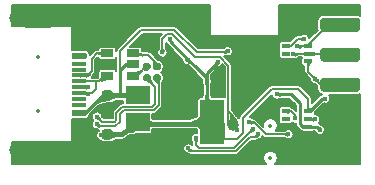
<source format=gbr>
%TF.GenerationSoftware,KiCad,Pcbnew,(5.1.6)-1*%
%TF.CreationDate,2022-01-16T04:32:38+08:00*%
%TF.ProjectId,esp32s2-uart,65737033-3273-4322-9d75-6172742e6b69,rev?*%
%TF.SameCoordinates,Original*%
%TF.FileFunction,Copper,L2,Bot*%
%TF.FilePolarity,Positive*%
%FSLAX46Y46*%
G04 Gerber Fmt 4.6, Leading zero omitted, Abs format (unit mm)*
G04 Created by KiCad (PCBNEW (5.1.6)-1) date 2022-01-16 04:32:38*
%MOMM*%
%LPD*%
G01*
G04 APERTURE LIST*
%TA.AperFunction,ComponentPad*%
%ADD10O,3.500000X1.900000*%
%TD*%
%TA.AperFunction,ComponentPad*%
%ADD11O,1.700000X0.900000*%
%TD*%
%TA.AperFunction,ComponentPad*%
%ADD12O,2.200000X0.900000*%
%TD*%
%TA.AperFunction,SMDPad,CuDef*%
%ADD13R,1.160000X0.300000*%
%TD*%
%TA.AperFunction,SMDPad,CuDef*%
%ADD14R,1.160000X0.600000*%
%TD*%
%TA.AperFunction,SMDPad,CuDef*%
%ADD15R,0.650000X0.400000*%
%TD*%
%TA.AperFunction,SMDPad,CuDef*%
%ADD16C,1.000000*%
%TD*%
%TA.AperFunction,SMDPad,CuDef*%
%ADD17R,1.060000X0.650000*%
%TD*%
%TA.AperFunction,SMDPad,CuDef*%
%ADD18R,2.000000X1.500000*%
%TD*%
%TA.AperFunction,SMDPad,CuDef*%
%ADD19R,2.000000X3.800000*%
%TD*%
%TA.AperFunction,ViaPad*%
%ADD20C,0.400000*%
%TD*%
%TA.AperFunction,Conductor*%
%ADD21C,0.250000*%
%TD*%
%TA.AperFunction,Conductor*%
%ADD22C,0.400000*%
%TD*%
%TA.AperFunction,Conductor*%
%ADD23C,0.200000*%
%TD*%
%TA.AperFunction,Conductor*%
%ADD24C,0.150000*%
%TD*%
%TA.AperFunction,Conductor*%
%ADD25C,0.025400*%
%TD*%
%ADD26C,0.200000*%
%ADD27C,0.350000*%
%ADD28O,2.500000X0.900000*%
%ADD29O,1.400000X0.600000*%
%ADD30O,1.800000X0.600000*%
G04 APERTURE END LIST*
D10*
%TO.P,J1,5*%
%TO.N,GND*%
X2429600Y12710400D03*
X2429600Y1310400D03*
%TD*%
D11*
%TO.P,J2,S1*%
%TO.N,GND*%
X5181200Y1405000D03*
X5181200Y12595000D03*
D12*
X1111200Y1405000D03*
X1111200Y12595000D03*
D13*
%TO.P,J2,B7*%
%TO.N,/USB_D-*%
X5961200Y6250000D03*
%TO.P,J2,A6*%
%TO.N,/USB_D+*%
X5961200Y6750000D03*
%TO.P,J2,A7*%
%TO.N,/USB_D-*%
X5961200Y7250000D03*
%TO.P,J2,B8*%
%TO.N,N/C*%
X5961200Y5250000D03*
%TO.P,J2,A5*%
X5961200Y5750000D03*
%TO.P,J2,A8*%
X5961200Y8250000D03*
%TO.P,J2,B6*%
%TO.N,/USB_D+*%
X5961200Y7750000D03*
%TO.P,J2,B5*%
%TO.N,N/C*%
X5961200Y8750000D03*
D14*
%TO.P,J2,A4*%
%TO.N,+5V*%
X5961200Y4600000D03*
%TO.P,J2,B9*%
X5961200Y4600000D03*
%TO.P,J2,A1*%
%TO.N,GND*%
X5961200Y3800000D03*
%TO.P,J2,B12*%
X5961200Y3800000D03*
%TO.P,J2,B4*%
%TO.N,+5V*%
X5961200Y9400000D03*
%TO.P,J2,B1*%
%TO.N,GND*%
X5961200Y10200000D03*
%TO.P,J2,A9*%
%TO.N,+5V*%
X5961200Y9400000D03*
%TO.P,J2,A12*%
%TO.N,GND*%
X5961200Y10200000D03*
%TD*%
D15*
%TO.P,D5,6*%
%TO.N,/EN_TCK*%
X25334000Y8951200D03*
%TO.P,D5,4*%
%TO.N,/UART_TX*%
X25334000Y10251200D03*
%TO.P,D5,2*%
%TO.N,N/C*%
X23434000Y9601200D03*
%TO.P,D5,5*%
%TO.N,/UART_RX*%
X25334000Y9601200D03*
%TO.P,D5,3*%
%TO.N,/IO0_TMS*%
X23434000Y10251200D03*
%TO.P,D5,1*%
%TO.N,GND*%
X23434000Y8951200D03*
%TD*%
%TO.P,D4,6*%
%TO.N,+5V*%
X25334000Y3414000D03*
%TO.P,D4,4*%
%TO.N,+3V3*%
X25334000Y4714000D03*
%TO.P,D4,2*%
%TO.N,N/C*%
X23434000Y4064000D03*
%TO.P,D4,5*%
%TO.N,/RTS_TDO*%
X25334000Y4064000D03*
%TO.P,D4,3*%
%TO.N,/CTS_TDI*%
X23434000Y4714000D03*
%TO.P,D4,1*%
%TO.N,GND*%
X23434000Y3414000D03*
%TD*%
D16*
%TO.P,TP3,1*%
%TO.N,/DBG_IO0*%
X18973800Y3581400D03*
%TD*%
D17*
%TO.P,U2,5*%
%TO.N,+5V*%
X10548800Y8686800D03*
%TO.P,U2,6*%
%TO.N,Net-(R1-Pad2)*%
X10548800Y7736800D03*
%TO.P,U2,4*%
%TO.N,Net-(R2-Pad2)*%
X10548800Y9636800D03*
%TO.P,U2,3*%
%TO.N,/USB_D+*%
X8348800Y9636800D03*
%TO.P,U2,2*%
%TO.N,GND*%
X8348800Y8686800D03*
%TO.P,U2,1*%
%TO.N,/USB_D-*%
X8348800Y7736800D03*
%TD*%
%TO.P,J3,10*%
%TO.N,/UART_TX*%
%TA.AperFunction,SMDPad,CuDef*%
G36*
G01*
X26356000Y11739600D02*
X26356000Y12339600D01*
G75*
G02*
X26656000Y12639600I300000J0D01*
G01*
X29456000Y12639600D01*
G75*
G02*
X29756000Y12339600I0J-300000D01*
G01*
X29756000Y11739600D01*
G75*
G02*
X29456000Y11439600I-300000J0D01*
G01*
X26656000Y11439600D01*
G75*
G02*
X26356000Y11739600I0J300000D01*
G01*
G37*
%TD.AperFunction*%
%TO.P,J3,9*%
%TO.N,/UART_RX*%
%TA.AperFunction,SMDPad,CuDef*%
G36*
G01*
X26356000Y9199600D02*
X26356000Y9799600D01*
G75*
G02*
X26656000Y10099600I300000J0D01*
G01*
X29456000Y10099600D01*
G75*
G02*
X29756000Y9799600I0J-300000D01*
G01*
X29756000Y9199600D01*
G75*
G02*
X29456000Y8899600I-300000J0D01*
G01*
X26656000Y8899600D01*
G75*
G02*
X26356000Y9199600I0J300000D01*
G01*
G37*
%TD.AperFunction*%
%TO.P,J3,8*%
%TO.N,/EN_TCK*%
%TA.AperFunction,SMDPad,CuDef*%
G36*
G01*
X26356000Y6659600D02*
X26356000Y7259600D01*
G75*
G02*
X26656000Y7559600I300000J0D01*
G01*
X29456000Y7559600D01*
G75*
G02*
X29756000Y7259600I0J-300000D01*
G01*
X29756000Y6659600D01*
G75*
G02*
X29456000Y6359600I-300000J0D01*
G01*
X26656000Y6359600D01*
G75*
G02*
X26356000Y6659600I0J300000D01*
G01*
G37*
%TD.AperFunction*%
%TO.P,J3,7*%
%TO.N,GND*%
%TA.AperFunction,SMDPad,CuDef*%
G36*
G01*
X26356000Y4119600D02*
X26356000Y4719600D01*
G75*
G02*
X26656000Y5019600I300000J0D01*
G01*
X29456000Y5019600D01*
G75*
G02*
X29756000Y4719600I0J-300000D01*
G01*
X29756000Y4119600D01*
G75*
G02*
X29456000Y3819600I-300000J0D01*
G01*
X26656000Y3819600D01*
G75*
G02*
X26356000Y4119600I0J300000D01*
G01*
G37*
%TD.AperFunction*%
%TO.P,J3,6*%
%TA.AperFunction,SMDPad,CuDef*%
G36*
G01*
X26356000Y1579600D02*
X26356000Y2179600D01*
G75*
G02*
X26656000Y2479600I300000J0D01*
G01*
X29456000Y2479600D01*
G75*
G02*
X29756000Y2179600I0J-300000D01*
G01*
X29756000Y1579600D01*
G75*
G02*
X29456000Y1279600I-300000J0D01*
G01*
X26656000Y1279600D01*
G75*
G02*
X26356000Y1579600I0J300000D01*
G01*
G37*
%TD.AperFunction*%
%TD*%
D18*
%TO.P,U1,1*%
%TO.N,GND*%
X10896200Y1484600D03*
%TO.P,U1,3*%
%TO.N,+5V*%
X10896200Y6084600D03*
%TO.P,U1,2*%
%TO.N,+3V3*%
X10896200Y3784600D03*
D19*
X17196200Y3784600D03*
%TD*%
%TO.P,R2,2*%
%TO.N,Net-(R2-Pad2)*%
%TA.AperFunction,SMDPad,CuDef*%
G36*
G01*
X12720100Y8216400D02*
X12375100Y8216400D01*
G75*
G02*
X12227600Y8363900I0J147500D01*
G01*
X12227600Y8658900D01*
G75*
G02*
X12375100Y8806400I147500J0D01*
G01*
X12720100Y8806400D01*
G75*
G02*
X12867600Y8658900I0J-147500D01*
G01*
X12867600Y8363900D01*
G75*
G02*
X12720100Y8216400I-147500J0D01*
G01*
G37*
%TD.AperFunction*%
%TO.P,R2,1*%
%TO.N,Net-(R2-Pad1)*%
%TA.AperFunction,SMDPad,CuDef*%
G36*
G01*
X12720100Y7246400D02*
X12375100Y7246400D01*
G75*
G02*
X12227600Y7393900I0J147500D01*
G01*
X12227600Y7688900D01*
G75*
G02*
X12375100Y7836400I147500J0D01*
G01*
X12720100Y7836400D01*
G75*
G02*
X12867600Y7688900I0J-147500D01*
G01*
X12867600Y7393900D01*
G75*
G02*
X12720100Y7246400I-147500J0D01*
G01*
G37*
%TD.AperFunction*%
%TD*%
%TO.P,R1,2*%
%TO.N,Net-(R1-Pad2)*%
%TA.AperFunction,SMDPad,CuDef*%
G36*
G01*
X11856500Y8216400D02*
X11511500Y8216400D01*
G75*
G02*
X11364000Y8363900I0J147500D01*
G01*
X11364000Y8658900D01*
G75*
G02*
X11511500Y8806400I147500J0D01*
G01*
X11856500Y8806400D01*
G75*
G02*
X12004000Y8658900I0J-147500D01*
G01*
X12004000Y8363900D01*
G75*
G02*
X11856500Y8216400I-147500J0D01*
G01*
G37*
%TD.AperFunction*%
%TO.P,R1,1*%
%TO.N,Net-(R1-Pad1)*%
%TA.AperFunction,SMDPad,CuDef*%
G36*
G01*
X11856500Y7246400D02*
X11511500Y7246400D01*
G75*
G02*
X11364000Y7393900I0J147500D01*
G01*
X11364000Y7688900D01*
G75*
G02*
X11511500Y7836400I147500J0D01*
G01*
X11856500Y7836400D01*
G75*
G02*
X12004000Y7688900I0J-147500D01*
G01*
X12004000Y7393900D01*
G75*
G02*
X11856500Y7246400I-147500J0D01*
G01*
G37*
%TD.AperFunction*%
%TD*%
%TO.P,C2,2*%
%TO.N,+3V3*%
%TA.AperFunction,SMDPad,CuDef*%
G36*
G01*
X8593250Y2327800D02*
X8080750Y2327800D01*
G75*
G02*
X7862000Y2546550I0J218750D01*
G01*
X7862000Y2984050D01*
G75*
G02*
X8080750Y3202800I218750J0D01*
G01*
X8593250Y3202800D01*
G75*
G02*
X8812000Y2984050I0J-218750D01*
G01*
X8812000Y2546550D01*
G75*
G02*
X8593250Y2327800I-218750J0D01*
G01*
G37*
%TD.AperFunction*%
%TO.P,C2,1*%
%TO.N,GND*%
%TA.AperFunction,SMDPad,CuDef*%
G36*
G01*
X8593250Y752800D02*
X8080750Y752800D01*
G75*
G02*
X7862000Y971550I0J218750D01*
G01*
X7862000Y1409050D01*
G75*
G02*
X8080750Y1627800I218750J0D01*
G01*
X8593250Y1627800D01*
G75*
G02*
X8812000Y1409050I0J-218750D01*
G01*
X8812000Y971550D01*
G75*
G02*
X8593250Y752800I-218750J0D01*
G01*
G37*
%TD.AperFunction*%
%TD*%
%TO.P,C1,2*%
%TO.N,+5V*%
%TA.AperFunction,SMDPad,CuDef*%
G36*
G01*
X8593250Y5629800D02*
X8080750Y5629800D01*
G75*
G02*
X7862000Y5848550I0J218750D01*
G01*
X7862000Y6286050D01*
G75*
G02*
X8080750Y6504800I218750J0D01*
G01*
X8593250Y6504800D01*
G75*
G02*
X8812000Y6286050I0J-218750D01*
G01*
X8812000Y5848550D01*
G75*
G02*
X8593250Y5629800I-218750J0D01*
G01*
G37*
%TD.AperFunction*%
%TO.P,C1,1*%
%TO.N,GND*%
%TA.AperFunction,SMDPad,CuDef*%
G36*
G01*
X8593250Y4054800D02*
X8080750Y4054800D01*
G75*
G02*
X7862000Y4273550I0J218750D01*
G01*
X7862000Y4711050D01*
G75*
G02*
X8080750Y4929800I218750J0D01*
G01*
X8593250Y4929800D01*
G75*
G02*
X8812000Y4711050I0J-218750D01*
G01*
X8812000Y4273550D01*
G75*
G02*
X8593250Y4054800I-218750J0D01*
G01*
G37*
%TD.AperFunction*%
%TD*%
D20*
%TO.N,GND*%
X23960000Y1410000D03*
X20200000Y1400000D03*
X24325000Y13400000D03*
X24325000Y12800000D03*
X24325000Y12000000D03*
X12600000Y3000000D03*
X13200000Y3000000D03*
X13800000Y3000000D03*
X14400000Y3000000D03*
X19200000Y5800000D03*
X13500000Y6000000D03*
X14500000Y6000000D03*
X14500000Y7000000D03*
X13500000Y7000000D03*
X12350000Y10850000D03*
X7721600Y8839200D03*
X18050000Y6000000D03*
X17900000Y7900000D03*
X11800000Y10100000D03*
X19202400Y5029200D03*
X20116800Y7924800D03*
X16650000Y10150000D03*
X7645400Y1447800D03*
X6350000Y10414000D03*
X16650000Y10820400D03*
X16650000Y11455400D03*
X16650000Y12700000D03*
X16650000Y13500000D03*
X15250000Y13500000D03*
X14000000Y13500000D03*
X12750000Y13500000D03*
X11500000Y13500000D03*
X12400000Y9900000D03*
X11400000Y10600000D03*
X6850000Y2900000D03*
X6300000Y2400000D03*
X6850000Y1850000D03*
X20100000Y7450000D03*
X17600000Y10800000D03*
X18600000Y10800000D03*
X19600000Y10800000D03*
X20600000Y10800000D03*
X21600000Y10800000D03*
X22600000Y10800000D03*
X24325000Y11400000D03*
X17900000Y7300000D03*
X23600000Y10800000D03*
%TO.N,+5V*%
X6451600Y4572000D03*
X6451600Y9398000D03*
X18550000Y9800000D03*
X22700000Y6150000D03*
X26340010Y3149600D03*
%TO.N,+3V3*%
X15138400Y9042400D03*
X16764000Y5892800D03*
X16764000Y7236599D03*
X13614400Y10871200D03*
X16764000Y2692400D03*
X7823200Y2692400D03*
X26800000Y5800000D03*
X17678400Y8890000D03*
%TO.N,/UART_TX*%
X24434990Y10210800D03*
X20650000Y3250000D03*
X15825000Y2450000D03*
%TO.N,/UART_RX*%
X25651200Y9601200D03*
X24099018Y9550000D03*
%TO.N,/DBG_IO0*%
X23675000Y2775000D03*
X13004800Y9702800D03*
X19278600Y3175000D03*
X20375000Y3800000D03*
%TO.N,/USB_D-*%
X6705600Y6197600D03*
%TO.N,/USB_D+*%
X6654800Y7772400D03*
X6670000Y6756400D03*
%TO.N,/IO0_TMS*%
X15200000Y1569099D03*
X25019000Y10845800D03*
X21075000Y2775000D03*
%TO.N,/CTS_TDI*%
X24200000Y4112889D03*
%TO.N,/RTS_TDO*%
X25925000Y4050000D03*
%TO.N,/EN_TCK*%
X25950500Y7450500D03*
%TO.N,Net-(R1-Pad1)*%
X7467600Y4267200D03*
%TO.N,Net-(R2-Pad1)*%
X7446599Y3636599D03*
%TD*%
D21*
%TO.N,+5V*%
X10763500Y6067300D02*
X10902000Y5928800D01*
X7946900Y6067300D02*
X8337000Y6067300D01*
X6451600Y4572000D02*
X7946900Y6067300D01*
D22*
X8337000Y6067300D02*
X9883900Y6067300D01*
D21*
X9883900Y6067300D02*
X10763500Y6067300D01*
X9448800Y8229600D02*
X9448800Y6096000D01*
X10548800Y8686800D02*
X9906000Y8686800D01*
X9906000Y8686800D02*
X9448800Y8229600D01*
D23*
X18550000Y9800000D02*
X18550000Y9800000D01*
D21*
X24665001Y5384999D02*
X23900000Y6150000D01*
X24911000Y3414000D02*
X24675000Y3650000D01*
X24675000Y4125000D02*
X24665001Y4134999D01*
X23900000Y6150000D02*
X22700000Y6150000D01*
X25334000Y3414000D02*
X24911000Y3414000D01*
X24675000Y3650000D02*
X24675000Y4125000D01*
X24665001Y4134999D02*
X24665001Y5384999D01*
X26075610Y3414000D02*
X26340010Y3149600D01*
X25334000Y3414000D02*
X26075610Y3414000D01*
D23*
X9448800Y9823802D02*
X11226209Y11601211D01*
X18459999Y9709999D02*
X18550000Y9800000D01*
X9448800Y8229600D02*
X9448800Y9823802D01*
X11226209Y11601211D02*
X14001989Y11601211D01*
X14001989Y11601211D02*
X15893201Y9709999D01*
X15893201Y9709999D02*
X18459999Y9709999D01*
D21*
%TO.N,+3V3*%
X16764000Y7236599D02*
X16764000Y5892800D01*
X15748000Y8534400D02*
X15189200Y9093200D01*
X16764000Y7236599D02*
X16764000Y7518400D01*
X16764000Y7518400D02*
X15748000Y8534400D01*
X16764000Y4066800D02*
X17202000Y3628800D01*
X16764000Y5892800D02*
X16764000Y4066800D01*
D22*
X17202000Y3628800D02*
X10902000Y3628800D01*
D21*
X8255100Y2847200D02*
X8337000Y2765300D01*
X8264100Y2692400D02*
X8337000Y2765300D01*
X7823200Y2692400D02*
X8264100Y2692400D01*
X16764000Y7236599D02*
X16764000Y7975600D01*
D22*
X10007600Y3149600D02*
X10422800Y3149600D01*
X10422800Y3149600D02*
X10902000Y3628800D01*
X8337000Y2765300D02*
X9623300Y2765300D01*
X9623300Y2765300D02*
X10007600Y3149600D01*
D21*
X13614400Y10668000D02*
X15189200Y9093200D01*
X13614400Y10871200D02*
X13614400Y10668000D01*
X17202000Y2737000D02*
X17202000Y3628800D01*
X16764000Y7975600D02*
X17678400Y8890000D01*
X25334000Y4714000D02*
X25464000Y4714000D01*
X26550000Y5800000D02*
X26800000Y5800000D01*
X25464000Y4714000D02*
X26550000Y5800000D01*
D23*
X19800000Y4125000D02*
X22275000Y6600000D01*
X24475000Y6600000D02*
X25334000Y5741000D01*
X17196200Y3303800D02*
X18125000Y2375000D01*
X17196200Y3784600D02*
X17196200Y3303800D01*
X22275000Y6600000D02*
X24475000Y6600000D01*
X18125000Y2375000D02*
X19325000Y2375000D01*
X25334000Y5741000D02*
X25334000Y4714000D01*
X19325000Y2375000D02*
X19800000Y2850000D01*
X19800000Y2850000D02*
X19800000Y4125000D01*
D24*
%TO.N,/UART_TX*%
X25334000Y10251200D02*
X25334000Y10373400D01*
X27000200Y12039600D02*
X28056000Y12039600D01*
X25334000Y10373400D02*
X27000200Y12039600D01*
X24475390Y10251200D02*
X24434990Y10210800D01*
X25334000Y10251200D02*
X24475390Y10251200D01*
X20650000Y3200000D02*
X20650000Y3250000D01*
X19075000Y1625000D02*
X20650000Y3200000D01*
X16068798Y1625000D02*
X19075000Y1625000D01*
X15825000Y2450000D02*
X15825000Y1868798D01*
X15825000Y1868798D02*
X16068798Y1625000D01*
%TO.N,/UART_RX*%
X27954400Y9601200D02*
X28056000Y9499600D01*
X25334000Y9601200D02*
X25651200Y9601200D01*
X25651200Y9601200D02*
X27954400Y9601200D01*
X25334000Y9601200D02*
X24150218Y9601200D01*
X24150218Y9601200D02*
X24099018Y9550000D01*
%TO.N,/DBG_IO0*%
X19278600Y3276600D02*
X19065100Y3490100D01*
X19278600Y3175000D02*
X19278600Y3276600D01*
X13004800Y10875802D02*
X13415199Y11286201D01*
X18592800Y8589802D02*
X18592800Y3759200D01*
X13415199Y11286201D02*
X13808999Y11286201D01*
X17860802Y9321800D02*
X18592800Y8589802D01*
X13808999Y11286201D02*
X15773400Y9321800D01*
X13004800Y9702800D02*
X13004800Y10875802D01*
X15773400Y9321800D02*
X17860802Y9321800D01*
X19065100Y3490100D02*
X18973800Y3581400D01*
X23675000Y2775000D02*
X21750000Y2775000D01*
X20725000Y3800000D02*
X20375000Y3800000D01*
X21750000Y2775000D02*
X20725000Y3800000D01*
%TO.N,/USB_D-*%
X7658800Y7250000D02*
X8145600Y7736800D01*
X7402400Y6584998D02*
X7402400Y7250000D01*
X7067402Y6250000D02*
X7402400Y6584998D01*
X5961200Y6250000D02*
X6910400Y6250000D01*
X5961200Y7250000D02*
X7402400Y7250000D01*
X7402400Y7250000D02*
X7658800Y7250000D01*
X6910400Y6250000D02*
X7067402Y6250000D01*
%TO.N,/USB_D+*%
X7465600Y9636800D02*
X8145600Y9636800D01*
X7010400Y9181600D02*
X7465600Y9636800D01*
X6654800Y7772400D02*
X7010400Y8128000D01*
X7010400Y8128000D02*
X7010400Y9181600D01*
X5983600Y7772400D02*
X5961200Y7750000D01*
X6654800Y7772400D02*
X5983600Y7772400D01*
X6654800Y6756400D02*
X5967600Y6756400D01*
X5967600Y6756400D02*
X5961200Y6750000D01*
%TO.N,/IO0_TMS*%
X15434109Y1334990D02*
X19209990Y1334990D01*
X15200000Y1569099D02*
X15434109Y1334990D01*
X19209990Y1334990D02*
X20400000Y2525000D01*
X25019000Y10845800D02*
X25019000Y10845800D01*
X20825000Y2525000D02*
X21075000Y2775000D01*
X20400000Y2525000D02*
X20825000Y2525000D01*
X23434000Y10251200D02*
X23851200Y10251200D01*
X24445800Y10845800D02*
X25019000Y10845800D01*
X23851200Y10251200D02*
X24445800Y10845800D01*
%TO.N,/CTS_TDI*%
X23909000Y4714000D02*
X24200000Y4423000D01*
X23434000Y4714000D02*
X23909000Y4714000D01*
X24200000Y4423000D02*
X24200000Y4112889D01*
%TO.N,/RTS_TDO*%
X25348000Y4050000D02*
X25334000Y4064000D01*
X25925000Y4050000D02*
X25348000Y4050000D01*
%TO.N,/EN_TCK*%
X25334000Y8951200D02*
X25334000Y8067000D01*
X26441400Y6959600D02*
X28056000Y6959600D01*
X25334000Y8067000D02*
X25950500Y7450500D01*
X25950500Y7450500D02*
X26441400Y6959600D01*
%TO.N,Net-(R1-Pad2)*%
X11734800Y8636000D02*
X11734800Y8663800D01*
X10548800Y7736800D02*
X10835600Y7736800D01*
X10835600Y7736800D02*
X11734800Y8636000D01*
%TO.N,Net-(R2-Pad2)*%
X10694601Y9490999D02*
X11771201Y9490999D01*
X11771201Y9490999D02*
X12598400Y8663800D01*
X10548800Y9636800D02*
X10694601Y9490999D01*
%TO.N,Net-(R1-Pad1)*%
X7895010Y3839790D02*
X7467600Y4267200D01*
X8975988Y3839790D02*
X7895010Y3839790D01*
X9093200Y4572000D02*
X9093200Y3957002D01*
X9601200Y5080000D02*
X9093200Y4572000D01*
X12141200Y5080000D02*
X9601200Y5080000D01*
X12395200Y5334000D02*
X12141200Y5080000D01*
X12395200Y6756400D02*
X12395200Y5334000D01*
X11734800Y7416800D02*
X12395200Y6756400D01*
X9093200Y3957002D02*
X8975988Y3839790D01*
X11734800Y7693800D02*
X11734800Y7416800D01*
%TO.N,Net-(R2-Pad1)*%
X9383211Y4451875D02*
X9721325Y4789989D01*
X9383211Y3836876D02*
X9383211Y4451875D01*
X9721325Y4789989D02*
X12261326Y4789989D01*
X12261326Y4789989D02*
X12685211Y5213874D01*
X12685211Y5213874D02*
X12685211Y7606989D01*
X8982935Y3436600D02*
X9383211Y3836876D01*
X7646598Y3436600D02*
X8982935Y3436600D01*
X7446599Y3636599D02*
X7646598Y3436600D01*
X12685211Y7606989D02*
X12598400Y7693800D01*
%TD*%
%TO.N,GND*%
G36*
X29740001Y260000D02*
G01*
X22501761Y260000D01*
X22537653Y283982D01*
X22622618Y368947D01*
X22689375Y468856D01*
X22735358Y579869D01*
X22758800Y697720D01*
X22758800Y817880D01*
X22735358Y935731D01*
X22689375Y1046744D01*
X22622618Y1146653D01*
X22537653Y1231618D01*
X22437744Y1298375D01*
X22326731Y1344358D01*
X22208880Y1367800D01*
X22088720Y1367800D01*
X21970869Y1344358D01*
X21859856Y1298375D01*
X21759947Y1231618D01*
X21674982Y1146653D01*
X21608225Y1046744D01*
X21562242Y935731D01*
X21538800Y817880D01*
X21538800Y697720D01*
X21562242Y579869D01*
X21608225Y468856D01*
X21674982Y368947D01*
X21759947Y283982D01*
X21795839Y260000D01*
X260000Y260000D01*
X260000Y2127600D01*
X5118028Y2127600D01*
X5130800Y2126342D01*
X5181769Y2131362D01*
X5230779Y2146229D01*
X5275947Y2170372D01*
X5315537Y2202863D01*
X5348028Y2242453D01*
X5372171Y2287621D01*
X5387038Y2336631D01*
X5390800Y2374827D01*
X5392058Y2387600D01*
X5390800Y2400373D01*
X5390800Y4063863D01*
X6541200Y4063863D01*
X6587268Y4068400D01*
X6631566Y4081838D01*
X6672391Y4103659D01*
X6708174Y4133026D01*
X6737541Y4168809D01*
X6759362Y4209634D01*
X6772800Y4253932D01*
X6775431Y4280648D01*
X6789487Y4294704D01*
X6837092Y4365950D01*
X6869883Y4445115D01*
X6878788Y4489884D01*
X6878967Y4490072D01*
X6890668Y4501952D01*
X7627415Y5238699D01*
X7683230Y5256358D01*
X7785282Y5286961D01*
X7880286Y5313681D01*
X7968258Y5336552D01*
X8048790Y5355523D01*
X8121864Y5370663D01*
X8186995Y5381983D01*
X8243825Y5389596D01*
X8291323Y5393663D01*
X8593250Y5393663D01*
X8681994Y5402404D01*
X8767328Y5428289D01*
X8845972Y5470325D01*
X8914904Y5526896D01*
X8971475Y5595828D01*
X8990970Y5632300D01*
X9660063Y5632300D01*
X9660063Y5390000D01*
X9616409Y5390000D01*
X9601199Y5391498D01*
X9585989Y5390000D01*
X9585980Y5390000D01*
X9540430Y5385514D01*
X9481994Y5367788D01*
X9428140Y5339002D01*
X9380937Y5300263D01*
X9371234Y5288440D01*
X8884765Y4801970D01*
X8872937Y4792263D01*
X8834198Y4745059D01*
X8805412Y4691205D01*
X8787686Y4632769D01*
X8783200Y4587219D01*
X8783200Y4587210D01*
X8781702Y4572000D01*
X8783200Y4556789D01*
X8783201Y4149790D01*
X8023416Y4149790D01*
X7903075Y4270130D01*
X7902600Y4270640D01*
X7902600Y4310044D01*
X7885883Y4394085D01*
X7853092Y4473250D01*
X7805487Y4544496D01*
X7744896Y4605087D01*
X7673650Y4652692D01*
X7594485Y4685483D01*
X7510444Y4702200D01*
X7424756Y4702200D01*
X7340715Y4685483D01*
X7261550Y4652692D01*
X7190304Y4605087D01*
X7129713Y4544496D01*
X7082108Y4473250D01*
X7049317Y4394085D01*
X7032600Y4310044D01*
X7032600Y4224356D01*
X7049317Y4140315D01*
X7082108Y4061150D01*
X7129713Y3989904D01*
X7157217Y3962400D01*
X7108712Y3913895D01*
X7061107Y3842649D01*
X7028316Y3763484D01*
X7011599Y3679443D01*
X7011599Y3593755D01*
X7028316Y3509714D01*
X7061107Y3430549D01*
X7108712Y3359303D01*
X7169303Y3298712D01*
X7240549Y3251107D01*
X7319714Y3218316D01*
X7403755Y3201599D01*
X7444293Y3201599D01*
X7473538Y3177598D01*
X7527392Y3148812D01*
X7585828Y3131086D01*
X7631378Y3126600D01*
X7631387Y3126600D01*
X7646597Y3125102D01*
X7650590Y3125495D01*
X7638881Y3086893D01*
X7617150Y3077892D01*
X7545904Y3030287D01*
X7485313Y2969696D01*
X7437708Y2898450D01*
X7404917Y2819285D01*
X7388200Y2735244D01*
X7388200Y2649556D01*
X7404917Y2565515D01*
X7437708Y2486350D01*
X7485313Y2415104D01*
X7545904Y2354513D01*
X7617150Y2306908D01*
X7696315Y2274117D01*
X7723069Y2268795D01*
X7759096Y2224896D01*
X7828028Y2168325D01*
X7906672Y2126289D01*
X7992006Y2100404D01*
X8080750Y2091663D01*
X8593250Y2091663D01*
X8681994Y2100404D01*
X8767328Y2126289D01*
X8845972Y2168325D01*
X8914904Y2224896D01*
X8971475Y2293828D01*
X8990970Y2330300D01*
X9601946Y2330300D01*
X9623300Y2328197D01*
X9644654Y2330300D01*
X9644662Y2330300D01*
X9708575Y2336595D01*
X9790572Y2361469D01*
X9866142Y2401861D01*
X9932379Y2456221D01*
X9946000Y2472817D01*
X10187783Y2714600D01*
X10401446Y2714600D01*
X10422800Y2712497D01*
X10444154Y2714600D01*
X10444162Y2714600D01*
X10508075Y2720895D01*
X10590072Y2745769D01*
X10665642Y2786161D01*
X10680632Y2798463D01*
X11896200Y2798463D01*
X11942268Y2803000D01*
X11986566Y2816438D01*
X12027391Y2838259D01*
X12063174Y2867626D01*
X12092541Y2903409D01*
X12114362Y2944234D01*
X12127800Y2988532D01*
X12132337Y3034600D01*
X12132337Y3193800D01*
X15871140Y3193800D01*
X15960063Y3163136D01*
X15960063Y2864896D01*
X15951885Y2868283D01*
X15867844Y2885000D01*
X15782156Y2885000D01*
X15698115Y2868283D01*
X15618950Y2835492D01*
X15547704Y2787887D01*
X15487113Y2727296D01*
X15439508Y2656050D01*
X15406717Y2576885D01*
X15390000Y2492844D01*
X15390000Y2407156D01*
X15406717Y2323115D01*
X15439508Y2243950D01*
X15487113Y2172704D01*
X15514976Y2144841D01*
X15515001Y2144126D01*
X15515001Y1884018D01*
X15513680Y1870602D01*
X15477296Y1906986D01*
X15406050Y1954591D01*
X15326885Y1987382D01*
X15242844Y2004099D01*
X15157156Y2004099D01*
X15073115Y1987382D01*
X14993950Y1954591D01*
X14922704Y1906986D01*
X14862113Y1846395D01*
X14814508Y1775149D01*
X14781717Y1695984D01*
X14765000Y1611943D01*
X14765000Y1526255D01*
X14781717Y1442214D01*
X14814508Y1363049D01*
X14862113Y1291803D01*
X14922704Y1231212D01*
X14993950Y1183607D01*
X15073115Y1150816D01*
X15157156Y1134099D01*
X15196560Y1134099D01*
X15197051Y1133641D01*
X15204147Y1126545D01*
X15213846Y1114727D01*
X15225663Y1105029D01*
X15225667Y1105025D01*
X15249377Y1085567D01*
X15261049Y1075988D01*
X15314903Y1047202D01*
X15373339Y1029476D01*
X15418889Y1024990D01*
X15418898Y1024990D01*
X15434108Y1023492D01*
X15449319Y1024990D01*
X19194780Y1024990D01*
X19209990Y1023492D01*
X19225200Y1024990D01*
X19225210Y1024990D01*
X19270760Y1029476D01*
X19329196Y1047202D01*
X19383050Y1075988D01*
X19430253Y1114727D01*
X19439960Y1126555D01*
X20528407Y2215000D01*
X20809790Y2215000D01*
X20825000Y2213502D01*
X20840210Y2215000D01*
X20840220Y2215000D01*
X20885770Y2219486D01*
X20944206Y2237212D01*
X20998060Y2265998D01*
X21045263Y2304737D01*
X21054970Y2316565D01*
X21077923Y2339518D01*
X21078440Y2340000D01*
X21117844Y2340000D01*
X21201885Y2356717D01*
X21281050Y2389508D01*
X21352296Y2437113D01*
X21412887Y2497704D01*
X21460492Y2568950D01*
X21477231Y2609363D01*
X21520034Y2566560D01*
X21529737Y2554737D01*
X21576940Y2515998D01*
X21627799Y2488813D01*
X21630794Y2487212D01*
X21689229Y2469486D01*
X21694968Y2468921D01*
X21734780Y2465000D01*
X21734787Y2465000D01*
X21750000Y2463502D01*
X21765213Y2465000D01*
X23369141Y2465000D01*
X23369841Y2464976D01*
X23397704Y2437113D01*
X23468950Y2389508D01*
X23548115Y2356717D01*
X23632156Y2340000D01*
X23717844Y2340000D01*
X23801885Y2356717D01*
X23881050Y2389508D01*
X23952296Y2437113D01*
X24012887Y2497704D01*
X24060492Y2568950D01*
X24093283Y2648115D01*
X24110000Y2732156D01*
X24110000Y2817844D01*
X24093283Y2901885D01*
X24060492Y2981050D01*
X24012887Y3052296D01*
X23952296Y3112887D01*
X23881050Y3160492D01*
X23801885Y3193283D01*
X23717844Y3210000D01*
X23632156Y3210000D01*
X23548115Y3193283D01*
X23468950Y3160492D01*
X23397704Y3112887D01*
X23369841Y3085024D01*
X23369141Y3085000D01*
X22588671Y3085000D01*
X22622618Y3118947D01*
X22689375Y3218856D01*
X22735358Y3329869D01*
X22758800Y3447720D01*
X22758800Y3567880D01*
X22735358Y3685731D01*
X22689375Y3796744D01*
X22622618Y3896653D01*
X22537653Y3981618D01*
X22437744Y4048375D01*
X22326731Y4094358D01*
X22208880Y4117800D01*
X22088720Y4117800D01*
X21970869Y4094358D01*
X21859856Y4048375D01*
X21759947Y3981618D01*
X21674982Y3896653D01*
X21608225Y3796744D01*
X21562242Y3685731D01*
X21538800Y3567880D01*
X21538800Y3447720D01*
X21544539Y3418866D01*
X20954971Y4008434D01*
X20945263Y4020263D01*
X20898060Y4059002D01*
X20844206Y4087788D01*
X20785770Y4105514D01*
X20740220Y4110000D01*
X20740210Y4110000D01*
X20725000Y4111498D01*
X20709790Y4110000D01*
X20680859Y4110000D01*
X20680159Y4110024D01*
X20652296Y4137887D01*
X20581050Y4185492D01*
X20501885Y4218283D01*
X20417844Y4235000D01*
X20383761Y4235000D01*
X22265000Y6116239D01*
X22265000Y6107156D01*
X22281717Y6023115D01*
X22314508Y5943950D01*
X22362113Y5872704D01*
X22422704Y5812113D01*
X22493950Y5764508D01*
X22573115Y5731717D01*
X22657156Y5715000D01*
X22742844Y5715000D01*
X22826885Y5731717D01*
X22906050Y5764508D01*
X22944003Y5789867D01*
X22944223Y5789873D01*
X22960879Y5790000D01*
X23750884Y5790000D01*
X24305002Y5235881D01*
X24305001Y4756405D01*
X24138970Y4922435D01*
X24129263Y4934263D01*
X24082060Y4973002D01*
X24028206Y5001788D01*
X23969770Y5019514D01*
X23969026Y5019587D01*
X23955341Y5045191D01*
X23925974Y5080974D01*
X23890191Y5110341D01*
X23849366Y5132162D01*
X23805068Y5145600D01*
X23759000Y5150137D01*
X23109000Y5150137D01*
X23062932Y5145600D01*
X23018634Y5132162D01*
X22977809Y5110341D01*
X22942026Y5080974D01*
X22912659Y5045191D01*
X22890838Y5004366D01*
X22877400Y4960068D01*
X22872863Y4914000D01*
X22872863Y4514000D01*
X22877400Y4467932D01*
X22890838Y4423634D01*
X22909350Y4389000D01*
X22890838Y4354366D01*
X22877400Y4310068D01*
X22872863Y4264000D01*
X22872863Y3864000D01*
X22877400Y3817932D01*
X22890838Y3773634D01*
X22912659Y3732809D01*
X22942026Y3697026D01*
X22977809Y3667659D01*
X23018634Y3645838D01*
X23062932Y3632400D01*
X23109000Y3627863D01*
X23759000Y3627863D01*
X23805068Y3632400D01*
X23849366Y3645838D01*
X23890191Y3667659D01*
X23925974Y3697026D01*
X23955341Y3732809D01*
X23963370Y3747830D01*
X23993950Y3727397D01*
X24073115Y3694606D01*
X24157156Y3677889D01*
X24242844Y3677889D01*
X24315000Y3692242D01*
X24315000Y3667677D01*
X24313259Y3650000D01*
X24320210Y3579428D01*
X24323022Y3570158D01*
X24340795Y3511569D01*
X24374223Y3449028D01*
X24419210Y3394211D01*
X24432947Y3382937D01*
X24643929Y3171956D01*
X24655210Y3158210D01*
X24710027Y3113223D01*
X24772568Y3079795D01*
X24815120Y3066887D01*
X24829242Y3062603D01*
X24842026Y3047026D01*
X24877809Y3017659D01*
X24918634Y2995838D01*
X24962932Y2982400D01*
X25009000Y2977863D01*
X25659000Y2977863D01*
X25705068Y2982400D01*
X25749366Y2995838D01*
X25790191Y3017659D01*
X25825974Y3047026D01*
X25831698Y3054000D01*
X25915504Y3054000D01*
X25921727Y3022715D01*
X25954518Y2943550D01*
X26002123Y2872304D01*
X26062714Y2811713D01*
X26133960Y2764108D01*
X26213125Y2731317D01*
X26297166Y2714600D01*
X26382854Y2714600D01*
X26466895Y2731317D01*
X26546060Y2764108D01*
X26617306Y2811713D01*
X26677897Y2872304D01*
X26725502Y2943550D01*
X26758293Y3022715D01*
X26775010Y3106756D01*
X26775010Y3192444D01*
X26758293Y3276485D01*
X26725502Y3355650D01*
X26677897Y3426896D01*
X26617306Y3487487D01*
X26546060Y3535092D01*
X26466895Y3567883D01*
X26422129Y3576788D01*
X26421938Y3576969D01*
X26410059Y3588668D01*
X26342676Y3656050D01*
X26331400Y3669790D01*
X26276583Y3714777D01*
X26229908Y3739725D01*
X26262887Y3772704D01*
X26310492Y3843950D01*
X26343283Y3923115D01*
X26360000Y4007156D01*
X26360000Y4092844D01*
X26343283Y4176885D01*
X26310492Y4256050D01*
X26262887Y4327296D01*
X26202296Y4387887D01*
X26131050Y4435492D01*
X26051885Y4468283D01*
X25967844Y4485000D01*
X25892281Y4485000D01*
X25895137Y4514000D01*
X25895137Y4636021D01*
X25902401Y4643285D01*
X25902406Y4643289D01*
X25902410Y4643294D01*
X26650289Y5391172D01*
X26673115Y5381717D01*
X26757156Y5365000D01*
X26842844Y5365000D01*
X26926885Y5381717D01*
X27006050Y5414508D01*
X27077296Y5462113D01*
X27137887Y5522704D01*
X27185492Y5593950D01*
X27218283Y5673115D01*
X27235000Y5757156D01*
X27235000Y5842844D01*
X27218283Y5926885D01*
X27185492Y6006050D01*
X27137887Y6077296D01*
X27091720Y6123463D01*
X29456000Y6123463D01*
X29560595Y6133765D01*
X29661171Y6164274D01*
X29740001Y6206409D01*
X29740001Y260000D01*
G37*
X29740001Y260000D02*
X22501761Y260000D01*
X22537653Y283982D01*
X22622618Y368947D01*
X22689375Y468856D01*
X22735358Y579869D01*
X22758800Y697720D01*
X22758800Y817880D01*
X22735358Y935731D01*
X22689375Y1046744D01*
X22622618Y1146653D01*
X22537653Y1231618D01*
X22437744Y1298375D01*
X22326731Y1344358D01*
X22208880Y1367800D01*
X22088720Y1367800D01*
X21970869Y1344358D01*
X21859856Y1298375D01*
X21759947Y1231618D01*
X21674982Y1146653D01*
X21608225Y1046744D01*
X21562242Y935731D01*
X21538800Y817880D01*
X21538800Y697720D01*
X21562242Y579869D01*
X21608225Y468856D01*
X21674982Y368947D01*
X21759947Y283982D01*
X21795839Y260000D01*
X260000Y260000D01*
X260000Y2127600D01*
X5118028Y2127600D01*
X5130800Y2126342D01*
X5181769Y2131362D01*
X5230779Y2146229D01*
X5275947Y2170372D01*
X5315537Y2202863D01*
X5348028Y2242453D01*
X5372171Y2287621D01*
X5387038Y2336631D01*
X5390800Y2374827D01*
X5392058Y2387600D01*
X5390800Y2400373D01*
X5390800Y4063863D01*
X6541200Y4063863D01*
X6587268Y4068400D01*
X6631566Y4081838D01*
X6672391Y4103659D01*
X6708174Y4133026D01*
X6737541Y4168809D01*
X6759362Y4209634D01*
X6772800Y4253932D01*
X6775431Y4280648D01*
X6789487Y4294704D01*
X6837092Y4365950D01*
X6869883Y4445115D01*
X6878788Y4489884D01*
X6878967Y4490072D01*
X6890668Y4501952D01*
X7627415Y5238699D01*
X7683230Y5256358D01*
X7785282Y5286961D01*
X7880286Y5313681D01*
X7968258Y5336552D01*
X8048790Y5355523D01*
X8121864Y5370663D01*
X8186995Y5381983D01*
X8243825Y5389596D01*
X8291323Y5393663D01*
X8593250Y5393663D01*
X8681994Y5402404D01*
X8767328Y5428289D01*
X8845972Y5470325D01*
X8914904Y5526896D01*
X8971475Y5595828D01*
X8990970Y5632300D01*
X9660063Y5632300D01*
X9660063Y5390000D01*
X9616409Y5390000D01*
X9601199Y5391498D01*
X9585989Y5390000D01*
X9585980Y5390000D01*
X9540430Y5385514D01*
X9481994Y5367788D01*
X9428140Y5339002D01*
X9380937Y5300263D01*
X9371234Y5288440D01*
X8884765Y4801970D01*
X8872937Y4792263D01*
X8834198Y4745059D01*
X8805412Y4691205D01*
X8787686Y4632769D01*
X8783200Y4587219D01*
X8783200Y4587210D01*
X8781702Y4572000D01*
X8783200Y4556789D01*
X8783201Y4149790D01*
X8023416Y4149790D01*
X7903075Y4270130D01*
X7902600Y4270640D01*
X7902600Y4310044D01*
X7885883Y4394085D01*
X7853092Y4473250D01*
X7805487Y4544496D01*
X7744896Y4605087D01*
X7673650Y4652692D01*
X7594485Y4685483D01*
X7510444Y4702200D01*
X7424756Y4702200D01*
X7340715Y4685483D01*
X7261550Y4652692D01*
X7190304Y4605087D01*
X7129713Y4544496D01*
X7082108Y4473250D01*
X7049317Y4394085D01*
X7032600Y4310044D01*
X7032600Y4224356D01*
X7049317Y4140315D01*
X7082108Y4061150D01*
X7129713Y3989904D01*
X7157217Y3962400D01*
X7108712Y3913895D01*
X7061107Y3842649D01*
X7028316Y3763484D01*
X7011599Y3679443D01*
X7011599Y3593755D01*
X7028316Y3509714D01*
X7061107Y3430549D01*
X7108712Y3359303D01*
X7169303Y3298712D01*
X7240549Y3251107D01*
X7319714Y3218316D01*
X7403755Y3201599D01*
X7444293Y3201599D01*
X7473538Y3177598D01*
X7527392Y3148812D01*
X7585828Y3131086D01*
X7631378Y3126600D01*
X7631387Y3126600D01*
X7646597Y3125102D01*
X7650590Y3125495D01*
X7638881Y3086893D01*
X7617150Y3077892D01*
X7545904Y3030287D01*
X7485313Y2969696D01*
X7437708Y2898450D01*
X7404917Y2819285D01*
X7388200Y2735244D01*
X7388200Y2649556D01*
X7404917Y2565515D01*
X7437708Y2486350D01*
X7485313Y2415104D01*
X7545904Y2354513D01*
X7617150Y2306908D01*
X7696315Y2274117D01*
X7723069Y2268795D01*
X7759096Y2224896D01*
X7828028Y2168325D01*
X7906672Y2126289D01*
X7992006Y2100404D01*
X8080750Y2091663D01*
X8593250Y2091663D01*
X8681994Y2100404D01*
X8767328Y2126289D01*
X8845972Y2168325D01*
X8914904Y2224896D01*
X8971475Y2293828D01*
X8990970Y2330300D01*
X9601946Y2330300D01*
X9623300Y2328197D01*
X9644654Y2330300D01*
X9644662Y2330300D01*
X9708575Y2336595D01*
X9790572Y2361469D01*
X9866142Y2401861D01*
X9932379Y2456221D01*
X9946000Y2472817D01*
X10187783Y2714600D01*
X10401446Y2714600D01*
X10422800Y2712497D01*
X10444154Y2714600D01*
X10444162Y2714600D01*
X10508075Y2720895D01*
X10590072Y2745769D01*
X10665642Y2786161D01*
X10680632Y2798463D01*
X11896200Y2798463D01*
X11942268Y2803000D01*
X11986566Y2816438D01*
X12027391Y2838259D01*
X12063174Y2867626D01*
X12092541Y2903409D01*
X12114362Y2944234D01*
X12127800Y2988532D01*
X12132337Y3034600D01*
X12132337Y3193800D01*
X15871140Y3193800D01*
X15960063Y3163136D01*
X15960063Y2864896D01*
X15951885Y2868283D01*
X15867844Y2885000D01*
X15782156Y2885000D01*
X15698115Y2868283D01*
X15618950Y2835492D01*
X15547704Y2787887D01*
X15487113Y2727296D01*
X15439508Y2656050D01*
X15406717Y2576885D01*
X15390000Y2492844D01*
X15390000Y2407156D01*
X15406717Y2323115D01*
X15439508Y2243950D01*
X15487113Y2172704D01*
X15514976Y2144841D01*
X15515001Y2144126D01*
X15515001Y1884018D01*
X15513680Y1870602D01*
X15477296Y1906986D01*
X15406050Y1954591D01*
X15326885Y1987382D01*
X15242844Y2004099D01*
X15157156Y2004099D01*
X15073115Y1987382D01*
X14993950Y1954591D01*
X14922704Y1906986D01*
X14862113Y1846395D01*
X14814508Y1775149D01*
X14781717Y1695984D01*
X14765000Y1611943D01*
X14765000Y1526255D01*
X14781717Y1442214D01*
X14814508Y1363049D01*
X14862113Y1291803D01*
X14922704Y1231212D01*
X14993950Y1183607D01*
X15073115Y1150816D01*
X15157156Y1134099D01*
X15196560Y1134099D01*
X15197051Y1133641D01*
X15204147Y1126545D01*
X15213846Y1114727D01*
X15225663Y1105029D01*
X15225667Y1105025D01*
X15249377Y1085567D01*
X15261049Y1075988D01*
X15314903Y1047202D01*
X15373339Y1029476D01*
X15418889Y1024990D01*
X15418898Y1024990D01*
X15434108Y1023492D01*
X15449319Y1024990D01*
X19194780Y1024990D01*
X19209990Y1023492D01*
X19225200Y1024990D01*
X19225210Y1024990D01*
X19270760Y1029476D01*
X19329196Y1047202D01*
X19383050Y1075988D01*
X19430253Y1114727D01*
X19439960Y1126555D01*
X20528407Y2215000D01*
X20809790Y2215000D01*
X20825000Y2213502D01*
X20840210Y2215000D01*
X20840220Y2215000D01*
X20885770Y2219486D01*
X20944206Y2237212D01*
X20998060Y2265998D01*
X21045263Y2304737D01*
X21054970Y2316565D01*
X21077923Y2339518D01*
X21078440Y2340000D01*
X21117844Y2340000D01*
X21201885Y2356717D01*
X21281050Y2389508D01*
X21352296Y2437113D01*
X21412887Y2497704D01*
X21460492Y2568950D01*
X21477231Y2609363D01*
X21520034Y2566560D01*
X21529737Y2554737D01*
X21576940Y2515998D01*
X21627799Y2488813D01*
X21630794Y2487212D01*
X21689229Y2469486D01*
X21694968Y2468921D01*
X21734780Y2465000D01*
X21734787Y2465000D01*
X21750000Y2463502D01*
X21765213Y2465000D01*
X23369141Y2465000D01*
X23369841Y2464976D01*
X23397704Y2437113D01*
X23468950Y2389508D01*
X23548115Y2356717D01*
X23632156Y2340000D01*
X23717844Y2340000D01*
X23801885Y2356717D01*
X23881050Y2389508D01*
X23952296Y2437113D01*
X24012887Y2497704D01*
X24060492Y2568950D01*
X24093283Y2648115D01*
X24110000Y2732156D01*
X24110000Y2817844D01*
X24093283Y2901885D01*
X24060492Y2981050D01*
X24012887Y3052296D01*
X23952296Y3112887D01*
X23881050Y3160492D01*
X23801885Y3193283D01*
X23717844Y3210000D01*
X23632156Y3210000D01*
X23548115Y3193283D01*
X23468950Y3160492D01*
X23397704Y3112887D01*
X23369841Y3085024D01*
X23369141Y3085000D01*
X22588671Y3085000D01*
X22622618Y3118947D01*
X22689375Y3218856D01*
X22735358Y3329869D01*
X22758800Y3447720D01*
X22758800Y3567880D01*
X22735358Y3685731D01*
X22689375Y3796744D01*
X22622618Y3896653D01*
X22537653Y3981618D01*
X22437744Y4048375D01*
X22326731Y4094358D01*
X22208880Y4117800D01*
X22088720Y4117800D01*
X21970869Y4094358D01*
X21859856Y4048375D01*
X21759947Y3981618D01*
X21674982Y3896653D01*
X21608225Y3796744D01*
X21562242Y3685731D01*
X21538800Y3567880D01*
X21538800Y3447720D01*
X21544539Y3418866D01*
X20954971Y4008434D01*
X20945263Y4020263D01*
X20898060Y4059002D01*
X20844206Y4087788D01*
X20785770Y4105514D01*
X20740220Y4110000D01*
X20740210Y4110000D01*
X20725000Y4111498D01*
X20709790Y4110000D01*
X20680859Y4110000D01*
X20680159Y4110024D01*
X20652296Y4137887D01*
X20581050Y4185492D01*
X20501885Y4218283D01*
X20417844Y4235000D01*
X20383761Y4235000D01*
X22265000Y6116239D01*
X22265000Y6107156D01*
X22281717Y6023115D01*
X22314508Y5943950D01*
X22362113Y5872704D01*
X22422704Y5812113D01*
X22493950Y5764508D01*
X22573115Y5731717D01*
X22657156Y5715000D01*
X22742844Y5715000D01*
X22826885Y5731717D01*
X22906050Y5764508D01*
X22944003Y5789867D01*
X22944223Y5789873D01*
X22960879Y5790000D01*
X23750884Y5790000D01*
X24305002Y5235881D01*
X24305001Y4756405D01*
X24138970Y4922435D01*
X24129263Y4934263D01*
X24082060Y4973002D01*
X24028206Y5001788D01*
X23969770Y5019514D01*
X23969026Y5019587D01*
X23955341Y5045191D01*
X23925974Y5080974D01*
X23890191Y5110341D01*
X23849366Y5132162D01*
X23805068Y5145600D01*
X23759000Y5150137D01*
X23109000Y5150137D01*
X23062932Y5145600D01*
X23018634Y5132162D01*
X22977809Y5110341D01*
X22942026Y5080974D01*
X22912659Y5045191D01*
X22890838Y5004366D01*
X22877400Y4960068D01*
X22872863Y4914000D01*
X22872863Y4514000D01*
X22877400Y4467932D01*
X22890838Y4423634D01*
X22909350Y4389000D01*
X22890838Y4354366D01*
X22877400Y4310068D01*
X22872863Y4264000D01*
X22872863Y3864000D01*
X22877400Y3817932D01*
X22890838Y3773634D01*
X22912659Y3732809D01*
X22942026Y3697026D01*
X22977809Y3667659D01*
X23018634Y3645838D01*
X23062932Y3632400D01*
X23109000Y3627863D01*
X23759000Y3627863D01*
X23805068Y3632400D01*
X23849366Y3645838D01*
X23890191Y3667659D01*
X23925974Y3697026D01*
X23955341Y3732809D01*
X23963370Y3747830D01*
X23993950Y3727397D01*
X24073115Y3694606D01*
X24157156Y3677889D01*
X24242844Y3677889D01*
X24315000Y3692242D01*
X24315000Y3667677D01*
X24313259Y3650000D01*
X24320210Y3579428D01*
X24323022Y3570158D01*
X24340795Y3511569D01*
X24374223Y3449028D01*
X24419210Y3394211D01*
X24432947Y3382937D01*
X24643929Y3171956D01*
X24655210Y3158210D01*
X24710027Y3113223D01*
X24772568Y3079795D01*
X24815120Y3066887D01*
X24829242Y3062603D01*
X24842026Y3047026D01*
X24877809Y3017659D01*
X24918634Y2995838D01*
X24962932Y2982400D01*
X25009000Y2977863D01*
X25659000Y2977863D01*
X25705068Y2982400D01*
X25749366Y2995838D01*
X25790191Y3017659D01*
X25825974Y3047026D01*
X25831698Y3054000D01*
X25915504Y3054000D01*
X25921727Y3022715D01*
X25954518Y2943550D01*
X26002123Y2872304D01*
X26062714Y2811713D01*
X26133960Y2764108D01*
X26213125Y2731317D01*
X26297166Y2714600D01*
X26382854Y2714600D01*
X26466895Y2731317D01*
X26546060Y2764108D01*
X26617306Y2811713D01*
X26677897Y2872304D01*
X26725502Y2943550D01*
X26758293Y3022715D01*
X26775010Y3106756D01*
X26775010Y3192444D01*
X26758293Y3276485D01*
X26725502Y3355650D01*
X26677897Y3426896D01*
X26617306Y3487487D01*
X26546060Y3535092D01*
X26466895Y3567883D01*
X26422129Y3576788D01*
X26421938Y3576969D01*
X26410059Y3588668D01*
X26342676Y3656050D01*
X26331400Y3669790D01*
X26276583Y3714777D01*
X26229908Y3739725D01*
X26262887Y3772704D01*
X26310492Y3843950D01*
X26343283Y3923115D01*
X26360000Y4007156D01*
X26360000Y4092844D01*
X26343283Y4176885D01*
X26310492Y4256050D01*
X26262887Y4327296D01*
X26202296Y4387887D01*
X26131050Y4435492D01*
X26051885Y4468283D01*
X25967844Y4485000D01*
X25892281Y4485000D01*
X25895137Y4514000D01*
X25895137Y4636021D01*
X25902401Y4643285D01*
X25902406Y4643289D01*
X25902410Y4643294D01*
X26650289Y5391172D01*
X26673115Y5381717D01*
X26757156Y5365000D01*
X26842844Y5365000D01*
X26926885Y5381717D01*
X27006050Y5414508D01*
X27077296Y5462113D01*
X27137887Y5522704D01*
X27185492Y5593950D01*
X27218283Y5673115D01*
X27235000Y5757156D01*
X27235000Y5842844D01*
X27218283Y5926885D01*
X27185492Y6006050D01*
X27137887Y6077296D01*
X27091720Y6123463D01*
X29456000Y6123463D01*
X29560595Y6133765D01*
X29661171Y6164274D01*
X29740001Y6206409D01*
X29740001Y260000D01*
G36*
X12796361Y11105768D02*
G01*
X12784538Y11096065D01*
X12774835Y11084242D01*
X12745799Y11048862D01*
X12717012Y10995007D01*
X12699287Y10936572D01*
X12693302Y10875802D01*
X12694801Y10860582D01*
X12694800Y10008666D01*
X12694776Y10007959D01*
X12666913Y9980096D01*
X12619308Y9908850D01*
X12586517Y9829685D01*
X12569800Y9745644D01*
X12569800Y9659956D01*
X12586517Y9575915D01*
X12619308Y9496750D01*
X12666913Y9425504D01*
X12727504Y9364913D01*
X12798750Y9317308D01*
X12877915Y9284517D01*
X12961956Y9267800D01*
X13047644Y9267800D01*
X13131685Y9284517D01*
X13210850Y9317308D01*
X13282096Y9364913D01*
X13342687Y9425504D01*
X13390292Y9496750D01*
X13423083Y9575915D01*
X13439800Y9659956D01*
X13439800Y9745644D01*
X13423083Y9829685D01*
X13390292Y9908850D01*
X13342687Y9980096D01*
X13314824Y10007959D01*
X13314800Y10008659D01*
X13314800Y10465593D01*
X13358611Y10412210D01*
X13372346Y10400938D01*
X14697739Y9075544D01*
X14698620Y9070040D01*
X14700697Y9056469D01*
X14702261Y9045585D01*
X14703287Y9037753D01*
X14703400Y9036753D01*
X14703400Y8999556D01*
X14720117Y8915515D01*
X14752908Y8836350D01*
X14800513Y8765104D01*
X14861104Y8704513D01*
X14932350Y8656908D01*
X15011515Y8624117D01*
X15095556Y8607400D01*
X15132761Y8607400D01*
X15133752Y8607288D01*
X15141584Y8606262D01*
X15152468Y8604698D01*
X15166039Y8602621D01*
X15171543Y8601740D01*
X15505940Y8267343D01*
X15505945Y8267339D01*
X16364486Y7408797D01*
X16345717Y7363484D01*
X16329000Y7279443D01*
X16329000Y7193755D01*
X16345717Y7109714D01*
X16378508Y7030549D01*
X16403867Y6992596D01*
X16403873Y6992376D01*
X16404000Y6975762D01*
X16404001Y6153784D01*
X16403873Y6137024D01*
X16403867Y6136803D01*
X16378508Y6098850D01*
X16345717Y6019685D01*
X16329000Y5935644D01*
X16329000Y5920737D01*
X16196200Y5920737D01*
X16150132Y5916200D01*
X16105834Y5902762D01*
X16065009Y5880941D01*
X16029226Y5851574D01*
X15999859Y5815791D01*
X15978038Y5774966D01*
X15964600Y5730668D01*
X15960063Y5684600D01*
X15960063Y4360084D01*
X15928814Y4339315D01*
X15822208Y4277393D01*
X15711246Y4221543D01*
X15595761Y4171722D01*
X15475644Y4127939D01*
X15350745Y4090207D01*
X15242412Y4063800D01*
X12269582Y4063800D01*
X12217658Y4081893D01*
X12136289Y4114272D01*
X12132337Y4116054D01*
X12132337Y4479989D01*
X12246116Y4479989D01*
X12261326Y4478491D01*
X12276536Y4479989D01*
X12276546Y4479989D01*
X12322096Y4484475D01*
X12380532Y4502201D01*
X12434386Y4530987D01*
X12481589Y4569726D01*
X12491296Y4581554D01*
X12893652Y4983909D01*
X12905474Y4993611D01*
X12944213Y5040814D01*
X12972999Y5094668D01*
X12974616Y5100000D01*
X12990725Y5153103D01*
X12992661Y5172761D01*
X12995211Y5198654D01*
X12995211Y5198661D01*
X12996709Y5213874D01*
X12995211Y5229087D01*
X12995211Y7127306D01*
X13039083Y7180763D01*
X13074534Y7247088D01*
X13096366Y7319056D01*
X13103737Y7393900D01*
X13103737Y7688900D01*
X13096366Y7763744D01*
X13074534Y7835712D01*
X13039083Y7902037D01*
X12991372Y7960172D01*
X12933237Y8007883D01*
X12898594Y8026400D01*
X12933237Y8044917D01*
X12991372Y8092628D01*
X13039083Y8150763D01*
X13074534Y8217088D01*
X13096366Y8289056D01*
X13103737Y8363900D01*
X13103737Y8658900D01*
X13096366Y8733744D01*
X13074534Y8805712D01*
X13039083Y8872037D01*
X12991372Y8930172D01*
X12933237Y8977883D01*
X12866912Y9013334D01*
X12794944Y9035166D01*
X12720100Y9042537D01*
X12658069Y9042537D01*
X12001172Y9699434D01*
X11991464Y9711262D01*
X11944261Y9750001D01*
X11890407Y9778787D01*
X11831971Y9796513D01*
X11786421Y9800999D01*
X11786411Y9800999D01*
X11771201Y9802497D01*
X11755991Y9800999D01*
X11344406Y9800999D01*
X11318465Y9811622D01*
X11314937Y9813168D01*
X11314937Y9961800D01*
X11310400Y10007868D01*
X11296962Y10052166D01*
X11275141Y10092991D01*
X11245774Y10128774D01*
X11209991Y10158141D01*
X11169166Y10179962D01*
X11124868Y10193400D01*
X11078800Y10197937D01*
X10296696Y10197937D01*
X11364971Y11266211D01*
X12956804Y11266211D01*
X12796361Y11105768D01*
G37*
X12796361Y11105768D02*
X12784538Y11096065D01*
X12774835Y11084242D01*
X12745799Y11048862D01*
X12717012Y10995007D01*
X12699287Y10936572D01*
X12693302Y10875802D01*
X12694801Y10860582D01*
X12694800Y10008666D01*
X12694776Y10007959D01*
X12666913Y9980096D01*
X12619308Y9908850D01*
X12586517Y9829685D01*
X12569800Y9745644D01*
X12569800Y9659956D01*
X12586517Y9575915D01*
X12619308Y9496750D01*
X12666913Y9425504D01*
X12727504Y9364913D01*
X12798750Y9317308D01*
X12877915Y9284517D01*
X12961956Y9267800D01*
X13047644Y9267800D01*
X13131685Y9284517D01*
X13210850Y9317308D01*
X13282096Y9364913D01*
X13342687Y9425504D01*
X13390292Y9496750D01*
X13423083Y9575915D01*
X13439800Y9659956D01*
X13439800Y9745644D01*
X13423083Y9829685D01*
X13390292Y9908850D01*
X13342687Y9980096D01*
X13314824Y10007959D01*
X13314800Y10008659D01*
X13314800Y10465593D01*
X13358611Y10412210D01*
X13372346Y10400938D01*
X14697739Y9075544D01*
X14698620Y9070040D01*
X14700697Y9056469D01*
X14702261Y9045585D01*
X14703287Y9037753D01*
X14703400Y9036753D01*
X14703400Y8999556D01*
X14720117Y8915515D01*
X14752908Y8836350D01*
X14800513Y8765104D01*
X14861104Y8704513D01*
X14932350Y8656908D01*
X15011515Y8624117D01*
X15095556Y8607400D01*
X15132761Y8607400D01*
X15133752Y8607288D01*
X15141584Y8606262D01*
X15152468Y8604698D01*
X15166039Y8602621D01*
X15171543Y8601740D01*
X15505940Y8267343D01*
X15505945Y8267339D01*
X16364486Y7408797D01*
X16345717Y7363484D01*
X16329000Y7279443D01*
X16329000Y7193755D01*
X16345717Y7109714D01*
X16378508Y7030549D01*
X16403867Y6992596D01*
X16403873Y6992376D01*
X16404000Y6975762D01*
X16404001Y6153784D01*
X16403873Y6137024D01*
X16403867Y6136803D01*
X16378508Y6098850D01*
X16345717Y6019685D01*
X16329000Y5935644D01*
X16329000Y5920737D01*
X16196200Y5920737D01*
X16150132Y5916200D01*
X16105834Y5902762D01*
X16065009Y5880941D01*
X16029226Y5851574D01*
X15999859Y5815791D01*
X15978038Y5774966D01*
X15964600Y5730668D01*
X15960063Y5684600D01*
X15960063Y4360084D01*
X15928814Y4339315D01*
X15822208Y4277393D01*
X15711246Y4221543D01*
X15595761Y4171722D01*
X15475644Y4127939D01*
X15350745Y4090207D01*
X15242412Y4063800D01*
X12269582Y4063800D01*
X12217658Y4081893D01*
X12136289Y4114272D01*
X12132337Y4116054D01*
X12132337Y4479989D01*
X12246116Y4479989D01*
X12261326Y4478491D01*
X12276536Y4479989D01*
X12276546Y4479989D01*
X12322096Y4484475D01*
X12380532Y4502201D01*
X12434386Y4530987D01*
X12481589Y4569726D01*
X12491296Y4581554D01*
X12893652Y4983909D01*
X12905474Y4993611D01*
X12944213Y5040814D01*
X12972999Y5094668D01*
X12974616Y5100000D01*
X12990725Y5153103D01*
X12992661Y5172761D01*
X12995211Y5198654D01*
X12995211Y5198661D01*
X12996709Y5213874D01*
X12995211Y5229087D01*
X12995211Y7127306D01*
X13039083Y7180763D01*
X13074534Y7247088D01*
X13096366Y7319056D01*
X13103737Y7393900D01*
X13103737Y7688900D01*
X13096366Y7763744D01*
X13074534Y7835712D01*
X13039083Y7902037D01*
X12991372Y7960172D01*
X12933237Y8007883D01*
X12898594Y8026400D01*
X12933237Y8044917D01*
X12991372Y8092628D01*
X13039083Y8150763D01*
X13074534Y8217088D01*
X13096366Y8289056D01*
X13103737Y8363900D01*
X13103737Y8658900D01*
X13096366Y8733744D01*
X13074534Y8805712D01*
X13039083Y8872037D01*
X12991372Y8930172D01*
X12933237Y8977883D01*
X12866912Y9013334D01*
X12794944Y9035166D01*
X12720100Y9042537D01*
X12658069Y9042537D01*
X12001172Y9699434D01*
X11991464Y9711262D01*
X11944261Y9750001D01*
X11890407Y9778787D01*
X11831971Y9796513D01*
X11786421Y9800999D01*
X11786411Y9800999D01*
X11771201Y9802497D01*
X11755991Y9800999D01*
X11344406Y9800999D01*
X11318465Y9811622D01*
X11314937Y9813168D01*
X11314937Y9961800D01*
X11310400Y10007868D01*
X11296962Y10052166D01*
X11275141Y10092991D01*
X11245774Y10128774D01*
X11209991Y10158141D01*
X11169166Y10179962D01*
X11124868Y10193400D01*
X11078800Y10197937D01*
X10296696Y10197937D01*
X11364971Y11266211D01*
X12956804Y11266211D01*
X12796361Y11105768D01*
G36*
X17025000Y11200000D02*
G01*
X17026441Y11185368D01*
X17030709Y11171299D01*
X17037640Y11158332D01*
X17046967Y11146967D01*
X17058332Y11137640D01*
X17071299Y11130709D01*
X17085368Y11126441D01*
X17100000Y11125000D01*
X22800000Y11125000D01*
X22814632Y11126441D01*
X22828701Y11130709D01*
X22841668Y11137640D01*
X22853033Y11146967D01*
X22862360Y11158332D01*
X22869291Y11171299D01*
X22873559Y11185368D01*
X22875000Y11200000D01*
X22875000Y13740000D01*
X29740000Y13740000D01*
X29740000Y12792791D01*
X29661171Y12834926D01*
X29560595Y12865435D01*
X29456000Y12875737D01*
X26656000Y12875737D01*
X26551405Y12865435D01*
X26450829Y12834926D01*
X26358138Y12785382D01*
X26276894Y12718706D01*
X26210218Y12637462D01*
X26160674Y12544771D01*
X26130165Y12444195D01*
X26119863Y12339600D01*
X26119863Y11739600D01*
X26130165Y11635005D01*
X26136457Y11614263D01*
X25446839Y10924644D01*
X25437283Y10972685D01*
X25404492Y11051850D01*
X25356887Y11123096D01*
X25296296Y11183687D01*
X25225050Y11231292D01*
X25145885Y11264083D01*
X25061844Y11280800D01*
X24976156Y11280800D01*
X24892115Y11264083D01*
X24812950Y11231292D01*
X24741704Y11183687D01*
X24713841Y11155824D01*
X24713141Y11155800D01*
X24461009Y11155800D01*
X24445799Y11157298D01*
X24430589Y11155800D01*
X24430580Y11155800D01*
X24385030Y11151314D01*
X24326594Y11133588D01*
X24272740Y11104802D01*
X24225537Y11066063D01*
X24215834Y11054240D01*
X23835241Y10673647D01*
X23805068Y10682800D01*
X23759000Y10687337D01*
X23109000Y10687337D01*
X23062932Y10682800D01*
X23018634Y10669362D01*
X22977809Y10647541D01*
X22942026Y10618174D01*
X22912659Y10582391D01*
X22890838Y10541566D01*
X22877400Y10497268D01*
X22872863Y10451200D01*
X22872863Y10051200D01*
X22877400Y10005132D01*
X22890838Y9960834D01*
X22909350Y9926200D01*
X22890838Y9891566D01*
X22877400Y9847268D01*
X22872863Y9801200D01*
X22872863Y9401200D01*
X22877400Y9355132D01*
X22890838Y9310834D01*
X22912659Y9270009D01*
X22942026Y9234226D01*
X22977809Y9204859D01*
X23018634Y9183038D01*
X23062932Y9169600D01*
X23109000Y9165063D01*
X23759000Y9165063D01*
X23805068Y9169600D01*
X23849366Y9183038D01*
X23858183Y9187751D01*
X23892968Y9164508D01*
X23972133Y9131717D01*
X24056174Y9115000D01*
X24141862Y9115000D01*
X24225903Y9131717D01*
X24305068Y9164508D01*
X24376314Y9212113D01*
X24406080Y9241879D01*
X24411291Y9246818D01*
X24414879Y9249785D01*
X24420839Y9254132D01*
X24429256Y9259597D01*
X24440091Y9265908D01*
X24453382Y9272894D01*
X24469017Y9280351D01*
X24486974Y9288155D01*
X24494635Y9291200D01*
X24801332Y9291200D01*
X24809350Y9276200D01*
X24790838Y9241566D01*
X24777400Y9197268D01*
X24772863Y9151200D01*
X24772863Y8751200D01*
X24777400Y8705132D01*
X24790838Y8660834D01*
X24812659Y8620009D01*
X24842026Y8584226D01*
X24877809Y8554859D01*
X24918634Y8533038D01*
X24962932Y8519600D01*
X25009000Y8515063D01*
X25024000Y8515063D01*
X25024001Y8082220D01*
X25022502Y8067000D01*
X25028487Y8006230D01*
X25046212Y7947795D01*
X25065626Y7911475D01*
X25074999Y7893940D01*
X25113738Y7846737D01*
X25125561Y7837034D01*
X25515012Y7447583D01*
X25515500Y7447059D01*
X25515500Y7407656D01*
X25532217Y7323615D01*
X25565008Y7244450D01*
X25612613Y7173204D01*
X25673204Y7112613D01*
X25744450Y7065008D01*
X25823615Y7032217D01*
X25907656Y7015500D01*
X25947060Y7015500D01*
X25947571Y7015024D01*
X26119863Y6842731D01*
X26119863Y6659600D01*
X26130165Y6555005D01*
X26160674Y6454429D01*
X26210218Y6361738D01*
X26276894Y6280494D01*
X26358138Y6213818D01*
X26450829Y6164274D01*
X26481440Y6154988D01*
X26479427Y6154790D01*
X26463637Y6150000D01*
X26411568Y6134205D01*
X26349027Y6100777D01*
X26294210Y6055790D01*
X26282938Y6042055D01*
X25669000Y5428116D01*
X25669000Y5724563D01*
X25670619Y5741001D01*
X25669000Y5757439D01*
X25669000Y5757448D01*
X25664152Y5806671D01*
X25644996Y5869819D01*
X25613889Y5928016D01*
X25596645Y5949027D01*
X25582510Y5966251D01*
X25582507Y5966254D01*
X25572025Y5979026D01*
X25559254Y5989507D01*
X24723511Y6825250D01*
X24713026Y6838026D01*
X24662016Y6879889D01*
X24603819Y6910996D01*
X24540671Y6930152D01*
X24491448Y6935000D01*
X24491438Y6935000D01*
X24475000Y6936619D01*
X24458562Y6935000D01*
X22291438Y6935000D01*
X22275000Y6936619D01*
X22258562Y6935000D01*
X22258552Y6935000D01*
X22209329Y6930152D01*
X22146181Y6910996D01*
X22087983Y6879889D01*
X22052913Y6851107D01*
X22036974Y6838026D01*
X22026489Y6825250D01*
X19574746Y4373507D01*
X19561975Y4363026D01*
X19551494Y4350255D01*
X19551489Y4350250D01*
X19520111Y4312016D01*
X19489004Y4253818D01*
X19469849Y4190671D01*
X19463979Y4131073D01*
X19437946Y4157537D01*
X19384659Y4215366D01*
X19328458Y4279950D01*
X19269554Y4351147D01*
X19208025Y4428939D01*
X19144015Y4513205D01*
X19077535Y4603969D01*
X19008646Y4701191D01*
X18937463Y4804730D01*
X18902800Y4856566D01*
X18902800Y8574593D01*
X18904298Y8589803D01*
X18902800Y8605013D01*
X18902800Y8605022D01*
X18898314Y8650572D01*
X18880588Y8709008D01*
X18851802Y8762862D01*
X18813063Y8810065D01*
X18801241Y8819767D01*
X18246008Y9374999D01*
X18443561Y9374999D01*
X18459999Y9373380D01*
X18463362Y9373711D01*
X18507156Y9365000D01*
X18592844Y9365000D01*
X18676885Y9381717D01*
X18756050Y9414508D01*
X18827296Y9462113D01*
X18887887Y9522704D01*
X18935492Y9593950D01*
X18968283Y9673115D01*
X18985000Y9757156D01*
X18985000Y9842844D01*
X18968283Y9926885D01*
X18935492Y10006050D01*
X18887887Y10077296D01*
X18827296Y10137887D01*
X18756050Y10185492D01*
X18676885Y10218283D01*
X18592844Y10235000D01*
X18507156Y10235000D01*
X18423115Y10218283D01*
X18343950Y10185492D01*
X18272704Y10137887D01*
X18243749Y10108932D01*
X18242595Y10107996D01*
X18236200Y10103293D01*
X18225376Y10095908D01*
X18210739Y10086491D01*
X18192618Y10075374D01*
X18171266Y10062778D01*
X18146729Y10048773D01*
X18139929Y10044999D01*
X16031963Y10044999D01*
X14250500Y11826461D01*
X14240015Y11839237D01*
X14189005Y11881100D01*
X14130808Y11912207D01*
X14067660Y11931363D01*
X14018437Y11936211D01*
X14018427Y11936211D01*
X14001989Y11937830D01*
X13985551Y11936211D01*
X11242647Y11936211D01*
X11226209Y11937830D01*
X11209771Y11936211D01*
X11209761Y11936211D01*
X11160538Y11931363D01*
X11097390Y11912207D01*
X11039192Y11881100D01*
X11000958Y11849722D01*
X11000954Y11849718D01*
X10988183Y11839237D01*
X10977702Y11826466D01*
X9223546Y10072309D01*
X9210775Y10061828D01*
X9200294Y10049057D01*
X9200289Y10049052D01*
X9168911Y10010818D01*
X9137804Y9952620D01*
X9118649Y9889473D01*
X9114937Y9851784D01*
X9114937Y9961800D01*
X9110400Y10007868D01*
X9096962Y10052166D01*
X9075141Y10092991D01*
X9045774Y10128774D01*
X9009991Y10158141D01*
X8969166Y10179962D01*
X8924868Y10193400D01*
X8878800Y10197937D01*
X7818800Y10197937D01*
X7772732Y10193400D01*
X7728434Y10179962D01*
X7687609Y10158141D01*
X7651826Y10128774D01*
X7622459Y10092991D01*
X7600638Y10052166D01*
X7587200Y10007868D01*
X7582663Y9961800D01*
X7582663Y9947594D01*
X7539853Y9946800D01*
X7480810Y9946800D01*
X7465599Y9948298D01*
X7450389Y9946800D01*
X7450380Y9946800D01*
X7404830Y9942314D01*
X7346394Y9924588D01*
X7292540Y9895802D01*
X7245337Y9857063D01*
X7235634Y9845240D01*
X6877415Y9487020D01*
X6869883Y9524885D01*
X6837092Y9604050D01*
X6789487Y9675296D01*
X6777337Y9687446D01*
X6777337Y9700000D01*
X6772800Y9746068D01*
X6759362Y9790366D01*
X6737541Y9831191D01*
X6708174Y9866974D01*
X6672391Y9896341D01*
X6631566Y9918162D01*
X6587268Y9931600D01*
X6541200Y9936137D01*
X5390800Y9936137D01*
X5390800Y11671227D01*
X5392058Y11684000D01*
X5387038Y11734969D01*
X5372171Y11783979D01*
X5348028Y11829147D01*
X5315537Y11868737D01*
X5275947Y11901228D01*
X5230779Y11925371D01*
X5181769Y11940238D01*
X5143573Y11944000D01*
X5143572Y11944000D01*
X5130800Y11945258D01*
X5118027Y11944000D01*
X260000Y11944000D01*
X260000Y13740000D01*
X17025000Y13740000D01*
X17025000Y11200000D01*
G37*
X17025000Y11200000D02*
X17026441Y11185368D01*
X17030709Y11171299D01*
X17037640Y11158332D01*
X17046967Y11146967D01*
X17058332Y11137640D01*
X17071299Y11130709D01*
X17085368Y11126441D01*
X17100000Y11125000D01*
X22800000Y11125000D01*
X22814632Y11126441D01*
X22828701Y11130709D01*
X22841668Y11137640D01*
X22853033Y11146967D01*
X22862360Y11158332D01*
X22869291Y11171299D01*
X22873559Y11185368D01*
X22875000Y11200000D01*
X22875000Y13740000D01*
X29740000Y13740000D01*
X29740000Y12792791D01*
X29661171Y12834926D01*
X29560595Y12865435D01*
X29456000Y12875737D01*
X26656000Y12875737D01*
X26551405Y12865435D01*
X26450829Y12834926D01*
X26358138Y12785382D01*
X26276894Y12718706D01*
X26210218Y12637462D01*
X26160674Y12544771D01*
X26130165Y12444195D01*
X26119863Y12339600D01*
X26119863Y11739600D01*
X26130165Y11635005D01*
X26136457Y11614263D01*
X25446839Y10924644D01*
X25437283Y10972685D01*
X25404492Y11051850D01*
X25356887Y11123096D01*
X25296296Y11183687D01*
X25225050Y11231292D01*
X25145885Y11264083D01*
X25061844Y11280800D01*
X24976156Y11280800D01*
X24892115Y11264083D01*
X24812950Y11231292D01*
X24741704Y11183687D01*
X24713841Y11155824D01*
X24713141Y11155800D01*
X24461009Y11155800D01*
X24445799Y11157298D01*
X24430589Y11155800D01*
X24430580Y11155800D01*
X24385030Y11151314D01*
X24326594Y11133588D01*
X24272740Y11104802D01*
X24225537Y11066063D01*
X24215834Y11054240D01*
X23835241Y10673647D01*
X23805068Y10682800D01*
X23759000Y10687337D01*
X23109000Y10687337D01*
X23062932Y10682800D01*
X23018634Y10669362D01*
X22977809Y10647541D01*
X22942026Y10618174D01*
X22912659Y10582391D01*
X22890838Y10541566D01*
X22877400Y10497268D01*
X22872863Y10451200D01*
X22872863Y10051200D01*
X22877400Y10005132D01*
X22890838Y9960834D01*
X22909350Y9926200D01*
X22890838Y9891566D01*
X22877400Y9847268D01*
X22872863Y9801200D01*
X22872863Y9401200D01*
X22877400Y9355132D01*
X22890838Y9310834D01*
X22912659Y9270009D01*
X22942026Y9234226D01*
X22977809Y9204859D01*
X23018634Y9183038D01*
X23062932Y9169600D01*
X23109000Y9165063D01*
X23759000Y9165063D01*
X23805068Y9169600D01*
X23849366Y9183038D01*
X23858183Y9187751D01*
X23892968Y9164508D01*
X23972133Y9131717D01*
X24056174Y9115000D01*
X24141862Y9115000D01*
X24225903Y9131717D01*
X24305068Y9164508D01*
X24376314Y9212113D01*
X24406080Y9241879D01*
X24411291Y9246818D01*
X24414879Y9249785D01*
X24420839Y9254132D01*
X24429256Y9259597D01*
X24440091Y9265908D01*
X24453382Y9272894D01*
X24469017Y9280351D01*
X24486974Y9288155D01*
X24494635Y9291200D01*
X24801332Y9291200D01*
X24809350Y9276200D01*
X24790838Y9241566D01*
X24777400Y9197268D01*
X24772863Y9151200D01*
X24772863Y8751200D01*
X24777400Y8705132D01*
X24790838Y8660834D01*
X24812659Y8620009D01*
X24842026Y8584226D01*
X24877809Y8554859D01*
X24918634Y8533038D01*
X24962932Y8519600D01*
X25009000Y8515063D01*
X25024000Y8515063D01*
X25024001Y8082220D01*
X25022502Y8067000D01*
X25028487Y8006230D01*
X25046212Y7947795D01*
X25065626Y7911475D01*
X25074999Y7893940D01*
X25113738Y7846737D01*
X25125561Y7837034D01*
X25515012Y7447583D01*
X25515500Y7447059D01*
X25515500Y7407656D01*
X25532217Y7323615D01*
X25565008Y7244450D01*
X25612613Y7173204D01*
X25673204Y7112613D01*
X25744450Y7065008D01*
X25823615Y7032217D01*
X25907656Y7015500D01*
X25947060Y7015500D01*
X25947571Y7015024D01*
X26119863Y6842731D01*
X26119863Y6659600D01*
X26130165Y6555005D01*
X26160674Y6454429D01*
X26210218Y6361738D01*
X26276894Y6280494D01*
X26358138Y6213818D01*
X26450829Y6164274D01*
X26481440Y6154988D01*
X26479427Y6154790D01*
X26463637Y6150000D01*
X26411568Y6134205D01*
X26349027Y6100777D01*
X26294210Y6055790D01*
X26282938Y6042055D01*
X25669000Y5428116D01*
X25669000Y5724563D01*
X25670619Y5741001D01*
X25669000Y5757439D01*
X25669000Y5757448D01*
X25664152Y5806671D01*
X25644996Y5869819D01*
X25613889Y5928016D01*
X25596645Y5949027D01*
X25582510Y5966251D01*
X25582507Y5966254D01*
X25572025Y5979026D01*
X25559254Y5989507D01*
X24723511Y6825250D01*
X24713026Y6838026D01*
X24662016Y6879889D01*
X24603819Y6910996D01*
X24540671Y6930152D01*
X24491448Y6935000D01*
X24491438Y6935000D01*
X24475000Y6936619D01*
X24458562Y6935000D01*
X22291438Y6935000D01*
X22275000Y6936619D01*
X22258562Y6935000D01*
X22258552Y6935000D01*
X22209329Y6930152D01*
X22146181Y6910996D01*
X22087983Y6879889D01*
X22052913Y6851107D01*
X22036974Y6838026D01*
X22026489Y6825250D01*
X19574746Y4373507D01*
X19561975Y4363026D01*
X19551494Y4350255D01*
X19551489Y4350250D01*
X19520111Y4312016D01*
X19489004Y4253818D01*
X19469849Y4190671D01*
X19463979Y4131073D01*
X19437946Y4157537D01*
X19384659Y4215366D01*
X19328458Y4279950D01*
X19269554Y4351147D01*
X19208025Y4428939D01*
X19144015Y4513205D01*
X19077535Y4603969D01*
X19008646Y4701191D01*
X18937463Y4804730D01*
X18902800Y4856566D01*
X18902800Y8574593D01*
X18904298Y8589803D01*
X18902800Y8605013D01*
X18902800Y8605022D01*
X18898314Y8650572D01*
X18880588Y8709008D01*
X18851802Y8762862D01*
X18813063Y8810065D01*
X18801241Y8819767D01*
X18246008Y9374999D01*
X18443561Y9374999D01*
X18459999Y9373380D01*
X18463362Y9373711D01*
X18507156Y9365000D01*
X18592844Y9365000D01*
X18676885Y9381717D01*
X18756050Y9414508D01*
X18827296Y9462113D01*
X18887887Y9522704D01*
X18935492Y9593950D01*
X18968283Y9673115D01*
X18985000Y9757156D01*
X18985000Y9842844D01*
X18968283Y9926885D01*
X18935492Y10006050D01*
X18887887Y10077296D01*
X18827296Y10137887D01*
X18756050Y10185492D01*
X18676885Y10218283D01*
X18592844Y10235000D01*
X18507156Y10235000D01*
X18423115Y10218283D01*
X18343950Y10185492D01*
X18272704Y10137887D01*
X18243749Y10108932D01*
X18242595Y10107996D01*
X18236200Y10103293D01*
X18225376Y10095908D01*
X18210739Y10086491D01*
X18192618Y10075374D01*
X18171266Y10062778D01*
X18146729Y10048773D01*
X18139929Y10044999D01*
X16031963Y10044999D01*
X14250500Y11826461D01*
X14240015Y11839237D01*
X14189005Y11881100D01*
X14130808Y11912207D01*
X14067660Y11931363D01*
X14018437Y11936211D01*
X14018427Y11936211D01*
X14001989Y11937830D01*
X13985551Y11936211D01*
X11242647Y11936211D01*
X11226209Y11937830D01*
X11209771Y11936211D01*
X11209761Y11936211D01*
X11160538Y11931363D01*
X11097390Y11912207D01*
X11039192Y11881100D01*
X11000958Y11849722D01*
X11000954Y11849718D01*
X10988183Y11839237D01*
X10977702Y11826466D01*
X9223546Y10072309D01*
X9210775Y10061828D01*
X9200294Y10049057D01*
X9200289Y10049052D01*
X9168911Y10010818D01*
X9137804Y9952620D01*
X9118649Y9889473D01*
X9114937Y9851784D01*
X9114937Y9961800D01*
X9110400Y10007868D01*
X9096962Y10052166D01*
X9075141Y10092991D01*
X9045774Y10128774D01*
X9009991Y10158141D01*
X8969166Y10179962D01*
X8924868Y10193400D01*
X8878800Y10197937D01*
X7818800Y10197937D01*
X7772732Y10193400D01*
X7728434Y10179962D01*
X7687609Y10158141D01*
X7651826Y10128774D01*
X7622459Y10092991D01*
X7600638Y10052166D01*
X7587200Y10007868D01*
X7582663Y9961800D01*
X7582663Y9947594D01*
X7539853Y9946800D01*
X7480810Y9946800D01*
X7465599Y9948298D01*
X7450389Y9946800D01*
X7450380Y9946800D01*
X7404830Y9942314D01*
X7346394Y9924588D01*
X7292540Y9895802D01*
X7245337Y9857063D01*
X7235634Y9845240D01*
X6877415Y9487020D01*
X6869883Y9524885D01*
X6837092Y9604050D01*
X6789487Y9675296D01*
X6777337Y9687446D01*
X6777337Y9700000D01*
X6772800Y9746068D01*
X6759362Y9790366D01*
X6737541Y9831191D01*
X6708174Y9866974D01*
X6672391Y9896341D01*
X6631566Y9918162D01*
X6587268Y9931600D01*
X6541200Y9936137D01*
X5390800Y9936137D01*
X5390800Y11671227D01*
X5392058Y11684000D01*
X5387038Y11734969D01*
X5372171Y11783979D01*
X5348028Y11829147D01*
X5315537Y11868737D01*
X5275947Y11901228D01*
X5230779Y11925371D01*
X5181769Y11940238D01*
X5143573Y11944000D01*
X5143572Y11944000D01*
X5130800Y11945258D01*
X5118027Y11944000D01*
X260000Y11944000D01*
X260000Y13740000D01*
X17025000Y13740000D01*
X17025000Y11200000D01*
G36*
X18282800Y8461396D02*
G01*
X18282801Y5903904D01*
X18242268Y5916200D01*
X18196200Y5920737D01*
X17199000Y5920737D01*
X17199000Y5935644D01*
X17182283Y6019685D01*
X17149492Y6098850D01*
X17124133Y6136803D01*
X17124127Y6137024D01*
X17124000Y6153679D01*
X17124000Y6975762D01*
X17124127Y6992376D01*
X17124133Y6992596D01*
X17149492Y7030549D01*
X17182283Y7109714D01*
X17199000Y7193755D01*
X17199000Y7279443D01*
X17182283Y7363484D01*
X17149492Y7442649D01*
X17124133Y7480602D01*
X17124127Y7480823D01*
X17124000Y7497478D01*
X17124000Y7500724D01*
X17125741Y7518400D01*
X17124000Y7536076D01*
X17124000Y7826484D01*
X17748492Y8450975D01*
X17760328Y8462633D01*
X17760516Y8462812D01*
X17805285Y8471717D01*
X17884450Y8504508D01*
X17955696Y8552113D01*
X18016287Y8612704D01*
X18062432Y8681765D01*
X18282800Y8461396D01*
G37*
X18282800Y8461396D02*
X18282801Y5903904D01*
X18242268Y5916200D01*
X18196200Y5920737D01*
X17199000Y5920737D01*
X17199000Y5935644D01*
X17182283Y6019685D01*
X17149492Y6098850D01*
X17124133Y6136803D01*
X17124127Y6137024D01*
X17124000Y6153679D01*
X17124000Y6975762D01*
X17124127Y6992376D01*
X17124133Y6992596D01*
X17149492Y7030549D01*
X17182283Y7109714D01*
X17199000Y7193755D01*
X17199000Y7279443D01*
X17182283Y7363484D01*
X17149492Y7442649D01*
X17124133Y7480602D01*
X17124127Y7480823D01*
X17124000Y7497478D01*
X17124000Y7500724D01*
X17125741Y7518400D01*
X17124000Y7536076D01*
X17124000Y7826484D01*
X17748492Y8450975D01*
X17760328Y8462633D01*
X17760516Y8462812D01*
X17805285Y8471717D01*
X17884450Y8504508D01*
X17955696Y8552113D01*
X18016287Y8612704D01*
X18062432Y8681765D01*
X18282800Y8461396D01*
G36*
X7582663Y9311800D02*
G01*
X7587200Y9265732D01*
X7600638Y9221434D01*
X7622459Y9180609D01*
X7651826Y9144826D01*
X7687609Y9115459D01*
X7728434Y9093638D01*
X7772732Y9080200D01*
X7818800Y9075663D01*
X8878800Y9075663D01*
X8924868Y9080200D01*
X8969166Y9093638D01*
X9009991Y9115459D01*
X9045774Y9144826D01*
X9075141Y9180609D01*
X9096962Y9221434D01*
X9110400Y9265732D01*
X9113801Y9300262D01*
X9113800Y8365411D01*
X9102131Y8326941D01*
X9094010Y8300172D01*
X9087059Y8229600D01*
X9088800Y8211924D01*
X9088800Y8167436D01*
X9075141Y8192991D01*
X9045774Y8228774D01*
X9009991Y8258141D01*
X8969166Y8279962D01*
X8924868Y8293400D01*
X8878800Y8297937D01*
X7818800Y8297937D01*
X7772732Y8293400D01*
X7728434Y8279962D01*
X7687609Y8258141D01*
X7651826Y8228774D01*
X7622459Y8192991D01*
X7600638Y8152166D01*
X7587200Y8107868D01*
X7582663Y8061800D01*
X7582663Y7612269D01*
X7530395Y7560000D01*
X7417620Y7560000D01*
X7402400Y7561499D01*
X7387180Y7560000D01*
X7036049Y7560000D01*
X7040292Y7566350D01*
X7073083Y7645515D01*
X7089800Y7729556D01*
X7089800Y7768960D01*
X7090267Y7769461D01*
X7218846Y7898039D01*
X7230663Y7907737D01*
X7240361Y7919554D01*
X7240365Y7919558D01*
X7265111Y7949711D01*
X7269402Y7954940D01*
X7298188Y8008794D01*
X7315914Y8067230D01*
X7320400Y8112780D01*
X7320400Y8112789D01*
X7321898Y8127999D01*
X7320400Y8143209D01*
X7320400Y9053195D01*
X7582663Y9315457D01*
X7582663Y9311800D01*
G37*
X7582663Y9311800D02*
X7587200Y9265732D01*
X7600638Y9221434D01*
X7622459Y9180609D01*
X7651826Y9144826D01*
X7687609Y9115459D01*
X7728434Y9093638D01*
X7772732Y9080200D01*
X7818800Y9075663D01*
X8878800Y9075663D01*
X8924868Y9080200D01*
X8969166Y9093638D01*
X9009991Y9115459D01*
X9045774Y9144826D01*
X9075141Y9180609D01*
X9096962Y9221434D01*
X9110400Y9265732D01*
X9113801Y9300262D01*
X9113800Y8365411D01*
X9102131Y8326941D01*
X9094010Y8300172D01*
X9087059Y8229600D01*
X9088800Y8211924D01*
X9088800Y8167436D01*
X9075141Y8192991D01*
X9045774Y8228774D01*
X9009991Y8258141D01*
X8969166Y8279962D01*
X8924868Y8293400D01*
X8878800Y8297937D01*
X7818800Y8297937D01*
X7772732Y8293400D01*
X7728434Y8279962D01*
X7687609Y8258141D01*
X7651826Y8228774D01*
X7622459Y8192991D01*
X7600638Y8152166D01*
X7587200Y8107868D01*
X7582663Y8061800D01*
X7582663Y7612269D01*
X7530395Y7560000D01*
X7417620Y7560000D01*
X7402400Y7561499D01*
X7387180Y7560000D01*
X7036049Y7560000D01*
X7040292Y7566350D01*
X7073083Y7645515D01*
X7089800Y7729556D01*
X7089800Y7768960D01*
X7090267Y7769461D01*
X7218846Y7898039D01*
X7230663Y7907737D01*
X7240361Y7919554D01*
X7240365Y7919558D01*
X7265111Y7949711D01*
X7269402Y7954940D01*
X7298188Y8008794D01*
X7315914Y8067230D01*
X7320400Y8112780D01*
X7320400Y8112789D01*
X7321898Y8127999D01*
X7320400Y8143209D01*
X7320400Y9053195D01*
X7582663Y9315457D01*
X7582663Y9311800D01*
D25*
%TO.N,+5V*%
G36*
X6705944Y4667391D02*
G01*
X6701023Y4662395D01*
X6700868Y4662234D01*
X6688556Y4649286D01*
X6688371Y4649088D01*
X6677513Y4637170D01*
X6677289Y4636917D01*
X6667885Y4626027D01*
X6667611Y4625700D01*
X6659659Y4615840D01*
X6659315Y4615393D01*
X6652817Y4606561D01*
X6652382Y4605930D01*
X6647338Y4598128D01*
X6646783Y4597183D01*
X6643191Y4590410D01*
X6642509Y4588890D01*
X6640781Y4584247D01*
X6398869Y4519269D01*
X6463847Y4761182D01*
X6468489Y4762910D01*
X6470009Y4763592D01*
X6476782Y4767184D01*
X6477727Y4767739D01*
X6485529Y4772783D01*
X6486160Y4773218D01*
X6494992Y4779716D01*
X6495439Y4780060D01*
X6505299Y4788012D01*
X6505626Y4788286D01*
X6516516Y4797690D01*
X6516769Y4797914D01*
X6528687Y4808772D01*
X6528885Y4808957D01*
X6541833Y4821269D01*
X6541993Y4821423D01*
X6546991Y4826344D01*
X6705944Y4667391D01*
G37*
X6705944Y4667391D02*
X6701023Y4662395D01*
X6700868Y4662234D01*
X6688556Y4649286D01*
X6688371Y4649088D01*
X6677513Y4637170D01*
X6677289Y4636917D01*
X6667885Y4626027D01*
X6667611Y4625700D01*
X6659659Y4615840D01*
X6659315Y4615393D01*
X6652817Y4606561D01*
X6652382Y4605930D01*
X6647338Y4598128D01*
X6646783Y4597183D01*
X6643191Y4590410D01*
X6642509Y4588890D01*
X6640781Y4584247D01*
X6398869Y4519269D01*
X6463847Y4761182D01*
X6468489Y4762910D01*
X6470009Y4763592D01*
X6476782Y4767184D01*
X6477727Y4767739D01*
X6485529Y4772783D01*
X6486160Y4773218D01*
X6494992Y4779716D01*
X6495439Y4780060D01*
X6505299Y4788012D01*
X6505626Y4788286D01*
X6516516Y4797690D01*
X6516769Y4797914D01*
X6528687Y4808772D01*
X6528885Y4808957D01*
X6541833Y4821269D01*
X6541993Y4821423D01*
X6546991Y4826344D01*
X6705944Y4667391D01*
G36*
X8322820Y5642275D02*
G01*
X8278309Y5641132D01*
X8277552Y5641090D01*
X8217097Y5635914D01*
X8216494Y5635848D01*
X8149575Y5626883D01*
X8149086Y5626807D01*
X8075703Y5614053D01*
X8075301Y5613977D01*
X7995453Y5597433D01*
X7995118Y5597359D01*
X7908805Y5577027D01*
X7908521Y5576956D01*
X7815744Y5552835D01*
X7815502Y5552770D01*
X7716260Y5524859D01*
X7716050Y5524798D01*
X7610343Y5493098D01*
X7610160Y5493041D01*
X7505346Y5459879D01*
X7348355Y5616870D01*
X7438816Y5648275D01*
X7439387Y5648489D01*
X7537404Y5687879D01*
X7538082Y5688175D01*
X7624508Y5728902D01*
X7625317Y5729319D01*
X7700151Y5771383D01*
X7701114Y5771983D01*
X7764358Y5815384D01*
X7765487Y5816255D01*
X7817139Y5860995D01*
X7818408Y5862262D01*
X7858469Y5908338D01*
X7859773Y5910133D01*
X7888243Y5957547D01*
X7889356Y5959930D01*
X7906235Y6008682D01*
X7906864Y6011504D01*
X7911237Y6052922D01*
X8473700Y6204000D01*
X8322820Y5642275D01*
G37*
X8322820Y5642275D02*
X8278309Y5641132D01*
X8277552Y5641090D01*
X8217097Y5635914D01*
X8216494Y5635848D01*
X8149575Y5626883D01*
X8149086Y5626807D01*
X8075703Y5614053D01*
X8075301Y5613977D01*
X7995453Y5597433D01*
X7995118Y5597359D01*
X7908805Y5577027D01*
X7908521Y5576956D01*
X7815744Y5552835D01*
X7815502Y5552770D01*
X7716260Y5524859D01*
X7716050Y5524798D01*
X7610343Y5493098D01*
X7610160Y5493041D01*
X7505346Y5459879D01*
X7348355Y5616870D01*
X7438816Y5648275D01*
X7439387Y5648489D01*
X7537404Y5687879D01*
X7538082Y5688175D01*
X7624508Y5728902D01*
X7625317Y5729319D01*
X7700151Y5771383D01*
X7701114Y5771983D01*
X7764358Y5815384D01*
X7765487Y5816255D01*
X7817139Y5860995D01*
X7818408Y5862262D01*
X7858469Y5908338D01*
X7859773Y5910133D01*
X7888243Y5957547D01*
X7889356Y5959930D01*
X7906235Y6008682D01*
X7906864Y6011504D01*
X7911237Y6052922D01*
X8473700Y6204000D01*
X8322820Y5642275D01*
G36*
X8662068Y6344134D02*
G01*
X8662822Y6343475D01*
X8685231Y6325412D01*
X8686065Y6324795D01*
X8709526Y6308858D01*
X8710427Y6308299D01*
X8734941Y6294486D01*
X8735896Y6294000D01*
X8761463Y6282313D01*
X8762449Y6281911D01*
X8789069Y6272348D01*
X8790067Y6272035D01*
X8817740Y6264598D01*
X8818726Y6264375D01*
X8847452Y6259062D01*
X8848410Y6258922D01*
X8878188Y6255735D01*
X8879102Y6255671D01*
X8897672Y6255031D01*
X8897672Y5879570D01*
X8879103Y5878930D01*
X8878188Y5878866D01*
X8848410Y5875678D01*
X8847453Y5875538D01*
X8818727Y5870226D01*
X8817739Y5870003D01*
X8790066Y5862565D01*
X8789070Y5862252D01*
X8762450Y5852690D01*
X8761463Y5852288D01*
X8735896Y5840600D01*
X8734942Y5840115D01*
X8710428Y5826303D01*
X8709525Y5825743D01*
X8686064Y5809805D01*
X8685231Y5809188D01*
X8662822Y5791126D01*
X8662067Y5790467D01*
X8647585Y5776777D01*
X8143676Y6067300D01*
X8647586Y6357824D01*
X8662068Y6344134D01*
G37*
X8662068Y6344134D02*
X8662822Y6343475D01*
X8685231Y6325412D01*
X8686065Y6324795D01*
X8709526Y6308858D01*
X8710427Y6308299D01*
X8734941Y6294486D01*
X8735896Y6294000D01*
X8761463Y6282313D01*
X8762449Y6281911D01*
X8789069Y6272348D01*
X8790067Y6272035D01*
X8817740Y6264598D01*
X8818726Y6264375D01*
X8847452Y6259062D01*
X8848410Y6258922D01*
X8878188Y6255735D01*
X8879102Y6255671D01*
X8897672Y6255031D01*
X8897672Y5879570D01*
X8879103Y5878930D01*
X8878188Y5878866D01*
X8848410Y5875678D01*
X8847453Y5875538D01*
X8818727Y5870226D01*
X8817739Y5870003D01*
X8790066Y5862565D01*
X8789070Y5862252D01*
X8762450Y5852690D01*
X8761463Y5852288D01*
X8735896Y5840600D01*
X8734942Y5840115D01*
X8710428Y5826303D01*
X8709525Y5825743D01*
X8686064Y5809805D01*
X8685231Y5809188D01*
X8662822Y5791126D01*
X8662067Y5790467D01*
X8647585Y5776777D01*
X8143676Y6067300D01*
X8647586Y6357824D01*
X8662068Y6344134D01*
G36*
X10685874Y8686800D02*
G01*
X10318558Y8475028D01*
X10304838Y8488003D01*
X10304088Y8488658D01*
X10282500Y8506083D01*
X10281670Y8506699D01*
X10259086Y8522074D01*
X10258187Y8522633D01*
X10234607Y8535958D01*
X10233655Y8536444D01*
X10209079Y8547719D01*
X10208092Y8548122D01*
X10182519Y8557347D01*
X10181521Y8557662D01*
X10154953Y8564837D01*
X10153963Y8565062D01*
X10126398Y8570187D01*
X10125436Y8570328D01*
X10096875Y8573403D01*
X10095956Y8573468D01*
X10078660Y8574067D01*
X10078660Y8799533D01*
X10095956Y8800133D01*
X10096875Y8800198D01*
X10125436Y8803273D01*
X10126398Y8803414D01*
X10153963Y8808539D01*
X10154953Y8808764D01*
X10181521Y8815939D01*
X10182519Y8816254D01*
X10208092Y8825479D01*
X10209079Y8825882D01*
X10233655Y8837157D01*
X10234607Y8837643D01*
X10258187Y8850968D01*
X10259086Y8851527D01*
X10281670Y8866902D01*
X10282500Y8867518D01*
X10304088Y8884943D01*
X10304837Y8885598D01*
X10318557Y8898573D01*
X10685874Y8686800D01*
G37*
X10685874Y8686800D02*
X10318558Y8475028D01*
X10304838Y8488003D01*
X10304088Y8488658D01*
X10282500Y8506083D01*
X10281670Y8506699D01*
X10259086Y8522074D01*
X10258187Y8522633D01*
X10234607Y8535958D01*
X10233655Y8536444D01*
X10209079Y8547719D01*
X10208092Y8548122D01*
X10182519Y8557347D01*
X10181521Y8557662D01*
X10154953Y8564837D01*
X10153963Y8565062D01*
X10126398Y8570187D01*
X10125436Y8570328D01*
X10096875Y8573403D01*
X10095956Y8573468D01*
X10078660Y8574067D01*
X10078660Y8799533D01*
X10095956Y8800133D01*
X10096875Y8800198D01*
X10125436Y8803273D01*
X10126398Y8803414D01*
X10153963Y8808539D01*
X10154953Y8808764D01*
X10181521Y8815939D01*
X10182519Y8816254D01*
X10208092Y8825479D01*
X10209079Y8825882D01*
X10233655Y8837157D01*
X10234607Y8837643D01*
X10258187Y8850968D01*
X10259086Y8851527D01*
X10281670Y8866902D01*
X10282500Y8867518D01*
X10304088Y8884943D01*
X10304837Y8885598D01*
X10318557Y8898573D01*
X10685874Y8686800D01*
G36*
X22846935Y6273052D02*
G01*
X22848492Y6272459D01*
X22855821Y6270209D01*
X22856882Y6269933D01*
X22865966Y6267983D01*
X22866721Y6267845D01*
X22877561Y6266195D01*
X22878118Y6266122D01*
X22890713Y6264772D01*
X22891140Y6264734D01*
X22905490Y6263684D01*
X22905826Y6263664D01*
X22921932Y6262914D01*
X22922203Y6262904D01*
X22940063Y6262454D01*
X22940286Y6262450D01*
X22947300Y6262396D01*
X22947300Y6037604D01*
X22940286Y6037550D01*
X22940063Y6037546D01*
X22922203Y6037096D01*
X22921932Y6037086D01*
X22905826Y6036336D01*
X22905490Y6036316D01*
X22891140Y6035266D01*
X22890713Y6035228D01*
X22878118Y6033878D01*
X22877561Y6033805D01*
X22866721Y6032155D01*
X22865966Y6032017D01*
X22856882Y6030067D01*
X22855821Y6029791D01*
X22848492Y6027541D01*
X22846935Y6026948D01*
X22842432Y6024887D01*
X22625426Y6150000D01*
X22842432Y6275113D01*
X22846935Y6273052D01*
G37*
X22846935Y6273052D02*
X22848492Y6272459D01*
X22855821Y6270209D01*
X22856882Y6269933D01*
X22865966Y6267983D01*
X22866721Y6267845D01*
X22877561Y6266195D01*
X22878118Y6266122D01*
X22890713Y6264772D01*
X22891140Y6264734D01*
X22905490Y6263684D01*
X22905826Y6263664D01*
X22921932Y6262914D01*
X22922203Y6262904D01*
X22940063Y6262454D01*
X22940286Y6262450D01*
X22947300Y6262396D01*
X22947300Y6037604D01*
X22940286Y6037550D01*
X22940063Y6037546D01*
X22922203Y6037096D01*
X22921932Y6037086D01*
X22905826Y6036336D01*
X22905490Y6036316D01*
X22891140Y6035266D01*
X22890713Y6035228D01*
X22878118Y6033878D01*
X22877561Y6033805D01*
X22866721Y6032155D01*
X22865966Y6032017D01*
X22856882Y6030067D01*
X22855821Y6029791D01*
X22848492Y6027541D01*
X22846935Y6026948D01*
X22842432Y6024887D01*
X22625426Y6150000D01*
X22842432Y6275113D01*
X22846935Y6273052D01*
G36*
X25408574Y3414000D02*
G01*
X25191568Y3288887D01*
X25187064Y3290948D01*
X25185507Y3291541D01*
X25178178Y3293791D01*
X25177117Y3294067D01*
X25168033Y3296017D01*
X25167278Y3296155D01*
X25156438Y3297805D01*
X25155881Y3297878D01*
X25143286Y3299228D01*
X25142859Y3299266D01*
X25128509Y3300316D01*
X25128173Y3300336D01*
X25112067Y3301086D01*
X25111796Y3301096D01*
X25093936Y3301546D01*
X25093713Y3301550D01*
X25086700Y3301604D01*
X25086700Y3526396D01*
X25093713Y3526450D01*
X25093936Y3526454D01*
X25111796Y3526904D01*
X25112067Y3526914D01*
X25128173Y3527664D01*
X25128509Y3527684D01*
X25142859Y3528734D01*
X25143286Y3528772D01*
X25155881Y3530122D01*
X25156438Y3530195D01*
X25167278Y3531845D01*
X25168033Y3531983D01*
X25177117Y3533933D01*
X25178178Y3534209D01*
X25185507Y3536459D01*
X25187064Y3537052D01*
X25191568Y3539113D01*
X25408574Y3414000D01*
G37*
X25408574Y3414000D02*
X25191568Y3288887D01*
X25187064Y3290948D01*
X25185507Y3291541D01*
X25178178Y3293791D01*
X25177117Y3294067D01*
X25168033Y3296017D01*
X25167278Y3296155D01*
X25156438Y3297805D01*
X25155881Y3297878D01*
X25143286Y3299228D01*
X25142859Y3299266D01*
X25128509Y3300316D01*
X25128173Y3300336D01*
X25112067Y3301086D01*
X25111796Y3301096D01*
X25093936Y3301546D01*
X25093713Y3301550D01*
X25086700Y3301604D01*
X25086700Y3526396D01*
X25093713Y3526450D01*
X25093936Y3526454D01*
X25111796Y3526904D01*
X25112067Y3526914D01*
X25128173Y3527664D01*
X25128509Y3527684D01*
X25142859Y3528734D01*
X25143286Y3528772D01*
X25155881Y3530122D01*
X25156438Y3530195D01*
X25167278Y3531845D01*
X25168033Y3531983D01*
X25177117Y3533933D01*
X25178178Y3534209D01*
X25185507Y3536459D01*
X25187064Y3537052D01*
X25191568Y3539113D01*
X25408574Y3414000D01*
G36*
X26249616Y3399023D02*
G01*
X26249776Y3398869D01*
X26262724Y3386557D01*
X26262922Y3386372D01*
X26274840Y3375514D01*
X26275093Y3375290D01*
X26285983Y3365886D01*
X26286310Y3365612D01*
X26296170Y3357660D01*
X26296617Y3357316D01*
X26305449Y3350818D01*
X26306080Y3350383D01*
X26313882Y3345339D01*
X26314827Y3344784D01*
X26321600Y3341192D01*
X26323120Y3340510D01*
X26327763Y3338782D01*
X26392741Y3096869D01*
X26150828Y3161847D01*
X26149100Y3166490D01*
X26148418Y3168010D01*
X26144826Y3174783D01*
X26144271Y3175728D01*
X26139227Y3183530D01*
X26138792Y3184161D01*
X26132294Y3192993D01*
X26131950Y3193440D01*
X26123998Y3203300D01*
X26123724Y3203627D01*
X26114320Y3214517D01*
X26114096Y3214770D01*
X26103238Y3226688D01*
X26103053Y3226886D01*
X26090741Y3239834D01*
X26090587Y3239994D01*
X26085666Y3244991D01*
X26244619Y3403944D01*
X26249616Y3399023D01*
G37*
X26249616Y3399023D02*
X26249776Y3398869D01*
X26262724Y3386557D01*
X26262922Y3386372D01*
X26274840Y3375514D01*
X26275093Y3375290D01*
X26285983Y3365886D01*
X26286310Y3365612D01*
X26296170Y3357660D01*
X26296617Y3357316D01*
X26305449Y3350818D01*
X26306080Y3350383D01*
X26313882Y3345339D01*
X26314827Y3344784D01*
X26321600Y3341192D01*
X26323120Y3340510D01*
X26327763Y3338782D01*
X26392741Y3096869D01*
X26150828Y3161847D01*
X26149100Y3166490D01*
X26148418Y3168010D01*
X26144826Y3174783D01*
X26144271Y3175728D01*
X26139227Y3183530D01*
X26138792Y3184161D01*
X26132294Y3192993D01*
X26131950Y3193440D01*
X26123998Y3203300D01*
X26123724Y3203627D01*
X26114320Y3214517D01*
X26114096Y3214770D01*
X26103238Y3226688D01*
X26103053Y3226886D01*
X26090741Y3239834D01*
X26090587Y3239994D01*
X26085666Y3244991D01*
X26244619Y3403944D01*
X26249616Y3399023D01*
G36*
X25480935Y3537052D02*
G01*
X25482492Y3536459D01*
X25489821Y3534209D01*
X25490882Y3533933D01*
X25499966Y3531983D01*
X25500721Y3531845D01*
X25511561Y3530195D01*
X25512118Y3530122D01*
X25524713Y3528772D01*
X25525140Y3528734D01*
X25539490Y3527684D01*
X25539826Y3527664D01*
X25555932Y3526914D01*
X25556203Y3526904D01*
X25574063Y3526454D01*
X25574286Y3526450D01*
X25581300Y3526396D01*
X25581300Y3301604D01*
X25574286Y3301550D01*
X25574063Y3301546D01*
X25556203Y3301096D01*
X25555932Y3301086D01*
X25539826Y3300336D01*
X25539490Y3300316D01*
X25525140Y3299266D01*
X25524713Y3299228D01*
X25512118Y3297878D01*
X25511561Y3297805D01*
X25500721Y3296155D01*
X25499966Y3296017D01*
X25490882Y3294067D01*
X25489821Y3293791D01*
X25482492Y3291541D01*
X25480935Y3290948D01*
X25476432Y3288887D01*
X25259426Y3414000D01*
X25476432Y3539113D01*
X25480935Y3537052D01*
G37*
X25480935Y3537052D02*
X25482492Y3536459D01*
X25489821Y3534209D01*
X25490882Y3533933D01*
X25499966Y3531983D01*
X25500721Y3531845D01*
X25511561Y3530195D01*
X25512118Y3530122D01*
X25524713Y3528772D01*
X25525140Y3528734D01*
X25539490Y3527684D01*
X25539826Y3527664D01*
X25555932Y3526914D01*
X25556203Y3526904D01*
X25574063Y3526454D01*
X25574286Y3526450D01*
X25581300Y3526396D01*
X25581300Y3301604D01*
X25574286Y3301550D01*
X25574063Y3301546D01*
X25556203Y3301096D01*
X25555932Y3301086D01*
X25539826Y3300336D01*
X25539490Y3300316D01*
X25525140Y3299266D01*
X25524713Y3299228D01*
X25512118Y3297878D01*
X25511561Y3297805D01*
X25500721Y3296155D01*
X25499966Y3296017D01*
X25490882Y3294067D01*
X25489821Y3293791D01*
X25482492Y3291541D01*
X25480935Y3290948D01*
X25476432Y3288887D01*
X25259426Y3414000D01*
X25476432Y3539113D01*
X25480935Y3537052D01*
G36*
X18624574Y9800000D02*
G01*
X18408007Y9675140D01*
X18405556Y9676939D01*
X18403414Y9678208D01*
X18402241Y9678686D01*
X18390537Y9682786D01*
X18387665Y9683431D01*
X18373386Y9684931D01*
X18371232Y9684973D01*
X18354377Y9683873D01*
X18352828Y9683676D01*
X18333398Y9679976D01*
X18332278Y9679709D01*
X18310273Y9673409D01*
X18309445Y9673141D01*
X18284865Y9664241D01*
X18284236Y9663995D01*
X18257081Y9652495D01*
X18256592Y9652275D01*
X18226862Y9638175D01*
X18226472Y9637982D01*
X18212699Y9630862D01*
X18212699Y9802435D01*
X18238353Y9816333D01*
X18238467Y9816396D01*
X18268197Y9832896D01*
X18268330Y9832970D01*
X18295485Y9848470D01*
X18295642Y9848561D01*
X18320222Y9863061D01*
X18320410Y9863175D01*
X18342415Y9876675D01*
X18342645Y9876819D01*
X18362075Y9889319D01*
X18362362Y9889509D01*
X18379217Y9901009D01*
X18379583Y9901268D01*
X18393862Y9911768D01*
X18394342Y9912139D01*
X18406046Y9921639D01*
X18406696Y9922205D01*
X18408958Y9924311D01*
X18624574Y9800000D01*
G37*
X18624574Y9800000D02*
X18408007Y9675140D01*
X18405556Y9676939D01*
X18403414Y9678208D01*
X18402241Y9678686D01*
X18390537Y9682786D01*
X18387665Y9683431D01*
X18373386Y9684931D01*
X18371232Y9684973D01*
X18354377Y9683873D01*
X18352828Y9683676D01*
X18333398Y9679976D01*
X18332278Y9679709D01*
X18310273Y9673409D01*
X18309445Y9673141D01*
X18284865Y9664241D01*
X18284236Y9663995D01*
X18257081Y9652495D01*
X18256592Y9652275D01*
X18226862Y9638175D01*
X18226472Y9637982D01*
X18212699Y9630862D01*
X18212699Y9802435D01*
X18238353Y9816333D01*
X18238467Y9816396D01*
X18268197Y9832896D01*
X18268330Y9832970D01*
X18295485Y9848470D01*
X18295642Y9848561D01*
X18320222Y9863061D01*
X18320410Y9863175D01*
X18342415Y9876675D01*
X18342645Y9876819D01*
X18362075Y9889319D01*
X18362362Y9889509D01*
X18379217Y9901009D01*
X18379583Y9901268D01*
X18393862Y9911768D01*
X18394342Y9912139D01*
X18406046Y9921639D01*
X18406696Y9922205D01*
X18408958Y9924311D01*
X18624574Y9800000D01*
%TO.N,+3V3*%
G36*
X16876450Y6133087D02*
G01*
X16876454Y6132864D01*
X16876904Y6115004D01*
X16876914Y6114733D01*
X16877664Y6098627D01*
X16877684Y6098291D01*
X16878734Y6083941D01*
X16878772Y6083514D01*
X16880122Y6070919D01*
X16880195Y6070362D01*
X16881845Y6059522D01*
X16881983Y6058767D01*
X16883933Y6049683D01*
X16884209Y6048622D01*
X16886459Y6041293D01*
X16887052Y6039736D01*
X16889113Y6035232D01*
X16764000Y5818226D01*
X16638887Y6035232D01*
X16640948Y6039736D01*
X16641541Y6041293D01*
X16643791Y6048622D01*
X16644067Y6049683D01*
X16646017Y6058767D01*
X16646155Y6059522D01*
X16647805Y6070362D01*
X16647878Y6070919D01*
X16649228Y6083514D01*
X16649266Y6083941D01*
X16650316Y6098291D01*
X16650336Y6098627D01*
X16651086Y6114733D01*
X16651096Y6115004D01*
X16651546Y6132864D01*
X16651550Y6133087D01*
X16651604Y6140100D01*
X16876396Y6140100D01*
X16876450Y6133087D01*
G37*
X16876450Y6133087D02*
X16876454Y6132864D01*
X16876904Y6115004D01*
X16876914Y6114733D01*
X16877664Y6098627D01*
X16877684Y6098291D01*
X16878734Y6083941D01*
X16878772Y6083514D01*
X16880122Y6070919D01*
X16880195Y6070362D01*
X16881845Y6059522D01*
X16881983Y6058767D01*
X16883933Y6049683D01*
X16884209Y6048622D01*
X16886459Y6041293D01*
X16887052Y6039736D01*
X16889113Y6035232D01*
X16764000Y5818226D01*
X16638887Y6035232D01*
X16640948Y6039736D01*
X16641541Y6041293D01*
X16643791Y6048622D01*
X16644067Y6049683D01*
X16646017Y6058767D01*
X16646155Y6059522D01*
X16647805Y6070362D01*
X16647878Y6070919D01*
X16649228Y6083514D01*
X16649266Y6083941D01*
X16650316Y6098291D01*
X16650336Y6098627D01*
X16651086Y6114733D01*
X16651096Y6115004D01*
X16651546Y6132864D01*
X16651550Y6133087D01*
X16651604Y6140100D01*
X16876396Y6140100D01*
X16876450Y6133087D01*
G36*
X16889113Y7094167D02*
G01*
X16887052Y7089664D01*
X16886459Y7088107D01*
X16884209Y7080778D01*
X16883933Y7079717D01*
X16881983Y7070633D01*
X16881845Y7069878D01*
X16880195Y7059038D01*
X16880122Y7058481D01*
X16878772Y7045886D01*
X16878734Y7045459D01*
X16877684Y7031109D01*
X16877664Y7030773D01*
X16876914Y7014667D01*
X16876904Y7014396D01*
X16876454Y6996536D01*
X16876450Y6996313D01*
X16876396Y6989299D01*
X16651604Y6989299D01*
X16651550Y6996313D01*
X16651546Y6996536D01*
X16651096Y7014396D01*
X16651086Y7014667D01*
X16650336Y7030773D01*
X16650316Y7031109D01*
X16649266Y7045459D01*
X16649228Y7045886D01*
X16647878Y7058481D01*
X16647805Y7059038D01*
X16646155Y7069878D01*
X16646017Y7070633D01*
X16644067Y7079717D01*
X16643791Y7080778D01*
X16641541Y7088107D01*
X16640948Y7089664D01*
X16638887Y7094167D01*
X16764000Y7311173D01*
X16889113Y7094167D01*
G37*
X16889113Y7094167D02*
X16887052Y7089664D01*
X16886459Y7088107D01*
X16884209Y7080778D01*
X16883933Y7079717D01*
X16881983Y7070633D01*
X16881845Y7069878D01*
X16880195Y7059038D01*
X16880122Y7058481D01*
X16878772Y7045886D01*
X16878734Y7045459D01*
X16877684Y7031109D01*
X16877664Y7030773D01*
X16876914Y7014667D01*
X16876904Y7014396D01*
X16876454Y6996536D01*
X16876450Y6996313D01*
X16876396Y6989299D01*
X16651604Y6989299D01*
X16651550Y6996313D01*
X16651546Y6996536D01*
X16651096Y7014396D01*
X16651086Y7014667D01*
X16650336Y7030773D01*
X16650316Y7031109D01*
X16649266Y7045459D01*
X16649228Y7045886D01*
X16647878Y7058481D01*
X16647805Y7059038D01*
X16646155Y7069878D01*
X16646017Y7070633D01*
X16644067Y7079717D01*
X16643791Y7080778D01*
X16641541Y7088107D01*
X16640948Y7089664D01*
X16638887Y7094167D01*
X16764000Y7311173D01*
X16889113Y7094167D01*
G36*
X15328640Y9029869D02*
G01*
X15329989Y9027869D01*
X15333651Y9023649D01*
X15336028Y9021521D01*
X15342160Y9017288D01*
X15343753Y9016352D01*
X15352353Y9012106D01*
X15353414Y9011641D01*
X15364484Y9007381D01*
X15365224Y9007123D01*
X15378764Y9002851D01*
X15379300Y9002694D01*
X15395308Y8998408D01*
X15395716Y8998306D01*
X15414194Y8994008D01*
X15414510Y8993939D01*
X15435378Y8989643D01*
X15280342Y8834607D01*
X15263208Y8837589D01*
X15263162Y8837597D01*
X15241578Y8841273D01*
X15241522Y8841282D01*
X15221984Y8844520D01*
X15221915Y8844531D01*
X15204421Y8847331D01*
X15204335Y8847345D01*
X15188887Y8849709D01*
X15188772Y8849726D01*
X15175368Y8851652D01*
X15175212Y8851673D01*
X15163854Y8853161D01*
X15163630Y8853189D01*
X15154317Y8854241D01*
X15153960Y8854276D01*
X15150279Y8854587D01*
X15085669Y9095131D01*
X15328640Y9029869D01*
G37*
X15328640Y9029869D02*
X15329989Y9027869D01*
X15333651Y9023649D01*
X15336028Y9021521D01*
X15342160Y9017288D01*
X15343753Y9016352D01*
X15352353Y9012106D01*
X15353414Y9011641D01*
X15364484Y9007381D01*
X15365224Y9007123D01*
X15378764Y9002851D01*
X15379300Y9002694D01*
X15395308Y8998408D01*
X15395716Y8998306D01*
X15414194Y8994008D01*
X15414510Y8993939D01*
X15435378Y8989643D01*
X15280342Y8834607D01*
X15263208Y8837589D01*
X15263162Y8837597D01*
X15241578Y8841273D01*
X15241522Y8841282D01*
X15221984Y8844520D01*
X15221915Y8844531D01*
X15204421Y8847331D01*
X15204335Y8847345D01*
X15188887Y8849709D01*
X15188772Y8849726D01*
X15175368Y8851652D01*
X15175212Y8851673D01*
X15163854Y8853161D01*
X15163630Y8853189D01*
X15154317Y8854241D01*
X15153960Y8854276D01*
X15150279Y8854587D01*
X15085669Y9095131D01*
X15328640Y9029869D01*
G36*
X16876450Y7476886D02*
G01*
X16876454Y7476663D01*
X16876904Y7458803D01*
X16876914Y7458532D01*
X16877664Y7442426D01*
X16877684Y7442090D01*
X16878734Y7427740D01*
X16878772Y7427313D01*
X16880122Y7414718D01*
X16880195Y7414161D01*
X16881845Y7403321D01*
X16881983Y7402566D01*
X16883933Y7393482D01*
X16884209Y7392421D01*
X16886459Y7385092D01*
X16887052Y7383535D01*
X16889113Y7379031D01*
X16764000Y7162025D01*
X16638887Y7379031D01*
X16640948Y7383535D01*
X16641541Y7385092D01*
X16643791Y7392421D01*
X16644067Y7393482D01*
X16646017Y7402566D01*
X16646155Y7403321D01*
X16647805Y7414161D01*
X16647878Y7414718D01*
X16649228Y7427313D01*
X16649266Y7427740D01*
X16650316Y7442090D01*
X16650336Y7442426D01*
X16651086Y7458532D01*
X16651096Y7458803D01*
X16651546Y7476663D01*
X16651550Y7476886D01*
X16651604Y7483899D01*
X16876396Y7483899D01*
X16876450Y7476886D01*
G37*
X16876450Y7476886D02*
X16876454Y7476663D01*
X16876904Y7458803D01*
X16876914Y7458532D01*
X16877664Y7442426D01*
X16877684Y7442090D01*
X16878734Y7427740D01*
X16878772Y7427313D01*
X16880122Y7414718D01*
X16880195Y7414161D01*
X16881845Y7403321D01*
X16881983Y7402566D01*
X16883933Y7393482D01*
X16884209Y7392421D01*
X16886459Y7385092D01*
X16887052Y7383535D01*
X16889113Y7379031D01*
X16764000Y7162025D01*
X16638887Y7379031D01*
X16640948Y7383535D01*
X16641541Y7385092D01*
X16643791Y7392421D01*
X16644067Y7393482D01*
X16646017Y7402566D01*
X16646155Y7403321D01*
X16647805Y7414161D01*
X16647878Y7414718D01*
X16649228Y7427313D01*
X16649266Y7427740D01*
X16650316Y7442090D01*
X16650336Y7442426D01*
X16651086Y7458532D01*
X16651096Y7458803D01*
X16651546Y7476663D01*
X16651550Y7476886D01*
X16651604Y7483899D01*
X16876396Y7483899D01*
X16876450Y7476886D01*
G36*
X16889113Y5750368D02*
G01*
X16887052Y5745865D01*
X16886459Y5744308D01*
X16884209Y5736979D01*
X16883933Y5735918D01*
X16881983Y5726834D01*
X16881845Y5726079D01*
X16880195Y5715239D01*
X16880122Y5714682D01*
X16878772Y5702087D01*
X16878734Y5701660D01*
X16877684Y5687310D01*
X16877664Y5686974D01*
X16876914Y5670868D01*
X16876904Y5670597D01*
X16876454Y5652737D01*
X16876450Y5652514D01*
X16876396Y5645500D01*
X16651604Y5645500D01*
X16651550Y5652514D01*
X16651546Y5652737D01*
X16651096Y5670597D01*
X16651086Y5670868D01*
X16650336Y5686974D01*
X16650316Y5687310D01*
X16649266Y5701660D01*
X16649228Y5702087D01*
X16647878Y5714682D01*
X16647805Y5715239D01*
X16646155Y5726079D01*
X16646017Y5726834D01*
X16644067Y5735918D01*
X16643791Y5736979D01*
X16641541Y5744308D01*
X16640948Y5745865D01*
X16638887Y5750368D01*
X16764000Y5967374D01*
X16889113Y5750368D01*
G37*
X16889113Y5750368D02*
X16887052Y5745865D01*
X16886459Y5744308D01*
X16884209Y5736979D01*
X16883933Y5735918D01*
X16881983Y5726834D01*
X16881845Y5726079D01*
X16880195Y5715239D01*
X16880122Y5714682D01*
X16878772Y5702087D01*
X16878734Y5701660D01*
X16877684Y5687310D01*
X16877664Y5686974D01*
X16876914Y5670868D01*
X16876904Y5670597D01*
X16876454Y5652737D01*
X16876450Y5652514D01*
X16876396Y5645500D01*
X16651604Y5645500D01*
X16651550Y5652514D01*
X16651546Y5652737D01*
X16651096Y5670597D01*
X16651086Y5670868D01*
X16650336Y5686974D01*
X16650316Y5687310D01*
X16649266Y5701660D01*
X16649228Y5702087D01*
X16647878Y5714682D01*
X16647805Y5715239D01*
X16646155Y5726079D01*
X16646017Y5726834D01*
X16644067Y5735918D01*
X16643791Y5736979D01*
X16641541Y5744308D01*
X16640948Y5745865D01*
X16638887Y5750368D01*
X16764000Y5967374D01*
X16889113Y5750368D01*
G36*
X16965681Y5723366D02*
G01*
X16965852Y5723059D01*
X17056576Y5564975D01*
X17056762Y5564662D01*
X17150342Y5411914D01*
X17150543Y5411595D01*
X17246979Y5264185D01*
X17247197Y5263863D01*
X17346489Y5121788D01*
X17346725Y5121462D01*
X17448873Y4984725D01*
X17449126Y4984398D01*
X17554130Y4852997D01*
X17554401Y4852669D01*
X17662261Y4726605D01*
X17662551Y4726277D01*
X17773267Y4605549D01*
X17773576Y4605224D01*
X17880373Y4496717D01*
X17196200Y3310026D01*
X16511831Y4497055D01*
X16610524Y4605589D01*
X16611521Y4606834D01*
X16696305Y4727562D01*
X16697213Y4729066D01*
X16761853Y4855130D01*
X16762581Y4856852D01*
X16807077Y4988253D01*
X16807551Y4990099D01*
X16831903Y5126836D01*
X16832094Y5128687D01*
X16836302Y5270762D01*
X16836234Y5272503D01*
X16820298Y5419913D01*
X16820032Y5421467D01*
X16783952Y5574215D01*
X16783558Y5575552D01*
X16727334Y5733636D01*
X16726874Y5734757D01*
X16658954Y5880100D01*
X16881408Y5880100D01*
X16965681Y5723366D01*
G37*
X16965681Y5723366D02*
X16965852Y5723059D01*
X17056576Y5564975D01*
X17056762Y5564662D01*
X17150342Y5411914D01*
X17150543Y5411595D01*
X17246979Y5264185D01*
X17247197Y5263863D01*
X17346489Y5121788D01*
X17346725Y5121462D01*
X17448873Y4984725D01*
X17449126Y4984398D01*
X17554130Y4852997D01*
X17554401Y4852669D01*
X17662261Y4726605D01*
X17662551Y4726277D01*
X17773267Y4605549D01*
X17773576Y4605224D01*
X17880373Y4496717D01*
X17196200Y3310026D01*
X16511831Y4497055D01*
X16610524Y4605589D01*
X16611521Y4606834D01*
X16696305Y4727562D01*
X16697213Y4729066D01*
X16761853Y4855130D01*
X16762581Y4856852D01*
X16807077Y4988253D01*
X16807551Y4990099D01*
X16831903Y5126836D01*
X16832094Y5128687D01*
X16836302Y5270762D01*
X16836234Y5272503D01*
X16820298Y5419913D01*
X16820032Y5421467D01*
X16783952Y5574215D01*
X16783558Y5575552D01*
X16727334Y5733636D01*
X16726874Y5734757D01*
X16658954Y5880100D01*
X16881408Y5880100D01*
X16965681Y5723366D01*
G36*
X11488289Y4237172D02*
G01*
X11488769Y4236731D01*
X11557308Y4176807D01*
X11557807Y4176393D01*
X11629563Y4119853D01*
X11630078Y4119468D01*
X11705052Y4066312D01*
X11705577Y4065958D01*
X11783769Y4016186D01*
X11784301Y4015866D01*
X11865710Y3969478D01*
X11866245Y3969190D01*
X11950871Y3926186D01*
X11951403Y3925931D01*
X12039248Y3886311D01*
X12039773Y3886088D01*
X12130834Y3849852D01*
X12131351Y3849659D01*
X12217110Y3819776D01*
X12217110Y3445537D01*
X12138949Y3467384D01*
X12137826Y3467644D01*
X12046765Y3484380D01*
X12045495Y3484547D01*
X11957650Y3491667D01*
X11956250Y3491703D01*
X11871624Y3489207D01*
X11870129Y3489075D01*
X11788720Y3476963D01*
X11787189Y3476637D01*
X11708997Y3454909D01*
X11707498Y3454390D01*
X11632524Y3423046D01*
X11631127Y3422359D01*
X11559371Y3381399D01*
X11558126Y3380588D01*
X11489587Y3330012D01*
X11488522Y3329132D01*
X11430064Y3275264D01*
X10546626Y3784600D01*
X11429848Y4293812D01*
X11488289Y4237172D01*
G37*
X11488289Y4237172D02*
X11488769Y4236731D01*
X11557308Y4176807D01*
X11557807Y4176393D01*
X11629563Y4119853D01*
X11630078Y4119468D01*
X11705052Y4066312D01*
X11705577Y4065958D01*
X11783769Y4016186D01*
X11784301Y4015866D01*
X11865710Y3969478D01*
X11866245Y3969190D01*
X11950871Y3926186D01*
X11951403Y3925931D01*
X12039248Y3886311D01*
X12039773Y3886088D01*
X12130834Y3849852D01*
X12131351Y3849659D01*
X12217110Y3819776D01*
X12217110Y3445537D01*
X12138949Y3467384D01*
X12137826Y3467644D01*
X12046765Y3484380D01*
X12045495Y3484547D01*
X11957650Y3491667D01*
X11956250Y3491703D01*
X11871624Y3489207D01*
X11870129Y3489075D01*
X11788720Y3476963D01*
X11787189Y3476637D01*
X11708997Y3454909D01*
X11707498Y3454390D01*
X11632524Y3423046D01*
X11631127Y3422359D01*
X11559371Y3381399D01*
X11558126Y3380588D01*
X11489587Y3330012D01*
X11488522Y3329132D01*
X11430064Y3275264D01*
X10546626Y3784600D01*
X11429848Y4293812D01*
X11488289Y4237172D01*
G36*
X17670774Y3784600D02*
G01*
X16483846Y3100290D01*
X16390381Y3187336D01*
X16389445Y3188127D01*
X16284488Y3268453D01*
X16283409Y3269194D01*
X16173829Y3336404D01*
X16172625Y3337056D01*
X16058420Y3391150D01*
X16057124Y3391678D01*
X15938294Y3432656D01*
X15936950Y3433038D01*
X15813496Y3460900D01*
X15812153Y3461129D01*
X15684075Y3475875D01*
X15682778Y3475957D01*
X15550075Y3477587D01*
X15548860Y3477544D01*
X15411533Y3466058D01*
X15410423Y3465915D01*
X15283341Y3443890D01*
X15283341Y3818824D01*
X15415600Y3851063D01*
X15416265Y3851245D01*
X15553592Y3892731D01*
X15554268Y3892956D01*
X15686971Y3941326D01*
X15687653Y3941597D01*
X15815731Y3996851D01*
X15816410Y3997168D01*
X15939864Y4059306D01*
X15940533Y4059668D01*
X16059363Y4128690D01*
X16060014Y4129095D01*
X16174219Y4205001D01*
X16174845Y4205445D01*
X16284425Y4288235D01*
X16285019Y4288712D01*
X16389976Y4378386D01*
X16390533Y4378891D01*
X16483986Y4468829D01*
X17670774Y3784600D01*
G37*
X17670774Y3784600D02*
X16483846Y3100290D01*
X16390381Y3187336D01*
X16389445Y3188127D01*
X16284488Y3268453D01*
X16283409Y3269194D01*
X16173829Y3336404D01*
X16172625Y3337056D01*
X16058420Y3391150D01*
X16057124Y3391678D01*
X15938294Y3432656D01*
X15936950Y3433038D01*
X15813496Y3460900D01*
X15812153Y3461129D01*
X15684075Y3475875D01*
X15682778Y3475957D01*
X15550075Y3477587D01*
X15548860Y3477544D01*
X15411533Y3466058D01*
X15410423Y3465915D01*
X15283341Y3443890D01*
X15283341Y3818824D01*
X15415600Y3851063D01*
X15416265Y3851245D01*
X15553592Y3892731D01*
X15554268Y3892956D01*
X15686971Y3941326D01*
X15687653Y3941597D01*
X15815731Y3996851D01*
X15816410Y3997168D01*
X15939864Y4059306D01*
X15940533Y4059668D01*
X16059363Y4128690D01*
X16060014Y4129095D01*
X16174219Y4205001D01*
X16174845Y4205445D01*
X16284425Y4288235D01*
X16285019Y4288712D01*
X16389976Y4378386D01*
X16390533Y4378891D01*
X16483986Y4468829D01*
X17670774Y3784600D01*
G36*
X7970135Y2815452D02*
G01*
X7971692Y2814859D01*
X7979021Y2812609D01*
X7980082Y2812333D01*
X7989166Y2810383D01*
X7989921Y2810245D01*
X8000761Y2808595D01*
X8001318Y2808522D01*
X8013913Y2807172D01*
X8014340Y2807134D01*
X8028690Y2806084D01*
X8029026Y2806064D01*
X8045132Y2805314D01*
X8045403Y2805304D01*
X8063263Y2804854D01*
X8063486Y2804850D01*
X8070500Y2804796D01*
X8070500Y2580004D01*
X8063486Y2579950D01*
X8063263Y2579946D01*
X8045403Y2579496D01*
X8045132Y2579486D01*
X8029026Y2578736D01*
X8028690Y2578716D01*
X8014340Y2577666D01*
X8013913Y2577628D01*
X8001318Y2576278D01*
X8000761Y2576205D01*
X7989921Y2574555D01*
X7989166Y2574417D01*
X7980082Y2572467D01*
X7979021Y2572191D01*
X7971692Y2569941D01*
X7970135Y2569348D01*
X7965632Y2567287D01*
X7748626Y2692400D01*
X7965632Y2817513D01*
X7970135Y2815452D01*
G37*
X7970135Y2815452D02*
X7971692Y2814859D01*
X7979021Y2812609D01*
X7980082Y2812333D01*
X7989166Y2810383D01*
X7989921Y2810245D01*
X8000761Y2808595D01*
X8001318Y2808522D01*
X8013913Y2807172D01*
X8014340Y2807134D01*
X8028690Y2806084D01*
X8029026Y2806064D01*
X8045132Y2805314D01*
X8045403Y2805304D01*
X8063263Y2804854D01*
X8063486Y2804850D01*
X8070500Y2804796D01*
X8070500Y2580004D01*
X8063486Y2579950D01*
X8063263Y2579946D01*
X8045403Y2579496D01*
X8045132Y2579486D01*
X8029026Y2578736D01*
X8028690Y2578716D01*
X8014340Y2577666D01*
X8013913Y2577628D01*
X8001318Y2576278D01*
X8000761Y2576205D01*
X7989921Y2574555D01*
X7989166Y2574417D01*
X7980082Y2572467D01*
X7979021Y2572191D01*
X7971692Y2569941D01*
X7970135Y2569348D01*
X7965632Y2567287D01*
X7748626Y2692400D01*
X7965632Y2817513D01*
X7970135Y2815452D01*
G36*
X16876450Y7476886D02*
G01*
X16876454Y7476663D01*
X16876904Y7458803D01*
X16876914Y7458532D01*
X16877664Y7442426D01*
X16877684Y7442090D01*
X16878734Y7427740D01*
X16878772Y7427313D01*
X16880122Y7414718D01*
X16880195Y7414161D01*
X16881845Y7403321D01*
X16881983Y7402566D01*
X16883933Y7393482D01*
X16884209Y7392421D01*
X16886459Y7385092D01*
X16887052Y7383535D01*
X16889113Y7379031D01*
X16764000Y7162025D01*
X16638887Y7379031D01*
X16640948Y7383535D01*
X16641541Y7385092D01*
X16643791Y7392421D01*
X16644067Y7393482D01*
X16646017Y7402566D01*
X16646155Y7403321D01*
X16647805Y7414161D01*
X16647878Y7414718D01*
X16649228Y7427313D01*
X16649266Y7427740D01*
X16650316Y7442090D01*
X16650336Y7442426D01*
X16651086Y7458532D01*
X16651096Y7458803D01*
X16651546Y7476663D01*
X16651550Y7476886D01*
X16651604Y7483899D01*
X16876396Y7483899D01*
X16876450Y7476886D01*
G37*
X16876450Y7476886D02*
X16876454Y7476663D01*
X16876904Y7458803D01*
X16876914Y7458532D01*
X16877664Y7442426D01*
X16877684Y7442090D01*
X16878734Y7427740D01*
X16878772Y7427313D01*
X16880122Y7414718D01*
X16880195Y7414161D01*
X16881845Y7403321D01*
X16881983Y7402566D01*
X16883933Y7393482D01*
X16884209Y7392421D01*
X16886459Y7385092D01*
X16887052Y7383535D01*
X16889113Y7379031D01*
X16764000Y7162025D01*
X16638887Y7379031D01*
X16640948Y7383535D01*
X16641541Y7385092D01*
X16643791Y7392421D01*
X16644067Y7393482D01*
X16646017Y7402566D01*
X16646155Y7403321D01*
X16647805Y7414161D01*
X16647878Y7414718D01*
X16649228Y7427313D01*
X16649266Y7427740D01*
X16650316Y7442090D01*
X16650336Y7442426D01*
X16651086Y7458532D01*
X16651096Y7458803D01*
X16651546Y7476663D01*
X16651550Y7476886D01*
X16651604Y7483899D01*
X16876396Y7483899D01*
X16876450Y7476886D01*
G36*
X8662068Y3042134D02*
G01*
X8662822Y3041475D01*
X8685231Y3023412D01*
X8686065Y3022795D01*
X8709526Y3006858D01*
X8710427Y3006299D01*
X8734941Y2992486D01*
X8735896Y2992000D01*
X8761463Y2980313D01*
X8762449Y2979911D01*
X8789069Y2970348D01*
X8790067Y2970035D01*
X8817740Y2962598D01*
X8818726Y2962375D01*
X8847452Y2957062D01*
X8848410Y2956922D01*
X8878188Y2953735D01*
X8879102Y2953671D01*
X8897672Y2953031D01*
X8897672Y2577570D01*
X8879103Y2576930D01*
X8878188Y2576866D01*
X8848410Y2573678D01*
X8847453Y2573538D01*
X8818727Y2568226D01*
X8817739Y2568003D01*
X8790066Y2560565D01*
X8789070Y2560252D01*
X8762450Y2550690D01*
X8761463Y2550288D01*
X8735896Y2538600D01*
X8734942Y2538115D01*
X8710428Y2524303D01*
X8709525Y2523743D01*
X8686064Y2507805D01*
X8685231Y2507188D01*
X8662822Y2489126D01*
X8662067Y2488467D01*
X8647585Y2474777D01*
X8143676Y2765300D01*
X8647586Y3055824D01*
X8662068Y3042134D01*
G37*
X8662068Y3042134D02*
X8662822Y3041475D01*
X8685231Y3023412D01*
X8686065Y3022795D01*
X8709526Y3006858D01*
X8710427Y3006299D01*
X8734941Y2992486D01*
X8735896Y2992000D01*
X8761463Y2980313D01*
X8762449Y2979911D01*
X8789069Y2970348D01*
X8790067Y2970035D01*
X8817740Y2962598D01*
X8818726Y2962375D01*
X8847452Y2957062D01*
X8848410Y2956922D01*
X8878188Y2953735D01*
X8879102Y2953671D01*
X8897672Y2953031D01*
X8897672Y2577570D01*
X8879103Y2576930D01*
X8878188Y2576866D01*
X8848410Y2573678D01*
X8847453Y2573538D01*
X8818727Y2568226D01*
X8817739Y2568003D01*
X8790066Y2560565D01*
X8789070Y2560252D01*
X8762450Y2550690D01*
X8761463Y2550288D01*
X8735896Y2538600D01*
X8734942Y2538115D01*
X8710428Y2524303D01*
X8709525Y2523743D01*
X8686064Y2507805D01*
X8685231Y2507188D01*
X8662822Y2489126D01*
X8662067Y2488467D01*
X8647585Y2474777D01*
X8143676Y2765300D01*
X8647586Y3055824D01*
X8662068Y3042134D01*
G36*
X15089938Y9318511D02*
G01*
X15090007Y9318195D01*
X15094305Y9299717D01*
X15094407Y9299309D01*
X15098693Y9283301D01*
X15098850Y9282765D01*
X15103122Y9269225D01*
X15103380Y9268485D01*
X15107640Y9257415D01*
X15108105Y9256354D01*
X15112351Y9247754D01*
X15113287Y9246161D01*
X15117520Y9240029D01*
X15119648Y9237652D01*
X15123868Y9233990D01*
X15125891Y9232556D01*
X15191131Y8989669D01*
X14950586Y9054280D01*
X14950275Y9057961D01*
X14950240Y9058318D01*
X14949188Y9067631D01*
X14949160Y9067855D01*
X14947672Y9079213D01*
X14947651Y9079369D01*
X14945725Y9092773D01*
X14945708Y9092888D01*
X14943344Y9108336D01*
X14943330Y9108422D01*
X14940530Y9125916D01*
X14940519Y9125985D01*
X14937281Y9145523D01*
X14937272Y9145579D01*
X14933596Y9167163D01*
X14933588Y9167208D01*
X14930606Y9184341D01*
X15085643Y9339378D01*
X15089938Y9318511D01*
G37*
X15089938Y9318511D02*
X15090007Y9318195D01*
X15094305Y9299717D01*
X15094407Y9299309D01*
X15098693Y9283301D01*
X15098850Y9282765D01*
X15103122Y9269225D01*
X15103380Y9268485D01*
X15107640Y9257415D01*
X15108105Y9256354D01*
X15112351Y9247754D01*
X15113287Y9246161D01*
X15117520Y9240029D01*
X15119648Y9237652D01*
X15123868Y9233990D01*
X15125891Y9232556D01*
X15191131Y8989669D01*
X14950586Y9054280D01*
X14950275Y9057961D01*
X14950240Y9058318D01*
X14949188Y9067631D01*
X14949160Y9067855D01*
X14947672Y9079213D01*
X14947651Y9079369D01*
X14945725Y9092773D01*
X14945708Y9092888D01*
X14943344Y9108336D01*
X14943330Y9108422D01*
X14940530Y9125916D01*
X14940519Y9125985D01*
X14937281Y9145523D01*
X14937272Y9145579D01*
X14933596Y9167163D01*
X14933588Y9167208D01*
X14930606Y9184341D01*
X15085643Y9339378D01*
X15089938Y9318511D01*
G36*
X17666153Y8700819D02*
G01*
X17661510Y8699091D01*
X17659990Y8698409D01*
X17653217Y8694817D01*
X17652272Y8694262D01*
X17644470Y8689218D01*
X17643839Y8688783D01*
X17635007Y8682285D01*
X17634560Y8681941D01*
X17624700Y8673989D01*
X17624373Y8673715D01*
X17613483Y8664311D01*
X17613230Y8664087D01*
X17601312Y8653229D01*
X17601114Y8653044D01*
X17588166Y8640732D01*
X17588005Y8640577D01*
X17583009Y8635656D01*
X17424056Y8794609D01*
X17428977Y8799607D01*
X17429131Y8799767D01*
X17441443Y8812715D01*
X17441628Y8812913D01*
X17452486Y8824831D01*
X17452710Y8825084D01*
X17462114Y8835974D01*
X17462388Y8836301D01*
X17470340Y8846161D01*
X17470684Y8846608D01*
X17477182Y8855440D01*
X17477617Y8856071D01*
X17482661Y8863873D01*
X17483216Y8864818D01*
X17486808Y8871591D01*
X17487490Y8873111D01*
X17489218Y8877753D01*
X17731131Y8942731D01*
X17666153Y8700819D01*
G37*
X17666153Y8700819D02*
X17661510Y8699091D01*
X17659990Y8698409D01*
X17653217Y8694817D01*
X17652272Y8694262D01*
X17644470Y8689218D01*
X17643839Y8688783D01*
X17635007Y8682285D01*
X17634560Y8681941D01*
X17624700Y8673989D01*
X17624373Y8673715D01*
X17613483Y8664311D01*
X17613230Y8664087D01*
X17601312Y8653229D01*
X17601114Y8653044D01*
X17588166Y8640732D01*
X17588005Y8640577D01*
X17583009Y8635656D01*
X17424056Y8794609D01*
X17428977Y8799607D01*
X17429131Y8799767D01*
X17441443Y8812715D01*
X17441628Y8812913D01*
X17452486Y8824831D01*
X17452710Y8825084D01*
X17462114Y8835974D01*
X17462388Y8836301D01*
X17470340Y8846161D01*
X17470684Y8846608D01*
X17477182Y8855440D01*
X17477617Y8856071D01*
X17482661Y8863873D01*
X17483216Y8864818D01*
X17486808Y8871591D01*
X17487490Y8873111D01*
X17489218Y8877753D01*
X17731131Y8942731D01*
X17666153Y8700819D01*
G36*
X25713152Y4814583D02*
G01*
X25693434Y4807419D01*
X25693299Y4807369D01*
X25658887Y4794421D01*
X25658718Y4794357D01*
X25628360Y4782439D01*
X25628143Y4782351D01*
X25601839Y4771461D01*
X25601552Y4771338D01*
X25579300Y4761478D01*
X25578900Y4761292D01*
X25560702Y4752460D01*
X25560113Y4752155D01*
X25545969Y4744353D01*
X25545026Y4743778D01*
X25534934Y4737005D01*
X25533258Y4735661D01*
X25527220Y4729917D01*
X25525593Y4728033D01*
X25524852Y4726695D01*
X25281269Y4661269D01*
X25346082Y4902567D01*
X25354408Y4904413D01*
X25354977Y4904553D01*
X25368250Y4908145D01*
X25368564Y4908234D01*
X25385466Y4913278D01*
X25385666Y4913340D01*
X25406198Y4919838D01*
X25406337Y4919883D01*
X25430497Y4927835D01*
X25430597Y4927868D01*
X25458387Y4937272D01*
X25458464Y4937299D01*
X25489882Y4948157D01*
X25489943Y4948178D01*
X25524991Y4960490D01*
X25525040Y4960507D01*
X25556155Y4971580D01*
X25713152Y4814583D01*
G37*
X25713152Y4814583D02*
X25693434Y4807419D01*
X25693299Y4807369D01*
X25658887Y4794421D01*
X25658718Y4794357D01*
X25628360Y4782439D01*
X25628143Y4782351D01*
X25601839Y4771461D01*
X25601552Y4771338D01*
X25579300Y4761478D01*
X25578900Y4761292D01*
X25560702Y4752460D01*
X25560113Y4752155D01*
X25545969Y4744353D01*
X25545026Y4743778D01*
X25534934Y4737005D01*
X25533258Y4735661D01*
X25527220Y4729917D01*
X25525593Y4728033D01*
X25524852Y4726695D01*
X25281269Y4661269D01*
X25346082Y4902567D01*
X25354408Y4904413D01*
X25354977Y4904553D01*
X25368250Y4908145D01*
X25368564Y4908234D01*
X25385466Y4913278D01*
X25385666Y4913340D01*
X25406198Y4919838D01*
X25406337Y4919883D01*
X25430497Y4927835D01*
X25430597Y4927868D01*
X25458387Y4937272D01*
X25458464Y4937299D01*
X25489882Y4948157D01*
X25489943Y4948178D01*
X25524991Y4960490D01*
X25525040Y4960507D01*
X25556155Y4971580D01*
X25713152Y4814583D01*
G36*
X18183359Y3764886D02*
G01*
X18181933Y3610206D01*
X18181932Y3610185D01*
X18180742Y3452701D01*
X18180742Y3452678D01*
X18179880Y3302221D01*
X18179880Y3302195D01*
X18179345Y3158765D01*
X18179345Y3158737D01*
X18179138Y3022334D01*
X18179138Y3022303D01*
X18179258Y2892928D01*
X18179258Y2892894D01*
X18179705Y2770546D01*
X18179705Y2770507D01*
X18180479Y2655186D01*
X18180480Y2655142D01*
X18181582Y2546849D01*
X18181582Y2546799D01*
X18182935Y2450896D01*
X18064094Y2332055D01*
X18057002Y2398420D01*
X18056468Y2400948D01*
X18029911Y2483786D01*
X18028742Y2486384D01*
X17985541Y2559278D01*
X17983821Y2561553D01*
X17923977Y2624504D01*
X17922006Y2626192D01*
X17845519Y2679200D01*
X17843615Y2680289D01*
X17750484Y2723354D01*
X17748822Y2723986D01*
X17639048Y2757107D01*
X17637670Y2757440D01*
X17511253Y2780618D01*
X17510133Y2780772D01*
X17367073Y2794006D01*
X17366165Y2794057D01*
X17215992Y2797152D01*
X16860626Y4120174D01*
X18183359Y3764886D01*
G37*
X18183359Y3764886D02*
X18181933Y3610206D01*
X18181932Y3610185D01*
X18180742Y3452701D01*
X18180742Y3452678D01*
X18179880Y3302221D01*
X18179880Y3302195D01*
X18179345Y3158765D01*
X18179345Y3158737D01*
X18179138Y3022334D01*
X18179138Y3022303D01*
X18179258Y2892928D01*
X18179258Y2892894D01*
X18179705Y2770546D01*
X18179705Y2770507D01*
X18180479Y2655186D01*
X18180480Y2655142D01*
X18181582Y2546849D01*
X18181582Y2546799D01*
X18182935Y2450896D01*
X18064094Y2332055D01*
X18057002Y2398420D01*
X18056468Y2400948D01*
X18029911Y2483786D01*
X18028742Y2486384D01*
X17985541Y2559278D01*
X17983821Y2561553D01*
X17923977Y2624504D01*
X17922006Y2626192D01*
X17845519Y2679200D01*
X17843615Y2680289D01*
X17750484Y2723354D01*
X17748822Y2723986D01*
X17639048Y2757107D01*
X17637670Y2757440D01*
X17511253Y2780618D01*
X17510133Y2780772D01*
X17367073Y2794006D01*
X17366165Y2794057D01*
X17215992Y2797152D01*
X16860626Y4120174D01*
X18183359Y3764886D01*
G36*
X25421704Y4958461D02*
G01*
X25421744Y4957743D01*
X25422944Y4943313D01*
X25423034Y4942525D01*
X25425034Y4928870D01*
X25425190Y4928012D01*
X25427990Y4915132D01*
X25428227Y4914210D01*
X25431827Y4902105D01*
X25432162Y4901127D01*
X25436562Y4889798D01*
X25437008Y4888783D01*
X25442208Y4878228D01*
X25442775Y4877199D01*
X25448775Y4867420D01*
X25449465Y4866408D01*
X25456265Y4857404D01*
X25457070Y4856442D01*
X25458331Y4855076D01*
X25334000Y4639426D01*
X25209669Y4855076D01*
X25210930Y4856442D01*
X25211735Y4857404D01*
X25218535Y4866408D01*
X25219225Y4867420D01*
X25225225Y4877199D01*
X25225792Y4878228D01*
X25230992Y4888783D01*
X25231438Y4889798D01*
X25235838Y4901127D01*
X25236173Y4902105D01*
X25239773Y4914210D01*
X25240010Y4915132D01*
X25242810Y4928012D01*
X25242966Y4928870D01*
X25244966Y4942525D01*
X25245056Y4943313D01*
X25246256Y4957743D01*
X25246296Y4958461D01*
X25246371Y4961300D01*
X25421629Y4961300D01*
X25421704Y4958461D01*
G37*
X25421704Y4958461D02*
X25421744Y4957743D01*
X25422944Y4943313D01*
X25423034Y4942525D01*
X25425034Y4928870D01*
X25425190Y4928012D01*
X25427990Y4915132D01*
X25428227Y4914210D01*
X25431827Y4902105D01*
X25432162Y4901127D01*
X25436562Y4889798D01*
X25437008Y4888783D01*
X25442208Y4878228D01*
X25442775Y4877199D01*
X25448775Y4867420D01*
X25449465Y4866408D01*
X25456265Y4857404D01*
X25457070Y4856442D01*
X25458331Y4855076D01*
X25334000Y4639426D01*
X25209669Y4855076D01*
X25210930Y4856442D01*
X25211735Y4857404D01*
X25218535Y4866408D01*
X25219225Y4867420D01*
X25225225Y4877199D01*
X25225792Y4878228D01*
X25230992Y4888783D01*
X25231438Y4889798D01*
X25235838Y4901127D01*
X25236173Y4902105D01*
X25239773Y4914210D01*
X25240010Y4915132D01*
X25242810Y4928012D01*
X25242966Y4928870D01*
X25244966Y4942525D01*
X25245056Y4943313D01*
X25246256Y4957743D01*
X25246296Y4958461D01*
X25246371Y4961300D01*
X25421629Y4961300D01*
X25421704Y4958461D01*
%TO.N,/UART_TX*%
G36*
X28330574Y12039600D02*
G01*
X27629505Y11635406D01*
X27569243Y11694238D01*
X27568795Y11694655D01*
X27502632Y11753305D01*
X27502105Y11753747D01*
X27436923Y11805497D01*
X27436299Y11805962D01*
X27372097Y11850812D01*
X27371360Y11851290D01*
X27308138Y11889240D01*
X27307271Y11889715D01*
X27245030Y11920765D01*
X27244019Y11921216D01*
X27182758Y11945366D01*
X27181594Y11945761D01*
X27121314Y11963011D01*
X27120004Y11963312D01*
X27060704Y11973662D01*
X27059270Y11973829D01*
X27012901Y11976571D01*
X27012901Y12102629D01*
X27059270Y12105372D01*
X27060704Y12105539D01*
X27120004Y12115889D01*
X27121314Y12116190D01*
X27181594Y12133440D01*
X27182758Y12133835D01*
X27244019Y12157985D01*
X27245030Y12158436D01*
X27307271Y12189486D01*
X27308138Y12189961D01*
X27371360Y12227911D01*
X27372097Y12228389D01*
X27436299Y12273239D01*
X27436923Y12273704D01*
X27502105Y12325454D01*
X27502632Y12325896D01*
X27568795Y12384546D01*
X27569243Y12384963D01*
X27629505Y12443794D01*
X28330574Y12039600D01*
G37*
X28330574Y12039600D02*
X27629505Y11635406D01*
X27569243Y11694238D01*
X27568795Y11694655D01*
X27502632Y11753305D01*
X27502105Y11753747D01*
X27436923Y11805497D01*
X27436299Y11805962D01*
X27372097Y11850812D01*
X27371360Y11851290D01*
X27308138Y11889240D01*
X27307271Y11889715D01*
X27245030Y11920765D01*
X27244019Y11921216D01*
X27182758Y11945366D01*
X27181594Y11945761D01*
X27121314Y11963011D01*
X27120004Y11963312D01*
X27060704Y11973662D01*
X27059270Y11973829D01*
X27012901Y11976571D01*
X27012901Y12102629D01*
X27059270Y12105372D01*
X27060704Y12105539D01*
X27120004Y12115889D01*
X27121314Y12116190D01*
X27181594Y12133440D01*
X27182758Y12133835D01*
X27244019Y12157985D01*
X27245030Y12158436D01*
X27307271Y12189486D01*
X27308138Y12189961D01*
X27371360Y12227911D01*
X27372097Y12228389D01*
X27436299Y12273239D01*
X27436923Y12273704D01*
X27502105Y12325454D01*
X27502632Y12325896D01*
X27568795Y12384546D01*
X27569243Y12384963D01*
X27629505Y12443794D01*
X28330574Y12039600D01*
G36*
X25585817Y10530397D02*
G01*
X25575633Y10500988D01*
X25575562Y10500777D01*
X25564141Y10465824D01*
X25564065Y10465583D01*
X25554009Y10432601D01*
X25553928Y10432324D01*
X25545238Y10401313D01*
X25545153Y10400992D01*
X25537827Y10371951D01*
X25537738Y10371576D01*
X25531778Y10344506D01*
X25531689Y10344063D01*
X25527093Y10318964D01*
X25527007Y10318433D01*
X25523777Y10295304D01*
X25523704Y10294663D01*
X25521838Y10273504D01*
X25521793Y10272719D01*
X25521540Y10263006D01*
X25281269Y10198469D01*
X25345980Y10439388D01*
X25355177Y10440270D01*
X25357794Y10440803D01*
X25375287Y10446335D01*
X25377568Y10447310D01*
X25394587Y10456650D01*
X25396379Y10457842D01*
X25412924Y10470992D01*
X25414240Y10472197D01*
X25430313Y10489155D01*
X25431250Y10490265D01*
X25446848Y10511033D01*
X25447509Y10512004D01*
X25462634Y10536580D01*
X25463103Y10537411D01*
X25477755Y10565797D01*
X25478093Y10566503D01*
X25492272Y10598698D01*
X25492518Y10599299D01*
X25499245Y10616969D01*
X25585817Y10530397D01*
G37*
X25585817Y10530397D02*
X25575633Y10500988D01*
X25575562Y10500777D01*
X25564141Y10465824D01*
X25564065Y10465583D01*
X25554009Y10432601D01*
X25553928Y10432324D01*
X25545238Y10401313D01*
X25545153Y10400992D01*
X25537827Y10371951D01*
X25537738Y10371576D01*
X25531778Y10344506D01*
X25531689Y10344063D01*
X25527093Y10318964D01*
X25527007Y10318433D01*
X25523777Y10295304D01*
X25523704Y10294663D01*
X25521838Y10273504D01*
X25521793Y10272719D01*
X25521540Y10263006D01*
X25281269Y10198469D01*
X25345980Y10439388D01*
X25355177Y10440270D01*
X25357794Y10440803D01*
X25375287Y10446335D01*
X25377568Y10447310D01*
X25394587Y10456650D01*
X25396379Y10457842D01*
X25412924Y10470992D01*
X25414240Y10472197D01*
X25430313Y10489155D01*
X25431250Y10490265D01*
X25446848Y10511033D01*
X25447509Y10512004D01*
X25462634Y10536580D01*
X25463103Y10537411D01*
X25477755Y10565797D01*
X25478093Y10566503D01*
X25492272Y10598698D01*
X25492518Y10599299D01*
X25499245Y10616969D01*
X25585817Y10530397D01*
G36*
X24582849Y10329355D02*
G01*
X24584282Y10328256D01*
X24599183Y10318418D01*
X24600748Y10317536D01*
X24617086Y10309806D01*
X24618689Y10309177D01*
X24636466Y10303555D01*
X24638010Y10303171D01*
X24657226Y10299657D01*
X24658648Y10299479D01*
X24679302Y10298073D01*
X24680568Y10298050D01*
X24702660Y10298752D01*
X24703763Y10298836D01*
X24727294Y10301646D01*
X24728242Y10301795D01*
X24753211Y10306713D01*
X24754022Y10306901D01*
X24764465Y10309679D01*
X24764465Y10185512D01*
X24746938Y10179986D01*
X24746528Y10179849D01*
X24721559Y10171031D01*
X24721116Y10170865D01*
X24697585Y10161555D01*
X24697106Y10161355D01*
X24675014Y10151553D01*
X24674500Y10151310D01*
X24653846Y10141016D01*
X24653295Y10140725D01*
X24634079Y10129939D01*
X24633492Y10129588D01*
X24615715Y10118310D01*
X24615095Y10117890D01*
X24598757Y10106120D01*
X24598110Y10105623D01*
X24583209Y10093361D01*
X24582544Y10092773D01*
X24575957Y10086532D01*
X24360416Y10210800D01*
X24576232Y10335227D01*
X24582849Y10329355D01*
G37*
X24582849Y10329355D02*
X24584282Y10328256D01*
X24599183Y10318418D01*
X24600748Y10317536D01*
X24617086Y10309806D01*
X24618689Y10309177D01*
X24636466Y10303555D01*
X24638010Y10303171D01*
X24657226Y10299657D01*
X24658648Y10299479D01*
X24679302Y10298073D01*
X24680568Y10298050D01*
X24702660Y10298752D01*
X24703763Y10298836D01*
X24727294Y10301646D01*
X24728242Y10301795D01*
X24753211Y10306713D01*
X24754022Y10306901D01*
X24764465Y10309679D01*
X24764465Y10185512D01*
X24746938Y10179986D01*
X24746528Y10179849D01*
X24721559Y10171031D01*
X24721116Y10170865D01*
X24697585Y10161555D01*
X24697106Y10161355D01*
X24675014Y10151553D01*
X24674500Y10151310D01*
X24653846Y10141016D01*
X24653295Y10140725D01*
X24634079Y10129939D01*
X24633492Y10129588D01*
X24615715Y10118310D01*
X24615095Y10117890D01*
X24598757Y10106120D01*
X24598110Y10105623D01*
X24583209Y10093361D01*
X24582544Y10092773D01*
X24575957Y10086532D01*
X24360416Y10210800D01*
X24576232Y10335227D01*
X24582849Y10329355D01*
G36*
X25408574Y10251200D02*
G01*
X25193026Y10126928D01*
X25186841Y10132777D01*
X25186091Y10133432D01*
X25172402Y10144482D01*
X25171573Y10145097D01*
X25157255Y10154847D01*
X25156356Y10155406D01*
X25141407Y10163856D01*
X25140455Y10164343D01*
X25124875Y10171493D01*
X25123889Y10171896D01*
X25107679Y10177746D01*
X25106681Y10178060D01*
X25089841Y10182610D01*
X25088851Y10182836D01*
X25071380Y10186086D01*
X25070417Y10186227D01*
X25052316Y10188177D01*
X25051396Y10188242D01*
X25044925Y10188467D01*
X25044925Y10313933D01*
X25051396Y10314158D01*
X25052316Y10314223D01*
X25070417Y10316173D01*
X25071380Y10316314D01*
X25088851Y10319564D01*
X25089841Y10319790D01*
X25106681Y10324340D01*
X25107679Y10324654D01*
X25123889Y10330504D01*
X25124875Y10330907D01*
X25140455Y10338057D01*
X25141407Y10338544D01*
X25156356Y10346994D01*
X25157255Y10347553D01*
X25171573Y10357303D01*
X25172402Y10357918D01*
X25186091Y10368968D01*
X25186841Y10369623D01*
X25193026Y10375472D01*
X25408574Y10251200D01*
G37*
X25408574Y10251200D02*
X25193026Y10126928D01*
X25186841Y10132777D01*
X25186091Y10133432D01*
X25172402Y10144482D01*
X25171573Y10145097D01*
X25157255Y10154847D01*
X25156356Y10155406D01*
X25141407Y10163856D01*
X25140455Y10164343D01*
X25124875Y10171493D01*
X25123889Y10171896D01*
X25107679Y10177746D01*
X25106681Y10178060D01*
X25089841Y10182610D01*
X25088851Y10182836D01*
X25071380Y10186086D01*
X25070417Y10186227D01*
X25052316Y10188177D01*
X25051396Y10188242D01*
X25044925Y10188467D01*
X25044925Y10313933D01*
X25051396Y10314158D01*
X25052316Y10314223D01*
X25070417Y10316173D01*
X25071380Y10316314D01*
X25088851Y10319564D01*
X25089841Y10319790D01*
X25106681Y10324340D01*
X25107679Y10324654D01*
X25123889Y10330504D01*
X25124875Y10330907D01*
X25140455Y10338057D01*
X25141407Y10338544D01*
X25156356Y10346994D01*
X25157255Y10347553D01*
X25171573Y10357303D01*
X25172402Y10357918D01*
X25186091Y10368968D01*
X25186841Y10369623D01*
X25193026Y10375472D01*
X25408574Y10251200D01*
G36*
X20638119Y3062180D02*
G01*
X20629328Y3061691D01*
X20627634Y3061482D01*
X20610141Y3058116D01*
X20608489Y3057681D01*
X20591470Y3051951D01*
X20589940Y3051322D01*
X20573395Y3043226D01*
X20572050Y3042463D01*
X20555978Y3032003D01*
X20554839Y3031169D01*
X20539240Y3018343D01*
X20538307Y3017494D01*
X20523182Y3002304D01*
X20522431Y3001481D01*
X20507779Y2983925D01*
X20507182Y2983151D01*
X20493003Y2963230D01*
X20492532Y2962518D01*
X20487253Y2953933D01*
X20399309Y3041877D01*
X20407488Y3056722D01*
X20407708Y3057139D01*
X20419129Y3079818D01*
X20419350Y3080280D01*
X20429406Y3102432D01*
X20429626Y3102947D01*
X20438316Y3124572D01*
X20438529Y3125141D01*
X20445855Y3146239D01*
X20446056Y3146871D01*
X20452016Y3167444D01*
X20452197Y3168140D01*
X20456793Y3188185D01*
X20456944Y3188950D01*
X20460174Y3208469D01*
X20460283Y3209300D01*
X20462149Y3228293D01*
X20462205Y3229191D01*
X20462449Y3238191D01*
X20702731Y3302731D01*
X20638119Y3062180D01*
G37*
X20638119Y3062180D02*
X20629328Y3061691D01*
X20627634Y3061482D01*
X20610141Y3058116D01*
X20608489Y3057681D01*
X20591470Y3051951D01*
X20589940Y3051322D01*
X20573395Y3043226D01*
X20572050Y3042463D01*
X20555978Y3032003D01*
X20554839Y3031169D01*
X20539240Y3018343D01*
X20538307Y3017494D01*
X20523182Y3002304D01*
X20522431Y3001481D01*
X20507779Y2983925D01*
X20507182Y2983151D01*
X20493003Y2963230D01*
X20492532Y2962518D01*
X20487253Y2953933D01*
X20399309Y3041877D01*
X20407488Y3056722D01*
X20407708Y3057139D01*
X20419129Y3079818D01*
X20419350Y3080280D01*
X20429406Y3102432D01*
X20429626Y3102947D01*
X20438316Y3124572D01*
X20438529Y3125141D01*
X20445855Y3146239D01*
X20446056Y3146871D01*
X20452016Y3167444D01*
X20452197Y3168140D01*
X20456793Y3188185D01*
X20456944Y3188950D01*
X20460174Y3208469D01*
X20460283Y3209300D01*
X20462149Y3228293D01*
X20462205Y3229191D01*
X20462449Y3238191D01*
X20702731Y3302731D01*
X20638119Y3062180D01*
G36*
X15949272Y2309026D02*
G01*
X15943423Y2302842D01*
X15942768Y2302092D01*
X15931718Y2288403D01*
X15931103Y2287574D01*
X15921353Y2273256D01*
X15920794Y2272357D01*
X15912344Y2257408D01*
X15911857Y2256456D01*
X15904707Y2240876D01*
X15904304Y2239890D01*
X15898454Y2223680D01*
X15898140Y2222682D01*
X15893590Y2205842D01*
X15893364Y2204852D01*
X15890114Y2187381D01*
X15889973Y2186418D01*
X15888023Y2168317D01*
X15887958Y2167397D01*
X15887733Y2160925D01*
X15762267Y2160925D01*
X15762042Y2167397D01*
X15761977Y2168317D01*
X15760027Y2186418D01*
X15759886Y2187381D01*
X15756636Y2204852D01*
X15756410Y2205842D01*
X15751860Y2222682D01*
X15751546Y2223680D01*
X15745696Y2239890D01*
X15745293Y2240876D01*
X15738143Y2256456D01*
X15737656Y2257408D01*
X15729206Y2272357D01*
X15728647Y2273256D01*
X15718897Y2287574D01*
X15718282Y2288403D01*
X15707232Y2302092D01*
X15706577Y2302842D01*
X15700728Y2309026D01*
X15825000Y2524574D01*
X15949272Y2309026D01*
G37*
X15949272Y2309026D02*
X15943423Y2302842D01*
X15942768Y2302092D01*
X15931718Y2288403D01*
X15931103Y2287574D01*
X15921353Y2273256D01*
X15920794Y2272357D01*
X15912344Y2257408D01*
X15911857Y2256456D01*
X15904707Y2240876D01*
X15904304Y2239890D01*
X15898454Y2223680D01*
X15898140Y2222682D01*
X15893590Y2205842D01*
X15893364Y2204852D01*
X15890114Y2187381D01*
X15889973Y2186418D01*
X15888023Y2168317D01*
X15887958Y2167397D01*
X15887733Y2160925D01*
X15762267Y2160925D01*
X15762042Y2167397D01*
X15761977Y2168317D01*
X15760027Y2186418D01*
X15759886Y2187381D01*
X15756636Y2204852D01*
X15756410Y2205842D01*
X15751860Y2222682D01*
X15751546Y2223680D01*
X15745696Y2239890D01*
X15745293Y2240876D01*
X15738143Y2256456D01*
X15737656Y2257408D01*
X15729206Y2272357D01*
X15728647Y2273256D01*
X15718897Y2287574D01*
X15718282Y2288403D01*
X15707232Y2302092D01*
X15706577Y2302842D01*
X15700728Y2309026D01*
X15825000Y2524574D01*
X15949272Y2309026D01*
%TO.N,/UART_RX*%
G36*
X25725774Y9601200D02*
G01*
X25510226Y9476928D01*
X25504041Y9482777D01*
X25503291Y9483432D01*
X25489602Y9494482D01*
X25488773Y9495097D01*
X25474455Y9504847D01*
X25473556Y9505406D01*
X25458607Y9513856D01*
X25457655Y9514343D01*
X25442075Y9521493D01*
X25441089Y9521896D01*
X25424879Y9527746D01*
X25423881Y9528060D01*
X25407041Y9532610D01*
X25406051Y9532836D01*
X25388580Y9536086D01*
X25387617Y9536227D01*
X25369516Y9538177D01*
X25368596Y9538242D01*
X25362125Y9538467D01*
X25362125Y9663933D01*
X25368596Y9664158D01*
X25369516Y9664223D01*
X25387617Y9666173D01*
X25388580Y9666314D01*
X25406051Y9669564D01*
X25407041Y9669790D01*
X25423881Y9674340D01*
X25424879Y9674654D01*
X25441089Y9680504D01*
X25442075Y9680907D01*
X25457655Y9688057D01*
X25458607Y9688544D01*
X25473556Y9696994D01*
X25474455Y9697553D01*
X25488773Y9707303D01*
X25489602Y9707918D01*
X25503291Y9718968D01*
X25504041Y9719623D01*
X25510226Y9725472D01*
X25725774Y9601200D01*
G37*
X25725774Y9601200D02*
X25510226Y9476928D01*
X25504041Y9482777D01*
X25503291Y9483432D01*
X25489602Y9494482D01*
X25488773Y9495097D01*
X25474455Y9504847D01*
X25473556Y9505406D01*
X25458607Y9513856D01*
X25457655Y9514343D01*
X25442075Y9521493D01*
X25441089Y9521896D01*
X25424879Y9527746D01*
X25423881Y9528060D01*
X25407041Y9532610D01*
X25406051Y9532836D01*
X25388580Y9536086D01*
X25387617Y9536227D01*
X25369516Y9538177D01*
X25368596Y9538242D01*
X25362125Y9538467D01*
X25362125Y9663933D01*
X25368596Y9664158D01*
X25369516Y9664223D01*
X25387617Y9666173D01*
X25388580Y9666314D01*
X25406051Y9669564D01*
X25407041Y9669790D01*
X25423881Y9674340D01*
X25424879Y9674654D01*
X25441089Y9680504D01*
X25442075Y9680907D01*
X25457655Y9688057D01*
X25458607Y9688544D01*
X25473556Y9696994D01*
X25474455Y9697553D01*
X25488773Y9707303D01*
X25489602Y9707918D01*
X25503291Y9718968D01*
X25504041Y9719623D01*
X25510226Y9725472D01*
X25725774Y9601200D01*
G36*
X25481158Y9719623D02*
G01*
X25481908Y9718968D01*
X25495597Y9707918D01*
X25496426Y9707303D01*
X25510744Y9697553D01*
X25511643Y9696994D01*
X25526592Y9688544D01*
X25527544Y9688057D01*
X25543124Y9680907D01*
X25544110Y9680504D01*
X25560320Y9674654D01*
X25561318Y9674340D01*
X25578158Y9669790D01*
X25579148Y9669564D01*
X25596619Y9666314D01*
X25597582Y9666173D01*
X25615683Y9664223D01*
X25616603Y9664158D01*
X25623075Y9663933D01*
X25623075Y9538467D01*
X25616603Y9538242D01*
X25615683Y9538177D01*
X25597582Y9536227D01*
X25596619Y9536086D01*
X25579148Y9532836D01*
X25578158Y9532610D01*
X25561318Y9528060D01*
X25560320Y9527746D01*
X25544110Y9521896D01*
X25543124Y9521493D01*
X25527544Y9514343D01*
X25526592Y9513856D01*
X25511643Y9505406D01*
X25510744Y9504847D01*
X25496426Y9495097D01*
X25495597Y9494482D01*
X25481908Y9483432D01*
X25481158Y9482777D01*
X25474974Y9476928D01*
X25259426Y9601200D01*
X25474974Y9725472D01*
X25481158Y9719623D01*
G37*
X25481158Y9719623D02*
X25481908Y9718968D01*
X25495597Y9707918D01*
X25496426Y9707303D01*
X25510744Y9697553D01*
X25511643Y9696994D01*
X25526592Y9688544D01*
X25527544Y9688057D01*
X25543124Y9680907D01*
X25544110Y9680504D01*
X25560320Y9674654D01*
X25561318Y9674340D01*
X25578158Y9669790D01*
X25579148Y9669564D01*
X25596619Y9666314D01*
X25597582Y9666173D01*
X25615683Y9664223D01*
X25616603Y9664158D01*
X25623075Y9663933D01*
X25623075Y9538467D01*
X25616603Y9538242D01*
X25615683Y9538177D01*
X25597582Y9536227D01*
X25596619Y9536086D01*
X25579148Y9532836D01*
X25578158Y9532610D01*
X25561318Y9528060D01*
X25560320Y9527746D01*
X25544110Y9521896D01*
X25543124Y9521493D01*
X25527544Y9514343D01*
X25526592Y9513856D01*
X25511643Y9505406D01*
X25510744Y9504847D01*
X25496426Y9495097D01*
X25495597Y9494482D01*
X25481908Y9483432D01*
X25481158Y9482777D01*
X25474974Y9476928D01*
X25259426Y9601200D01*
X25474974Y9725472D01*
X25481158Y9719623D01*
G36*
X25798358Y9719623D02*
G01*
X25799108Y9718968D01*
X25812797Y9707918D01*
X25813626Y9707303D01*
X25827944Y9697553D01*
X25828843Y9696994D01*
X25843792Y9688544D01*
X25844744Y9688057D01*
X25860324Y9680907D01*
X25861310Y9680504D01*
X25877520Y9674654D01*
X25878518Y9674340D01*
X25895358Y9669790D01*
X25896348Y9669564D01*
X25913819Y9666314D01*
X25914782Y9666173D01*
X25932883Y9664223D01*
X25933803Y9664158D01*
X25940275Y9663933D01*
X25940275Y9538467D01*
X25933803Y9538242D01*
X25932883Y9538177D01*
X25914782Y9536227D01*
X25913819Y9536086D01*
X25896348Y9532836D01*
X25895358Y9532610D01*
X25878518Y9528060D01*
X25877520Y9527746D01*
X25861310Y9521896D01*
X25860324Y9521493D01*
X25844744Y9514343D01*
X25843792Y9513856D01*
X25828843Y9505406D01*
X25827944Y9504847D01*
X25813626Y9495097D01*
X25812797Y9494482D01*
X25799108Y9483432D01*
X25798358Y9482777D01*
X25792174Y9476928D01*
X25576626Y9601200D01*
X25792174Y9725472D01*
X25798358Y9719623D01*
G37*
X25798358Y9719623D02*
X25799108Y9718968D01*
X25812797Y9707918D01*
X25813626Y9707303D01*
X25827944Y9697553D01*
X25828843Y9696994D01*
X25843792Y9688544D01*
X25844744Y9688057D01*
X25860324Y9680907D01*
X25861310Y9680504D01*
X25877520Y9674654D01*
X25878518Y9674340D01*
X25895358Y9669790D01*
X25896348Y9669564D01*
X25913819Y9666314D01*
X25914782Y9666173D01*
X25932883Y9664223D01*
X25933803Y9664158D01*
X25940275Y9663933D01*
X25940275Y9538467D01*
X25933803Y9538242D01*
X25932883Y9538177D01*
X25914782Y9536227D01*
X25913819Y9536086D01*
X25896348Y9532836D01*
X25895358Y9532610D01*
X25878518Y9528060D01*
X25877520Y9527746D01*
X25861310Y9521896D01*
X25860324Y9521493D01*
X25844744Y9514343D01*
X25843792Y9513856D01*
X25828843Y9505406D01*
X25827944Y9504847D01*
X25813626Y9495097D01*
X25812797Y9494482D01*
X25799108Y9483432D01*
X25798358Y9482777D01*
X25792174Y9476928D01*
X25576626Y9601200D01*
X25792174Y9725472D01*
X25798358Y9719623D01*
G36*
X28330574Y9499600D02*
G01*
X27629375Y9095331D01*
X27565973Y9155387D01*
X27565271Y9156004D01*
X27489710Y9217702D01*
X27488982Y9218255D01*
X27408137Y9275085D01*
X27407393Y9275569D01*
X27321263Y9327531D01*
X27320519Y9327947D01*
X27229104Y9375041D01*
X27228370Y9375390D01*
X27131671Y9417616D01*
X27130957Y9417902D01*
X27028973Y9455260D01*
X27028286Y9455490D01*
X26921017Y9487980D01*
X26920363Y9488159D01*
X26807810Y9515781D01*
X26807191Y9515917D01*
X26699645Y9536683D01*
X26699645Y9661677D01*
X26803090Y9647759D01*
X26804003Y9647670D01*
X26916556Y9640748D01*
X26917574Y9640726D01*
X27024843Y9642736D01*
X27025960Y9642806D01*
X27127944Y9653748D01*
X27129146Y9653936D01*
X27225845Y9673810D01*
X27227105Y9674137D01*
X27318520Y9702943D01*
X27319800Y9703424D01*
X27405930Y9741162D01*
X27407182Y9741795D01*
X27488027Y9788465D01*
X27489205Y9789235D01*
X27564766Y9844837D01*
X27565829Y9845712D01*
X27629243Y9903945D01*
X28330574Y9499600D01*
G37*
X28330574Y9499600D02*
X27629375Y9095331D01*
X27565973Y9155387D01*
X27565271Y9156004D01*
X27489710Y9217702D01*
X27488982Y9218255D01*
X27408137Y9275085D01*
X27407393Y9275569D01*
X27321263Y9327531D01*
X27320519Y9327947D01*
X27229104Y9375041D01*
X27228370Y9375390D01*
X27131671Y9417616D01*
X27130957Y9417902D01*
X27028973Y9455260D01*
X27028286Y9455490D01*
X26921017Y9487980D01*
X26920363Y9488159D01*
X26807810Y9515781D01*
X26807191Y9515917D01*
X26699645Y9536683D01*
X26699645Y9661677D01*
X26803090Y9647759D01*
X26804003Y9647670D01*
X26916556Y9640748D01*
X26917574Y9640726D01*
X27024843Y9642736D01*
X27025960Y9642806D01*
X27127944Y9653748D01*
X27129146Y9653936D01*
X27225845Y9673810D01*
X27227105Y9674137D01*
X27318520Y9702943D01*
X27319800Y9703424D01*
X27405930Y9741162D01*
X27407182Y9741795D01*
X27488027Y9788465D01*
X27489205Y9789235D01*
X27564766Y9844837D01*
X27565829Y9845712D01*
X27629243Y9903945D01*
X28330574Y9499600D01*
G36*
X24247066Y9668592D02*
G01*
X24248685Y9667392D01*
X24263910Y9657878D01*
X24265663Y9656964D01*
X24282541Y9649774D01*
X24284293Y9649174D01*
X24302826Y9644308D01*
X24304464Y9643991D01*
X24324652Y9641449D01*
X24326112Y9641351D01*
X24347954Y9641133D01*
X24349215Y9641183D01*
X24372711Y9643289D01*
X24373780Y9643431D01*
X24398931Y9647861D01*
X24399831Y9648053D01*
X24426636Y9654807D01*
X24427392Y9655023D01*
X24439293Y9658819D01*
X24439293Y9535087D01*
X24419182Y9527753D01*
X24418842Y9527624D01*
X24392037Y9516970D01*
X24391666Y9516816D01*
X24366515Y9505886D01*
X24366110Y9505701D01*
X24342614Y9494495D01*
X24342172Y9494273D01*
X24320330Y9482791D01*
X24319847Y9482524D01*
X24299659Y9470766D01*
X24299135Y9470444D01*
X24280602Y9458410D01*
X24280034Y9458019D01*
X24263156Y9445709D01*
X24262548Y9445236D01*
X24247323Y9432650D01*
X24246678Y9432079D01*
X24239983Y9425733D01*
X24024444Y9550000D01*
X24240331Y9674468D01*
X24247066Y9668592D01*
G37*
X24247066Y9668592D02*
X24248685Y9667392D01*
X24263910Y9657878D01*
X24265663Y9656964D01*
X24282541Y9649774D01*
X24284293Y9649174D01*
X24302826Y9644308D01*
X24304464Y9643991D01*
X24324652Y9641449D01*
X24326112Y9641351D01*
X24347954Y9641133D01*
X24349215Y9641183D01*
X24372711Y9643289D01*
X24373780Y9643431D01*
X24398931Y9647861D01*
X24399831Y9648053D01*
X24426636Y9654807D01*
X24427392Y9655023D01*
X24439293Y9658819D01*
X24439293Y9535087D01*
X24419182Y9527753D01*
X24418842Y9527624D01*
X24392037Y9516970D01*
X24391666Y9516816D01*
X24366515Y9505886D01*
X24366110Y9505701D01*
X24342614Y9494495D01*
X24342172Y9494273D01*
X24320330Y9482791D01*
X24319847Y9482524D01*
X24299659Y9470766D01*
X24299135Y9470444D01*
X24280602Y9458410D01*
X24280034Y9458019D01*
X24263156Y9445709D01*
X24262548Y9445236D01*
X24247323Y9432650D01*
X24246678Y9432079D01*
X24239983Y9425733D01*
X24024444Y9550000D01*
X24240331Y9674468D01*
X24247066Y9668592D01*
G36*
X25408574Y9601200D02*
G01*
X25193026Y9476928D01*
X25186841Y9482777D01*
X25186091Y9483432D01*
X25172402Y9494482D01*
X25171573Y9495097D01*
X25157255Y9504847D01*
X25156356Y9505406D01*
X25141407Y9513856D01*
X25140455Y9514343D01*
X25124875Y9521493D01*
X25123889Y9521896D01*
X25107679Y9527746D01*
X25106681Y9528060D01*
X25089841Y9532610D01*
X25088851Y9532836D01*
X25071380Y9536086D01*
X25070417Y9536227D01*
X25052316Y9538177D01*
X25051396Y9538242D01*
X25044925Y9538467D01*
X25044925Y9663933D01*
X25051396Y9664158D01*
X25052316Y9664223D01*
X25070417Y9666173D01*
X25071380Y9666314D01*
X25088851Y9669564D01*
X25089841Y9669790D01*
X25106681Y9674340D01*
X25107679Y9674654D01*
X25123889Y9680504D01*
X25124875Y9680907D01*
X25140455Y9688057D01*
X25141407Y9688544D01*
X25156356Y9696994D01*
X25157255Y9697553D01*
X25171573Y9707303D01*
X25172402Y9707918D01*
X25186091Y9718968D01*
X25186841Y9719623D01*
X25193026Y9725472D01*
X25408574Y9601200D01*
G37*
X25408574Y9601200D02*
X25193026Y9476928D01*
X25186841Y9482777D01*
X25186091Y9483432D01*
X25172402Y9494482D01*
X25171573Y9495097D01*
X25157255Y9504847D01*
X25156356Y9505406D01*
X25141407Y9513856D01*
X25140455Y9514343D01*
X25124875Y9521493D01*
X25123889Y9521896D01*
X25107679Y9527746D01*
X25106681Y9528060D01*
X25089841Y9532610D01*
X25088851Y9532836D01*
X25071380Y9536086D01*
X25070417Y9536227D01*
X25052316Y9538177D01*
X25051396Y9538242D01*
X25044925Y9538467D01*
X25044925Y9663933D01*
X25051396Y9664158D01*
X25052316Y9664223D01*
X25070417Y9666173D01*
X25071380Y9666314D01*
X25088851Y9669564D01*
X25089841Y9669790D01*
X25106681Y9674340D01*
X25107679Y9674654D01*
X25123889Y9680504D01*
X25124875Y9680907D01*
X25140455Y9688057D01*
X25141407Y9688544D01*
X25156356Y9696994D01*
X25157255Y9697553D01*
X25171573Y9707303D01*
X25172402Y9707918D01*
X25186091Y9718968D01*
X25186841Y9719623D01*
X25193026Y9725472D01*
X25408574Y9601200D01*
%TO.N,/DBG_IO0*%
G36*
X19120270Y3505943D02*
G01*
X19120564Y3505305D01*
X19134743Y3476612D01*
X19135139Y3475873D01*
X19149791Y3450577D01*
X19150331Y3449724D01*
X19165456Y3427826D01*
X19166196Y3426858D01*
X19181795Y3408356D01*
X19182808Y3407287D01*
X19198880Y3392183D01*
X19200241Y3391071D01*
X19216786Y3379363D01*
X19218550Y3378318D01*
X19235569Y3370008D01*
X19237706Y3369193D01*
X19255199Y3364279D01*
X19257565Y3363851D01*
X19266648Y3363084D01*
X19331331Y3122269D01*
X19091057Y3186807D01*
X19090806Y3196317D01*
X19090758Y3197131D01*
X19088892Y3217672D01*
X19088810Y3218360D01*
X19085580Y3240459D01*
X19085481Y3241044D01*
X19080885Y3264701D01*
X19080777Y3265200D01*
X19074817Y3290416D01*
X19074708Y3290847D01*
X19067382Y3317622D01*
X19067274Y3317994D01*
X19058584Y3346327D01*
X19058479Y3346652D01*
X19048423Y3376544D01*
X19048323Y3376830D01*
X19036902Y3408281D01*
X19036808Y3408533D01*
X19027011Y3433825D01*
X19113943Y3520757D01*
X19120270Y3505943D01*
G37*
X19120270Y3505943D02*
X19120564Y3505305D01*
X19134743Y3476612D01*
X19135139Y3475873D01*
X19149791Y3450577D01*
X19150331Y3449724D01*
X19165456Y3427826D01*
X19166196Y3426858D01*
X19181795Y3408356D01*
X19182808Y3407287D01*
X19198880Y3392183D01*
X19200241Y3391071D01*
X19216786Y3379363D01*
X19218550Y3378318D01*
X19235569Y3370008D01*
X19237706Y3369193D01*
X19255199Y3364279D01*
X19257565Y3363851D01*
X19266648Y3363084D01*
X19331331Y3122269D01*
X19091057Y3186807D01*
X19090806Y3196317D01*
X19090758Y3197131D01*
X19088892Y3217672D01*
X19088810Y3218360D01*
X19085580Y3240459D01*
X19085481Y3241044D01*
X19080885Y3264701D01*
X19080777Y3265200D01*
X19074817Y3290416D01*
X19074708Y3290847D01*
X19067382Y3317622D01*
X19067274Y3317994D01*
X19058584Y3346327D01*
X19058479Y3346652D01*
X19048423Y3376544D01*
X19048323Y3376830D01*
X19036902Y3408281D01*
X19036808Y3408533D01*
X19027011Y3433825D01*
X19113943Y3520757D01*
X19120270Y3505943D01*
G36*
X18732382Y4665809D02*
G01*
X18732474Y4665674D01*
X18805494Y4559462D01*
X18805597Y4559314D01*
X18876497Y4459255D01*
X18876613Y4459094D01*
X18945393Y4365188D01*
X18945526Y4365010D01*
X19012186Y4277257D01*
X19012338Y4277061D01*
X19076878Y4195461D01*
X19077054Y4195243D01*
X19139474Y4119797D01*
X19139679Y4119556D01*
X19199979Y4050262D01*
X19200219Y4049993D01*
X19258399Y3986853D01*
X19258685Y3986553D01*
X19307975Y3936448D01*
X18973800Y3356826D01*
X18639271Y3937062D01*
X18681917Y3987234D01*
X18683324Y3989259D01*
X18718644Y4052399D01*
X18719654Y4054724D01*
X18741854Y4124018D01*
X18742369Y4126375D01*
X18751449Y4201821D01*
X18751524Y4203967D01*
X18747484Y4285567D01*
X18747264Y4287376D01*
X18730104Y4375129D01*
X18729727Y4376590D01*
X18699447Y4470496D01*
X18699011Y4471652D01*
X18655611Y4571711D01*
X18655171Y4572623D01*
X18598651Y4678835D01*
X18598235Y4679559D01*
X18540613Y4772534D01*
X18661014Y4772534D01*
X18732382Y4665809D01*
G37*
X18732382Y4665809D02*
X18732474Y4665674D01*
X18805494Y4559462D01*
X18805597Y4559314D01*
X18876497Y4459255D01*
X18876613Y4459094D01*
X18945393Y4365188D01*
X18945526Y4365010D01*
X19012186Y4277257D01*
X19012338Y4277061D01*
X19076878Y4195461D01*
X19077054Y4195243D01*
X19139474Y4119797D01*
X19139679Y4119556D01*
X19199979Y4050262D01*
X19200219Y4049993D01*
X19258399Y3986853D01*
X19258685Y3986553D01*
X19307975Y3936448D01*
X18973800Y3356826D01*
X18639271Y3937062D01*
X18681917Y3987234D01*
X18683324Y3989259D01*
X18718644Y4052399D01*
X18719654Y4054724D01*
X18741854Y4124018D01*
X18742369Y4126375D01*
X18751449Y4201821D01*
X18751524Y4203967D01*
X18747484Y4285567D01*
X18747264Y4287376D01*
X18730104Y4375129D01*
X18729727Y4376590D01*
X18699447Y4470496D01*
X18699011Y4471652D01*
X18655611Y4571711D01*
X18655171Y4572623D01*
X18598651Y4678835D01*
X18598235Y4679559D01*
X18540613Y4772534D01*
X18661014Y4772534D01*
X18732382Y4665809D01*
G36*
X13067758Y9985404D02*
G01*
X13067823Y9984484D01*
X13069773Y9966383D01*
X13069914Y9965420D01*
X13073164Y9947949D01*
X13073390Y9946959D01*
X13077940Y9930119D01*
X13078254Y9929121D01*
X13084104Y9912911D01*
X13084507Y9911925D01*
X13091657Y9896345D01*
X13092144Y9895393D01*
X13100594Y9880444D01*
X13101153Y9879545D01*
X13110903Y9865227D01*
X13111518Y9864398D01*
X13122568Y9850709D01*
X13123223Y9849959D01*
X13129072Y9843774D01*
X13004800Y9628226D01*
X12880528Y9843774D01*
X12886377Y9849959D01*
X12887032Y9850709D01*
X12898082Y9864398D01*
X12898697Y9865227D01*
X12908447Y9879545D01*
X12909006Y9880444D01*
X12917456Y9895393D01*
X12917943Y9896345D01*
X12925093Y9911925D01*
X12925496Y9912911D01*
X12931346Y9929121D01*
X12931660Y9930119D01*
X12936210Y9946959D01*
X12936436Y9947949D01*
X12939686Y9965420D01*
X12939827Y9966383D01*
X12941777Y9984484D01*
X12941842Y9985404D01*
X12942067Y9991875D01*
X13067533Y9991875D01*
X13067758Y9985404D01*
G37*
X13067758Y9985404D02*
X13067823Y9984484D01*
X13069773Y9966383D01*
X13069914Y9965420D01*
X13073164Y9947949D01*
X13073390Y9946959D01*
X13077940Y9930119D01*
X13078254Y9929121D01*
X13084104Y9912911D01*
X13084507Y9911925D01*
X13091657Y9896345D01*
X13092144Y9895393D01*
X13100594Y9880444D01*
X13101153Y9879545D01*
X13110903Y9865227D01*
X13111518Y9864398D01*
X13122568Y9850709D01*
X13123223Y9849959D01*
X13129072Y9843774D01*
X13004800Y9628226D01*
X12880528Y9843774D01*
X12886377Y9849959D01*
X12887032Y9850709D01*
X12898082Y9864398D01*
X12898697Y9865227D01*
X12908447Y9879545D01*
X12909006Y9880444D01*
X12917456Y9895393D01*
X12917943Y9896345D01*
X12925093Y9911925D01*
X12925496Y9912911D01*
X12931346Y9929121D01*
X12931660Y9930119D01*
X12936210Y9946959D01*
X12936436Y9947949D01*
X12939686Y9965420D01*
X12939827Y9966383D01*
X12941777Y9984484D01*
X12941842Y9985404D01*
X12942067Y9991875D01*
X13067533Y9991875D01*
X13067758Y9985404D01*
G36*
X23749574Y2775000D02*
G01*
X23534026Y2650728D01*
X23527841Y2656577D01*
X23527091Y2657232D01*
X23513402Y2668282D01*
X23512573Y2668897D01*
X23498255Y2678647D01*
X23497356Y2679206D01*
X23482407Y2687656D01*
X23481455Y2688143D01*
X23465875Y2695293D01*
X23464889Y2695696D01*
X23448679Y2701546D01*
X23447681Y2701860D01*
X23430841Y2706410D01*
X23429851Y2706636D01*
X23412380Y2709886D01*
X23411417Y2710027D01*
X23393316Y2711977D01*
X23392396Y2712042D01*
X23385925Y2712267D01*
X23385925Y2837733D01*
X23392396Y2837958D01*
X23393316Y2838023D01*
X23411417Y2839973D01*
X23412380Y2840114D01*
X23429851Y2843364D01*
X23430841Y2843590D01*
X23447681Y2848140D01*
X23448679Y2848454D01*
X23464889Y2854304D01*
X23465875Y2854707D01*
X23481455Y2861857D01*
X23482407Y2862344D01*
X23497356Y2870794D01*
X23498255Y2871353D01*
X23512573Y2881103D01*
X23513402Y2881718D01*
X23527091Y2892768D01*
X23527841Y2893423D01*
X23534026Y2899272D01*
X23749574Y2775000D01*
G37*
X23749574Y2775000D02*
X23534026Y2650728D01*
X23527841Y2656577D01*
X23527091Y2657232D01*
X23513402Y2668282D01*
X23512573Y2668897D01*
X23498255Y2678647D01*
X23497356Y2679206D01*
X23482407Y2687656D01*
X23481455Y2688143D01*
X23465875Y2695293D01*
X23464889Y2695696D01*
X23448679Y2701546D01*
X23447681Y2701860D01*
X23430841Y2706410D01*
X23429851Y2706636D01*
X23412380Y2709886D01*
X23411417Y2710027D01*
X23393316Y2711977D01*
X23392396Y2712042D01*
X23385925Y2712267D01*
X23385925Y2837733D01*
X23392396Y2837958D01*
X23393316Y2838023D01*
X23411417Y2839973D01*
X23412380Y2840114D01*
X23429851Y2843364D01*
X23430841Y2843590D01*
X23447681Y2848140D01*
X23448679Y2848454D01*
X23464889Y2854304D01*
X23465875Y2854707D01*
X23481455Y2861857D01*
X23482407Y2862344D01*
X23497356Y2870794D01*
X23498255Y2871353D01*
X23512573Y2881103D01*
X23513402Y2881718D01*
X23527091Y2892768D01*
X23527841Y2893423D01*
X23534026Y2899272D01*
X23749574Y2775000D01*
G36*
X20522158Y3918423D02*
G01*
X20522908Y3917768D01*
X20536597Y3906718D01*
X20537426Y3906103D01*
X20551744Y3896353D01*
X20552643Y3895794D01*
X20567592Y3887344D01*
X20568544Y3886857D01*
X20584124Y3879707D01*
X20585110Y3879304D01*
X20601320Y3873454D01*
X20602318Y3873140D01*
X20619158Y3868590D01*
X20620148Y3868364D01*
X20637619Y3865114D01*
X20638582Y3864973D01*
X20656683Y3863023D01*
X20657603Y3862958D01*
X20664075Y3862733D01*
X20664075Y3737267D01*
X20657603Y3737042D01*
X20656683Y3736977D01*
X20638582Y3735027D01*
X20637619Y3734886D01*
X20620148Y3731636D01*
X20619158Y3731410D01*
X20602318Y3726860D01*
X20601320Y3726546D01*
X20585110Y3720696D01*
X20584124Y3720293D01*
X20568544Y3713143D01*
X20567592Y3712656D01*
X20552643Y3704206D01*
X20551744Y3703647D01*
X20537426Y3693897D01*
X20536597Y3693282D01*
X20522908Y3682232D01*
X20522158Y3681577D01*
X20515974Y3675728D01*
X20300426Y3800000D01*
X20515974Y3924272D01*
X20522158Y3918423D01*
G37*
X20522158Y3918423D02*
X20522908Y3917768D01*
X20536597Y3906718D01*
X20537426Y3906103D01*
X20551744Y3896353D01*
X20552643Y3895794D01*
X20567592Y3887344D01*
X20568544Y3886857D01*
X20584124Y3879707D01*
X20585110Y3879304D01*
X20601320Y3873454D01*
X20602318Y3873140D01*
X20619158Y3868590D01*
X20620148Y3868364D01*
X20637619Y3865114D01*
X20638582Y3864973D01*
X20656683Y3863023D01*
X20657603Y3862958D01*
X20664075Y3862733D01*
X20664075Y3737267D01*
X20657603Y3737042D01*
X20656683Y3736977D01*
X20638582Y3735027D01*
X20637619Y3734886D01*
X20620148Y3731636D01*
X20619158Y3731410D01*
X20602318Y3726860D01*
X20601320Y3726546D01*
X20585110Y3720696D01*
X20584124Y3720293D01*
X20568544Y3713143D01*
X20567592Y3712656D01*
X20552643Y3704206D01*
X20551744Y3703647D01*
X20537426Y3693897D01*
X20536597Y3693282D01*
X20522908Y3682232D01*
X20522158Y3681577D01*
X20515974Y3675728D01*
X20300426Y3800000D01*
X20515974Y3924272D01*
X20522158Y3918423D01*
%TO.N,/USB_D-*%
G36*
X8335743Y7424264D02*
G01*
X8301043Y7423350D01*
X8300210Y7423300D01*
X8253105Y7418954D01*
X8252383Y7418867D01*
X8202345Y7411339D01*
X8201717Y7411228D01*
X8148747Y7400518D01*
X8148201Y7400395D01*
X8092298Y7386504D01*
X8091822Y7386376D01*
X8032986Y7369303D01*
X8032568Y7369174D01*
X7970800Y7348918D01*
X7970432Y7348791D01*
X7905732Y7325354D01*
X7905406Y7325231D01*
X7837773Y7298612D01*
X7837483Y7298493D01*
X7774794Y7272018D01*
X7687588Y7359224D01*
X7739576Y7383511D01*
X7740244Y7383847D01*
X7801407Y7416936D01*
X7802169Y7417383D01*
X7856086Y7451603D01*
X7856949Y7452202D01*
X7903621Y7487554D01*
X7904579Y7488357D01*
X7944004Y7524841D01*
X7945028Y7525906D01*
X7977207Y7563521D01*
X7978237Y7564904D01*
X8003171Y7603650D01*
X8004100Y7605374D01*
X8021788Y7645252D01*
X8022486Y7647267D01*
X8032928Y7688276D01*
X8033285Y7690450D01*
X8035801Y7723619D01*
X8445725Y7833725D01*
X8335743Y7424264D01*
G37*
X8335743Y7424264D02*
X8301043Y7423350D01*
X8300210Y7423300D01*
X8253105Y7418954D01*
X8252383Y7418867D01*
X8202345Y7411339D01*
X8201717Y7411228D01*
X8148747Y7400518D01*
X8148201Y7400395D01*
X8092298Y7386504D01*
X8091822Y7386376D01*
X8032986Y7369303D01*
X8032568Y7369174D01*
X7970800Y7348918D01*
X7970432Y7348791D01*
X7905732Y7325354D01*
X7905406Y7325231D01*
X7837773Y7298612D01*
X7837483Y7298493D01*
X7774794Y7272018D01*
X7687588Y7359224D01*
X7739576Y7383511D01*
X7740244Y7383847D01*
X7801407Y7416936D01*
X7802169Y7417383D01*
X7856086Y7451603D01*
X7856949Y7452202D01*
X7903621Y7487554D01*
X7904579Y7488357D01*
X7944004Y7524841D01*
X7945028Y7525906D01*
X7977207Y7563521D01*
X7978237Y7564904D01*
X8003171Y7603650D01*
X8004100Y7605374D01*
X8021788Y7645252D01*
X8022486Y7647267D01*
X8032928Y7688276D01*
X8033285Y7690450D01*
X8035801Y7723619D01*
X8445725Y7833725D01*
X8335743Y7424264D01*
G36*
X6066839Y6339165D02*
G01*
X6073593Y6334065D01*
X6074604Y6333375D01*
X6081938Y6328875D01*
X6082967Y6328308D01*
X6090883Y6324408D01*
X6091898Y6323961D01*
X6100395Y6320661D01*
X6101373Y6320327D01*
X6110452Y6317627D01*
X6111374Y6317390D01*
X6121034Y6315290D01*
X6121891Y6315134D01*
X6132132Y6313634D01*
X6132921Y6313544D01*
X6143500Y6312664D01*
X6143500Y6187336D01*
X6132921Y6186456D01*
X6132132Y6186366D01*
X6121891Y6184866D01*
X6121034Y6184710D01*
X6111374Y6182610D01*
X6110452Y6182373D01*
X6101373Y6179673D01*
X6100395Y6179339D01*
X6091898Y6176039D01*
X6090883Y6175592D01*
X6082967Y6171692D01*
X6081938Y6171125D01*
X6074604Y6166625D01*
X6073593Y6165935D01*
X6066839Y6160835D01*
X6066611Y6160645D01*
X5911626Y6250000D01*
X6066611Y6339355D01*
X6066839Y6339165D01*
G37*
X6066839Y6339165D02*
X6073593Y6334065D01*
X6074604Y6333375D01*
X6081938Y6328875D01*
X6082967Y6328308D01*
X6090883Y6324408D01*
X6091898Y6323961D01*
X6100395Y6320661D01*
X6101373Y6320327D01*
X6110452Y6317627D01*
X6111374Y6317390D01*
X6121034Y6315290D01*
X6121891Y6315134D01*
X6132132Y6313634D01*
X6132921Y6313544D01*
X6143500Y6312664D01*
X6143500Y6187336D01*
X6132921Y6186456D01*
X6132132Y6186366D01*
X6121891Y6184866D01*
X6121034Y6184710D01*
X6111374Y6182610D01*
X6110452Y6182373D01*
X6101373Y6179673D01*
X6100395Y6179339D01*
X6091898Y6176039D01*
X6090883Y6175592D01*
X6082967Y6171692D01*
X6081938Y6171125D01*
X6074604Y6166625D01*
X6073593Y6165935D01*
X6066839Y6160835D01*
X6066611Y6160645D01*
X5911626Y6250000D01*
X6066611Y6339355D01*
X6066839Y6339165D01*
G36*
X6066839Y7339165D02*
G01*
X6073593Y7334065D01*
X6074604Y7333375D01*
X6081938Y7328875D01*
X6082967Y7328308D01*
X6090883Y7324408D01*
X6091898Y7323961D01*
X6100395Y7320661D01*
X6101373Y7320327D01*
X6110452Y7317627D01*
X6111374Y7317390D01*
X6121034Y7315290D01*
X6121891Y7315134D01*
X6132132Y7313634D01*
X6132921Y7313544D01*
X6143500Y7312664D01*
X6143500Y7187336D01*
X6132921Y7186456D01*
X6132132Y7186366D01*
X6121891Y7184866D01*
X6121034Y7184710D01*
X6111374Y7182610D01*
X6110452Y7182373D01*
X6101373Y7179673D01*
X6100395Y7179339D01*
X6091898Y7176039D01*
X6090883Y7175592D01*
X6082967Y7171692D01*
X6081938Y7171125D01*
X6074604Y7166625D01*
X6073593Y7165935D01*
X6066839Y7160835D01*
X6066611Y7160645D01*
X5911626Y7250000D01*
X6066611Y7339355D01*
X6066839Y7339165D01*
G37*
X6066839Y7339165D02*
X6073593Y7334065D01*
X6074604Y7333375D01*
X6081938Y7328875D01*
X6082967Y7328308D01*
X6090883Y7324408D01*
X6091898Y7323961D01*
X6100395Y7320661D01*
X6101373Y7320327D01*
X6110452Y7317627D01*
X6111374Y7317390D01*
X6121034Y7315290D01*
X6121891Y7315134D01*
X6132132Y7313634D01*
X6132921Y7313544D01*
X6143500Y7312664D01*
X6143500Y7187336D01*
X6132921Y7186456D01*
X6132132Y7186366D01*
X6121891Y7184866D01*
X6121034Y7184710D01*
X6111374Y7182610D01*
X6110452Y7182373D01*
X6101373Y7179673D01*
X6100395Y7179339D01*
X6091898Y7176039D01*
X6090883Y7175592D01*
X6082967Y7171692D01*
X6081938Y7171125D01*
X6074604Y7166625D01*
X6073593Y7165935D01*
X6066839Y7160835D01*
X6066611Y7160645D01*
X5911626Y7250000D01*
X6066611Y7339355D01*
X6066839Y7339165D01*
%TO.N,/USB_D+*%
G36*
X8485874Y9636800D02*
G01*
X8118289Y9424873D01*
X8092480Y9447775D01*
X8091187Y9448782D01*
X8053020Y9474707D01*
X8051776Y9475452D01*
X8008095Y9498327D01*
X8006950Y9498855D01*
X7957755Y9518680D01*
X7956731Y9519043D01*
X7902023Y9535818D01*
X7901122Y9536058D01*
X7840900Y9549783D01*
X7840114Y9549937D01*
X7774377Y9560612D01*
X7773692Y9560704D01*
X7702442Y9568329D01*
X7701847Y9568379D01*
X7625083Y9572954D01*
X7624562Y9572974D01*
X7554750Y9574267D01*
X7554750Y9699333D01*
X7624562Y9700627D01*
X7625083Y9700647D01*
X7701847Y9705222D01*
X7702442Y9705272D01*
X7773692Y9712897D01*
X7774377Y9712989D01*
X7840114Y9723664D01*
X7840900Y9723818D01*
X7901122Y9737543D01*
X7902023Y9737783D01*
X7956731Y9754558D01*
X7957755Y9754921D01*
X8006950Y9774746D01*
X8008095Y9775274D01*
X8051776Y9798149D01*
X8053020Y9798894D01*
X8091187Y9824819D01*
X8092480Y9825826D01*
X8118289Y9848727D01*
X8485874Y9636800D01*
G37*
X8485874Y9636800D02*
X8118289Y9424873D01*
X8092480Y9447775D01*
X8091187Y9448782D01*
X8053020Y9474707D01*
X8051776Y9475452D01*
X8008095Y9498327D01*
X8006950Y9498855D01*
X7957755Y9518680D01*
X7956731Y9519043D01*
X7902023Y9535818D01*
X7901122Y9536058D01*
X7840900Y9549783D01*
X7840114Y9549937D01*
X7774377Y9560612D01*
X7773692Y9560704D01*
X7702442Y9568329D01*
X7701847Y9568379D01*
X7625083Y9572954D01*
X7624562Y9572974D01*
X7554750Y9574267D01*
X7554750Y9699333D01*
X7624562Y9700627D01*
X7625083Y9700647D01*
X7701847Y9705222D01*
X7702442Y9705272D01*
X7773692Y9712897D01*
X7774377Y9712989D01*
X7840114Y9723664D01*
X7840900Y9723818D01*
X7901122Y9737543D01*
X7902023Y9737783D01*
X7956731Y9754558D01*
X7957755Y9754921D01*
X8006950Y9774746D01*
X8008095Y9775274D01*
X8051776Y9798149D01*
X8053020Y9798894D01*
X8091187Y9824819D01*
X8092480Y9825826D01*
X8118289Y9848727D01*
X8485874Y9636800D01*
G36*
X6903565Y7932449D02*
G01*
X6899148Y7927714D01*
X6898543Y7927017D01*
X6887122Y7912838D01*
X6886542Y7912058D01*
X6876486Y7897406D01*
X6875945Y7896546D01*
X6867255Y7881421D01*
X6866772Y7880493D01*
X6859446Y7864894D01*
X6859033Y7863911D01*
X6853073Y7847839D01*
X6852744Y7846822D01*
X6848148Y7830277D01*
X6847908Y7829246D01*
X6844678Y7812227D01*
X6844527Y7811206D01*
X6842661Y7793713D01*
X6842594Y7792719D01*
X6842357Y7784211D01*
X6602069Y7719669D01*
X6666611Y7959958D01*
X6675119Y7960195D01*
X6676112Y7960262D01*
X6693605Y7962128D01*
X6694626Y7962279D01*
X6711645Y7965509D01*
X6712676Y7965749D01*
X6729221Y7970345D01*
X6730237Y7970674D01*
X6746310Y7976634D01*
X6747294Y7977047D01*
X6762892Y7984373D01*
X6763820Y7984856D01*
X6778945Y7993546D01*
X6779805Y7994087D01*
X6794457Y8004143D01*
X6795237Y8004723D01*
X6809416Y8016144D01*
X6810112Y8016748D01*
X6814848Y8021166D01*
X6903565Y7932449D01*
G37*
X6903565Y7932449D02*
X6899148Y7927714D01*
X6898543Y7927017D01*
X6887122Y7912838D01*
X6886542Y7912058D01*
X6876486Y7897406D01*
X6875945Y7896546D01*
X6867255Y7881421D01*
X6866772Y7880493D01*
X6859446Y7864894D01*
X6859033Y7863911D01*
X6853073Y7847839D01*
X6852744Y7846822D01*
X6848148Y7830277D01*
X6847908Y7829246D01*
X6844678Y7812227D01*
X6844527Y7811206D01*
X6842661Y7793713D01*
X6842594Y7792719D01*
X6842357Y7784211D01*
X6602069Y7719669D01*
X6666611Y7959958D01*
X6675119Y7960195D01*
X6676112Y7960262D01*
X6693605Y7962128D01*
X6694626Y7962279D01*
X6711645Y7965509D01*
X6712676Y7965749D01*
X6729221Y7970345D01*
X6730237Y7970674D01*
X6746310Y7976634D01*
X6747294Y7977047D01*
X6762892Y7984373D01*
X6763820Y7984856D01*
X6778945Y7993546D01*
X6779805Y7994087D01*
X6794457Y8004143D01*
X6795237Y8004723D01*
X6809416Y8016144D01*
X6810112Y8016748D01*
X6814848Y8021166D01*
X6903565Y7932449D01*
G36*
X6729374Y7772400D02*
G01*
X6513826Y7648128D01*
X6507641Y7653977D01*
X6506891Y7654632D01*
X6493202Y7665682D01*
X6492373Y7666297D01*
X6478055Y7676047D01*
X6477156Y7676606D01*
X6462207Y7685056D01*
X6461255Y7685543D01*
X6445675Y7692693D01*
X6444689Y7693096D01*
X6428479Y7698946D01*
X6427481Y7699260D01*
X6410641Y7703810D01*
X6409651Y7704036D01*
X6392180Y7707286D01*
X6391217Y7707427D01*
X6373116Y7709377D01*
X6372196Y7709442D01*
X6365725Y7709667D01*
X6365725Y7835133D01*
X6372196Y7835358D01*
X6373116Y7835423D01*
X6391217Y7837373D01*
X6392180Y7837514D01*
X6409651Y7840764D01*
X6410641Y7840990D01*
X6427481Y7845540D01*
X6428479Y7845854D01*
X6444689Y7851704D01*
X6445675Y7852107D01*
X6461255Y7859257D01*
X6462207Y7859744D01*
X6477156Y7868194D01*
X6478055Y7868753D01*
X6492373Y7878503D01*
X6493202Y7879118D01*
X6506891Y7890168D01*
X6507641Y7890823D01*
X6513826Y7896672D01*
X6729374Y7772400D01*
G37*
X6729374Y7772400D02*
X6513826Y7648128D01*
X6507641Y7653977D01*
X6506891Y7654632D01*
X6493202Y7665682D01*
X6492373Y7666297D01*
X6478055Y7676047D01*
X6477156Y7676606D01*
X6462207Y7685056D01*
X6461255Y7685543D01*
X6445675Y7692693D01*
X6444689Y7693096D01*
X6428479Y7698946D01*
X6427481Y7699260D01*
X6410641Y7703810D01*
X6409651Y7704036D01*
X6392180Y7707286D01*
X6391217Y7707427D01*
X6373116Y7709377D01*
X6372196Y7709442D01*
X6365725Y7709667D01*
X6365725Y7835133D01*
X6372196Y7835358D01*
X6373116Y7835423D01*
X6391217Y7837373D01*
X6392180Y7837514D01*
X6409651Y7840764D01*
X6410641Y7840990D01*
X6427481Y7845540D01*
X6428479Y7845854D01*
X6444689Y7851704D01*
X6445675Y7852107D01*
X6461255Y7859257D01*
X6462207Y7859744D01*
X6477156Y7868194D01*
X6478055Y7868753D01*
X6492373Y7878503D01*
X6493202Y7879118D01*
X6506891Y7890168D01*
X6507641Y7890823D01*
X6513826Y7896672D01*
X6729374Y7772400D01*
G36*
X6068212Y7838616D02*
G01*
X6075638Y7834188D01*
X6077427Y7833304D01*
X6085881Y7829924D01*
X6087564Y7829383D01*
X6097048Y7827051D01*
X6098540Y7826778D01*
X6109053Y7825494D01*
X6110333Y7825403D01*
X6121876Y7825167D01*
X6122955Y7825190D01*
X6135527Y7826002D01*
X6136429Y7826093D01*
X6150030Y7827953D01*
X6150785Y7828080D01*
X6165416Y7830988D01*
X6165900Y7831097D01*
X6165900Y7706931D01*
X6159392Y7705038D01*
X6159050Y7704934D01*
X6144419Y7700226D01*
X6144036Y7700095D01*
X6130435Y7695235D01*
X6130005Y7695073D01*
X6117433Y7690061D01*
X6116950Y7689857D01*
X6105407Y7684693D01*
X6104862Y7684433D01*
X6094349Y7679117D01*
X6093737Y7678786D01*
X6084253Y7673318D01*
X6083565Y7672892D01*
X6075111Y7667272D01*
X6074348Y7666723D01*
X6066922Y7660951D01*
X6066581Y7660662D01*
X5911626Y7750000D01*
X6066928Y7839538D01*
X6068212Y7838616D01*
G37*
X6068212Y7838616D02*
X6075638Y7834188D01*
X6077427Y7833304D01*
X6085881Y7829924D01*
X6087564Y7829383D01*
X6097048Y7827051D01*
X6098540Y7826778D01*
X6109053Y7825494D01*
X6110333Y7825403D01*
X6121876Y7825167D01*
X6122955Y7825190D01*
X6135527Y7826002D01*
X6136429Y7826093D01*
X6150030Y7827953D01*
X6150785Y7828080D01*
X6165416Y7830988D01*
X6165900Y7831097D01*
X6165900Y7706931D01*
X6159392Y7705038D01*
X6159050Y7704934D01*
X6144419Y7700226D01*
X6144036Y7700095D01*
X6130435Y7695235D01*
X6130005Y7695073D01*
X6117433Y7690061D01*
X6116950Y7689857D01*
X6105407Y7684693D01*
X6104862Y7684433D01*
X6094349Y7679117D01*
X6093737Y7678786D01*
X6084253Y7673318D01*
X6083565Y7672892D01*
X6075111Y7667272D01*
X6074348Y7666723D01*
X6066922Y7660951D01*
X6066581Y7660662D01*
X5911626Y7750000D01*
X6066928Y7839538D01*
X6068212Y7838616D01*
G36*
X6744574Y6756400D02*
G01*
X6528976Y6632099D01*
X6522635Y6638027D01*
X6521780Y6638758D01*
X6507635Y6649808D01*
X6506713Y6650465D01*
X6491635Y6660215D01*
X6490666Y6660782D01*
X6474653Y6669232D01*
X6473663Y6669701D01*
X6456715Y6676851D01*
X6455727Y6677221D01*
X6437845Y6683071D01*
X6436881Y6683344D01*
X6418065Y6687894D01*
X6417142Y6688081D01*
X6397391Y6691331D01*
X6396521Y6691444D01*
X6375836Y6693394D01*
X6375026Y6693444D01*
X6365725Y6693724D01*
X6365725Y6819076D01*
X6375026Y6819356D01*
X6375836Y6819406D01*
X6396521Y6821356D01*
X6397391Y6821469D01*
X6417142Y6824719D01*
X6418065Y6824906D01*
X6436881Y6829456D01*
X6437845Y6829729D01*
X6455727Y6835579D01*
X6456715Y6835949D01*
X6473663Y6843099D01*
X6474653Y6843568D01*
X6490666Y6852018D01*
X6491635Y6852585D01*
X6506713Y6862335D01*
X6507635Y6862992D01*
X6521780Y6874042D01*
X6522635Y6874773D01*
X6528976Y6880701D01*
X6744574Y6756400D01*
G37*
X6744574Y6756400D02*
X6528976Y6632099D01*
X6522635Y6638027D01*
X6521780Y6638758D01*
X6507635Y6649808D01*
X6506713Y6650465D01*
X6491635Y6660215D01*
X6490666Y6660782D01*
X6474653Y6669232D01*
X6473663Y6669701D01*
X6456715Y6676851D01*
X6455727Y6677221D01*
X6437845Y6683071D01*
X6436881Y6683344D01*
X6418065Y6687894D01*
X6417142Y6688081D01*
X6397391Y6691331D01*
X6396521Y6691444D01*
X6375836Y6693394D01*
X6375026Y6693444D01*
X6365725Y6693724D01*
X6365725Y6819076D01*
X6375026Y6819356D01*
X6375836Y6819406D01*
X6396521Y6821356D01*
X6397391Y6821469D01*
X6417142Y6824719D01*
X6418065Y6824906D01*
X6436881Y6829456D01*
X6437845Y6829729D01*
X6455727Y6835579D01*
X6456715Y6835949D01*
X6473663Y6843099D01*
X6474653Y6843568D01*
X6490666Y6852018D01*
X6491635Y6852585D01*
X6506713Y6862335D01*
X6507635Y6862992D01*
X6521780Y6874042D01*
X6522635Y6874773D01*
X6528976Y6880701D01*
X6744574Y6756400D01*
G36*
X6067227Y6838992D02*
G01*
X6074173Y6834084D01*
X6075415Y6833310D01*
X6083069Y6829130D01*
X6084311Y6828537D01*
X6092675Y6825085D01*
X6093868Y6824660D01*
X6102941Y6821936D01*
X6104054Y6821656D01*
X6113837Y6819660D01*
X6114852Y6819496D01*
X6125344Y6818228D01*
X6126256Y6818151D01*
X6137457Y6817611D01*
X6138269Y6817598D01*
X6149900Y6817782D01*
X6149900Y6692665D01*
X6148465Y6692493D01*
X6147889Y6692411D01*
X6135978Y6690423D01*
X6135345Y6690300D01*
X6124144Y6687840D01*
X6123450Y6687667D01*
X6112958Y6684735D01*
X6112202Y6684499D01*
X6102419Y6681095D01*
X6101604Y6680779D01*
X6092531Y6676903D01*
X6091662Y6676492D01*
X6083298Y6672144D01*
X6082388Y6671623D01*
X6074734Y6666803D01*
X6073805Y6666158D01*
X6066859Y6660866D01*
X6066602Y6660650D01*
X5911626Y6750000D01*
X6066706Y6839410D01*
X6067227Y6838992D01*
G37*
X6067227Y6838992D02*
X6074173Y6834084D01*
X6075415Y6833310D01*
X6083069Y6829130D01*
X6084311Y6828537D01*
X6092675Y6825085D01*
X6093868Y6824660D01*
X6102941Y6821936D01*
X6104054Y6821656D01*
X6113837Y6819660D01*
X6114852Y6819496D01*
X6125344Y6818228D01*
X6126256Y6818151D01*
X6137457Y6817611D01*
X6138269Y6817598D01*
X6149900Y6817782D01*
X6149900Y6692665D01*
X6148465Y6692493D01*
X6147889Y6692411D01*
X6135978Y6690423D01*
X6135345Y6690300D01*
X6124144Y6687840D01*
X6123450Y6687667D01*
X6112958Y6684735D01*
X6112202Y6684499D01*
X6102419Y6681095D01*
X6101604Y6680779D01*
X6092531Y6676903D01*
X6091662Y6676492D01*
X6083298Y6672144D01*
X6082388Y6671623D01*
X6074734Y6666803D01*
X6073805Y6666158D01*
X6066859Y6660866D01*
X6066602Y6660650D01*
X5911626Y6750000D01*
X6066706Y6839410D01*
X6067227Y6838992D01*
%TO.N,/IO0_TMS*%
G36*
X15387557Y1557288D02*
G01*
X15387794Y1548781D01*
X15387861Y1547787D01*
X15389727Y1530294D01*
X15389878Y1529273D01*
X15393108Y1512254D01*
X15393348Y1511223D01*
X15397944Y1494678D01*
X15398273Y1493662D01*
X15404233Y1477589D01*
X15404646Y1476605D01*
X15411972Y1461007D01*
X15412455Y1460079D01*
X15421145Y1444954D01*
X15421686Y1444094D01*
X15431742Y1429442D01*
X15432322Y1428662D01*
X15443743Y1414483D01*
X15444348Y1413786D01*
X15448766Y1409051D01*
X15360048Y1320333D01*
X15355313Y1324751D01*
X15354616Y1325356D01*
X15340437Y1336777D01*
X15339657Y1337357D01*
X15325005Y1347413D01*
X15324145Y1347954D01*
X15309020Y1356644D01*
X15308092Y1357127D01*
X15292494Y1364453D01*
X15291510Y1364866D01*
X15275437Y1370826D01*
X15274421Y1371155D01*
X15257876Y1375751D01*
X15256845Y1375991D01*
X15239826Y1379221D01*
X15238805Y1379372D01*
X15221312Y1381238D01*
X15220318Y1381305D01*
X15211811Y1381542D01*
X15147269Y1621830D01*
X15387557Y1557288D01*
G37*
X15387557Y1557288D02*
X15387794Y1548781D01*
X15387861Y1547787D01*
X15389727Y1530294D01*
X15389878Y1529273D01*
X15393108Y1512254D01*
X15393348Y1511223D01*
X15397944Y1494678D01*
X15398273Y1493662D01*
X15404233Y1477589D01*
X15404646Y1476605D01*
X15411972Y1461007D01*
X15412455Y1460079D01*
X15421145Y1444954D01*
X15421686Y1444094D01*
X15431742Y1429442D01*
X15432322Y1428662D01*
X15443743Y1414483D01*
X15444348Y1413786D01*
X15448766Y1409051D01*
X15360048Y1320333D01*
X15355313Y1324751D01*
X15354616Y1325356D01*
X15340437Y1336777D01*
X15339657Y1337357D01*
X15325005Y1347413D01*
X15324145Y1347954D01*
X15309020Y1356644D01*
X15308092Y1357127D01*
X15292494Y1364453D01*
X15291510Y1364866D01*
X15275437Y1370826D01*
X15274421Y1371155D01*
X15257876Y1375751D01*
X15256845Y1375991D01*
X15239826Y1379221D01*
X15238805Y1379372D01*
X15221312Y1381238D01*
X15220318Y1381305D01*
X15211811Y1381542D01*
X15147269Y1621830D01*
X15387557Y1557288D01*
G36*
X21063189Y2587443D02*
G01*
X21054681Y2587206D01*
X21053687Y2587139D01*
X21036194Y2585273D01*
X21035173Y2585122D01*
X21018154Y2581892D01*
X21017123Y2581652D01*
X21000578Y2577056D01*
X20999561Y2576727D01*
X20983489Y2570767D01*
X20982506Y2570354D01*
X20966907Y2563028D01*
X20965979Y2562545D01*
X20950854Y2553855D01*
X20949994Y2553314D01*
X20935342Y2543258D01*
X20934562Y2542678D01*
X20920383Y2531257D01*
X20919686Y2530652D01*
X20914951Y2526235D01*
X20826234Y2614952D01*
X20830652Y2619688D01*
X20831256Y2620384D01*
X20842677Y2634563D01*
X20843257Y2635343D01*
X20853313Y2649995D01*
X20853854Y2650855D01*
X20862544Y2665980D01*
X20863027Y2666908D01*
X20870353Y2682506D01*
X20870766Y2683490D01*
X20876726Y2699563D01*
X20877055Y2700579D01*
X20881651Y2717124D01*
X20881891Y2718155D01*
X20885121Y2735174D01*
X20885272Y2736195D01*
X20887138Y2753688D01*
X20887205Y2754681D01*
X20887442Y2763189D01*
X21127731Y2827731D01*
X21063189Y2587443D01*
G37*
X21063189Y2587443D02*
X21054681Y2587206D01*
X21053687Y2587139D01*
X21036194Y2585273D01*
X21035173Y2585122D01*
X21018154Y2581892D01*
X21017123Y2581652D01*
X21000578Y2577056D01*
X20999561Y2576727D01*
X20983489Y2570767D01*
X20982506Y2570354D01*
X20966907Y2563028D01*
X20965979Y2562545D01*
X20950854Y2553855D01*
X20949994Y2553314D01*
X20935342Y2543258D01*
X20934562Y2542678D01*
X20920383Y2531257D01*
X20919686Y2530652D01*
X20914951Y2526235D01*
X20826234Y2614952D01*
X20830652Y2619688D01*
X20831256Y2620384D01*
X20842677Y2634563D01*
X20843257Y2635343D01*
X20853313Y2649995D01*
X20853854Y2650855D01*
X20862544Y2665980D01*
X20863027Y2666908D01*
X20870353Y2682506D01*
X20870766Y2683490D01*
X20876726Y2699563D01*
X20877055Y2700579D01*
X20881651Y2717124D01*
X20881891Y2718155D01*
X20885121Y2735174D01*
X20885272Y2736195D01*
X20887138Y2753688D01*
X20887205Y2754681D01*
X20887442Y2763189D01*
X21127731Y2827731D01*
X21063189Y2587443D01*
G36*
X23581158Y10369623D02*
G01*
X23581908Y10368968D01*
X23595597Y10357918D01*
X23596426Y10357303D01*
X23610744Y10347553D01*
X23611643Y10346994D01*
X23626592Y10338544D01*
X23627544Y10338057D01*
X23643124Y10330907D01*
X23644110Y10330504D01*
X23660320Y10324654D01*
X23661318Y10324340D01*
X23678158Y10319790D01*
X23679148Y10319564D01*
X23696619Y10316314D01*
X23697582Y10316173D01*
X23715683Y10314223D01*
X23716603Y10314158D01*
X23723075Y10313933D01*
X23723075Y10188467D01*
X23716603Y10188242D01*
X23715683Y10188177D01*
X23697582Y10186227D01*
X23696619Y10186086D01*
X23679148Y10182836D01*
X23678158Y10182610D01*
X23661318Y10178060D01*
X23660320Y10177746D01*
X23644110Y10171896D01*
X23643124Y10171493D01*
X23627544Y10164343D01*
X23626592Y10163856D01*
X23611643Y10155406D01*
X23610744Y10154847D01*
X23596426Y10145097D01*
X23595597Y10144482D01*
X23581908Y10133432D01*
X23581158Y10132777D01*
X23574974Y10126928D01*
X23359426Y10251200D01*
X23574974Y10375472D01*
X23581158Y10369623D01*
G37*
X23581158Y10369623D02*
X23581908Y10368968D01*
X23595597Y10357918D01*
X23596426Y10357303D01*
X23610744Y10347553D01*
X23611643Y10346994D01*
X23626592Y10338544D01*
X23627544Y10338057D01*
X23643124Y10330907D01*
X23644110Y10330504D01*
X23660320Y10324654D01*
X23661318Y10324340D01*
X23678158Y10319790D01*
X23679148Y10319564D01*
X23696619Y10316314D01*
X23697582Y10316173D01*
X23715683Y10314223D01*
X23716603Y10314158D01*
X23723075Y10313933D01*
X23723075Y10188467D01*
X23716603Y10188242D01*
X23715683Y10188177D01*
X23697582Y10186227D01*
X23696619Y10186086D01*
X23679148Y10182836D01*
X23678158Y10182610D01*
X23661318Y10178060D01*
X23660320Y10177746D01*
X23644110Y10171896D01*
X23643124Y10171493D01*
X23627544Y10164343D01*
X23626592Y10163856D01*
X23611643Y10155406D01*
X23610744Y10154847D01*
X23596426Y10145097D01*
X23595597Y10144482D01*
X23581908Y10133432D01*
X23581158Y10132777D01*
X23574974Y10126928D01*
X23359426Y10251200D01*
X23574974Y10375472D01*
X23581158Y10369623D01*
G36*
X25093574Y10845800D02*
G01*
X24878026Y10721528D01*
X24871841Y10727377D01*
X24871091Y10728032D01*
X24857402Y10739082D01*
X24856573Y10739697D01*
X24842255Y10749447D01*
X24841356Y10750006D01*
X24826407Y10758456D01*
X24825455Y10758943D01*
X24809875Y10766093D01*
X24808889Y10766496D01*
X24792679Y10772346D01*
X24791681Y10772660D01*
X24774841Y10777210D01*
X24773851Y10777436D01*
X24756380Y10780686D01*
X24755417Y10780827D01*
X24737316Y10782777D01*
X24736396Y10782842D01*
X24729925Y10783067D01*
X24729925Y10908533D01*
X24736396Y10908758D01*
X24737316Y10908823D01*
X24755417Y10910773D01*
X24756380Y10910914D01*
X24773851Y10914164D01*
X24774841Y10914390D01*
X24791681Y10918940D01*
X24792679Y10919254D01*
X24808889Y10925104D01*
X24809875Y10925507D01*
X24825455Y10932657D01*
X24826407Y10933144D01*
X24841356Y10941594D01*
X24842255Y10942153D01*
X24856573Y10951903D01*
X24857402Y10952518D01*
X24871091Y10963568D01*
X24871841Y10964223D01*
X24878026Y10970072D01*
X25093574Y10845800D01*
G37*
X25093574Y10845800D02*
X24878026Y10721528D01*
X24871841Y10727377D01*
X24871091Y10728032D01*
X24857402Y10739082D01*
X24856573Y10739697D01*
X24842255Y10749447D01*
X24841356Y10750006D01*
X24826407Y10758456D01*
X24825455Y10758943D01*
X24809875Y10766093D01*
X24808889Y10766496D01*
X24792679Y10772346D01*
X24791681Y10772660D01*
X24774841Y10777210D01*
X24773851Y10777436D01*
X24756380Y10780686D01*
X24755417Y10780827D01*
X24737316Y10782777D01*
X24736396Y10782842D01*
X24729925Y10783067D01*
X24729925Y10908533D01*
X24736396Y10908758D01*
X24737316Y10908823D01*
X24755417Y10910773D01*
X24756380Y10910914D01*
X24773851Y10914164D01*
X24774841Y10914390D01*
X24791681Y10918940D01*
X24792679Y10919254D01*
X24808889Y10925104D01*
X24809875Y10925507D01*
X24825455Y10932657D01*
X24826407Y10933144D01*
X24841356Y10941594D01*
X24842255Y10942153D01*
X24856573Y10951903D01*
X24857402Y10952518D01*
X24871091Y10963568D01*
X24871841Y10964223D01*
X24878026Y10970072D01*
X25093574Y10845800D01*
%TO.N,/CTS_TDI*%
G36*
X23581158Y4832423D02*
G01*
X23581908Y4831768D01*
X23595597Y4820718D01*
X23596426Y4820103D01*
X23610744Y4810353D01*
X23611643Y4809794D01*
X23626592Y4801344D01*
X23627544Y4800857D01*
X23643124Y4793707D01*
X23644110Y4793304D01*
X23660320Y4787454D01*
X23661318Y4787140D01*
X23678158Y4782590D01*
X23679148Y4782364D01*
X23696619Y4779114D01*
X23697582Y4778973D01*
X23715683Y4777023D01*
X23716603Y4776958D01*
X23723075Y4776733D01*
X23723075Y4651267D01*
X23716603Y4651042D01*
X23715683Y4650977D01*
X23697582Y4649027D01*
X23696619Y4648886D01*
X23679148Y4645636D01*
X23678158Y4645410D01*
X23661318Y4640860D01*
X23660320Y4640546D01*
X23644110Y4634696D01*
X23643124Y4634293D01*
X23627544Y4627143D01*
X23626592Y4626656D01*
X23611643Y4618206D01*
X23610744Y4617647D01*
X23596426Y4607897D01*
X23595597Y4607282D01*
X23581908Y4596232D01*
X23581158Y4595577D01*
X23574974Y4589728D01*
X23359426Y4714000D01*
X23574974Y4838272D01*
X23581158Y4832423D01*
G37*
X23581158Y4832423D02*
X23581908Y4831768D01*
X23595597Y4820718D01*
X23596426Y4820103D01*
X23610744Y4810353D01*
X23611643Y4809794D01*
X23626592Y4801344D01*
X23627544Y4800857D01*
X23643124Y4793707D01*
X23644110Y4793304D01*
X23660320Y4787454D01*
X23661318Y4787140D01*
X23678158Y4782590D01*
X23679148Y4782364D01*
X23696619Y4779114D01*
X23697582Y4778973D01*
X23715683Y4777023D01*
X23716603Y4776958D01*
X23723075Y4776733D01*
X23723075Y4651267D01*
X23716603Y4651042D01*
X23715683Y4650977D01*
X23697582Y4649027D01*
X23696619Y4648886D01*
X23679148Y4645636D01*
X23678158Y4645410D01*
X23661318Y4640860D01*
X23660320Y4640546D01*
X23644110Y4634696D01*
X23643124Y4634293D01*
X23627544Y4627143D01*
X23626592Y4626656D01*
X23611643Y4618206D01*
X23610744Y4617647D01*
X23596426Y4607897D01*
X23595597Y4607282D01*
X23581908Y4596232D01*
X23581158Y4595577D01*
X23574974Y4589728D01*
X23359426Y4714000D01*
X23574974Y4838272D01*
X23581158Y4832423D01*
G36*
X24262958Y4395493D02*
G01*
X24263023Y4394573D01*
X24264973Y4376472D01*
X24265114Y4375509D01*
X24268364Y4358038D01*
X24268590Y4357048D01*
X24273140Y4340208D01*
X24273454Y4339210D01*
X24279304Y4323000D01*
X24279707Y4322014D01*
X24286857Y4306434D01*
X24287344Y4305482D01*
X24295794Y4290533D01*
X24296353Y4289634D01*
X24306103Y4275316D01*
X24306718Y4274487D01*
X24317768Y4260798D01*
X24318423Y4260048D01*
X24324272Y4253863D01*
X24200000Y4038315D01*
X24075728Y4253863D01*
X24081577Y4260048D01*
X24082232Y4260798D01*
X24093282Y4274487D01*
X24093897Y4275316D01*
X24103647Y4289634D01*
X24104206Y4290533D01*
X24112656Y4305482D01*
X24113143Y4306434D01*
X24120293Y4322014D01*
X24120696Y4323000D01*
X24126546Y4339210D01*
X24126860Y4340208D01*
X24131410Y4357048D01*
X24131636Y4358038D01*
X24134886Y4375509D01*
X24135027Y4376472D01*
X24136977Y4394573D01*
X24137042Y4395493D01*
X24137267Y4401964D01*
X24262733Y4401964D01*
X24262958Y4395493D01*
G37*
X24262958Y4395493D02*
X24263023Y4394573D01*
X24264973Y4376472D01*
X24265114Y4375509D01*
X24268364Y4358038D01*
X24268590Y4357048D01*
X24273140Y4340208D01*
X24273454Y4339210D01*
X24279304Y4323000D01*
X24279707Y4322014D01*
X24286857Y4306434D01*
X24287344Y4305482D01*
X24295794Y4290533D01*
X24296353Y4289634D01*
X24306103Y4275316D01*
X24306718Y4274487D01*
X24317768Y4260798D01*
X24318423Y4260048D01*
X24324272Y4253863D01*
X24200000Y4038315D01*
X24075728Y4253863D01*
X24081577Y4260048D01*
X24082232Y4260798D01*
X24093282Y4274487D01*
X24093897Y4275316D01*
X24103647Y4289634D01*
X24104206Y4290533D01*
X24112656Y4305482D01*
X24113143Y4306434D01*
X24120293Y4322014D01*
X24120696Y4323000D01*
X24126546Y4339210D01*
X24126860Y4340208D01*
X24131410Y4357048D01*
X24131636Y4358038D01*
X24134886Y4375509D01*
X24135027Y4376472D01*
X24136977Y4394573D01*
X24137042Y4395493D01*
X24137267Y4401964D01*
X24262733Y4401964D01*
X24262958Y4395493D01*
%TO.N,/RTS_TDO*%
G36*
X25999574Y4050000D02*
G01*
X25784026Y3925728D01*
X25777841Y3931577D01*
X25777091Y3932232D01*
X25763402Y3943282D01*
X25762573Y3943897D01*
X25748255Y3953647D01*
X25747356Y3954206D01*
X25732407Y3962656D01*
X25731455Y3963143D01*
X25715875Y3970293D01*
X25714889Y3970696D01*
X25698679Y3976546D01*
X25697681Y3976860D01*
X25680841Y3981410D01*
X25679851Y3981636D01*
X25662380Y3984886D01*
X25661417Y3985027D01*
X25643316Y3986977D01*
X25642396Y3987042D01*
X25635925Y3987267D01*
X25635925Y4112733D01*
X25642396Y4112958D01*
X25643316Y4113023D01*
X25661417Y4114973D01*
X25662380Y4115114D01*
X25679851Y4118364D01*
X25680841Y4118590D01*
X25697681Y4123140D01*
X25698679Y4123454D01*
X25714889Y4129304D01*
X25715875Y4129707D01*
X25731455Y4136857D01*
X25732407Y4137344D01*
X25747356Y4145794D01*
X25748255Y4146353D01*
X25762573Y4156103D01*
X25763402Y4156718D01*
X25777091Y4167768D01*
X25777841Y4168423D01*
X25784026Y4174272D01*
X25999574Y4050000D01*
G37*
X25999574Y4050000D02*
X25784026Y3925728D01*
X25777841Y3931577D01*
X25777091Y3932232D01*
X25763402Y3943282D01*
X25762573Y3943897D01*
X25748255Y3953647D01*
X25747356Y3954206D01*
X25732407Y3962656D01*
X25731455Y3963143D01*
X25715875Y3970293D01*
X25714889Y3970696D01*
X25698679Y3976546D01*
X25697681Y3976860D01*
X25680841Y3981410D01*
X25679851Y3981636D01*
X25662380Y3984886D01*
X25661417Y3985027D01*
X25643316Y3986977D01*
X25642396Y3987042D01*
X25635925Y3987267D01*
X25635925Y4112733D01*
X25642396Y4112958D01*
X25643316Y4113023D01*
X25661417Y4114973D01*
X25662380Y4115114D01*
X25679851Y4118364D01*
X25680841Y4118590D01*
X25697681Y4123140D01*
X25698679Y4123454D01*
X25714889Y4129304D01*
X25715875Y4129707D01*
X25731455Y4136857D01*
X25732407Y4137344D01*
X25747356Y4145794D01*
X25748255Y4146353D01*
X25762573Y4156103D01*
X25763402Y4156718D01*
X25777091Y4167768D01*
X25777841Y4168423D01*
X25784026Y4174272D01*
X25999574Y4050000D01*
G36*
X25481295Y4182286D02*
G01*
X25482014Y4181656D01*
X25496123Y4170186D01*
X25496880Y4169615D01*
X25511898Y4159165D01*
X25512682Y4158661D01*
X25528611Y4149231D01*
X25529407Y4148798D01*
X25546247Y4140388D01*
X25547040Y4140026D01*
X25564790Y4132636D01*
X25565568Y4132341D01*
X25584228Y4125971D01*
X25584982Y4125739D01*
X25604553Y4120389D01*
X25605275Y4120215D01*
X25625756Y4115885D01*
X25626441Y4115759D01*
X25637075Y4114114D01*
X25637075Y3988949D01*
X25629571Y3989654D01*
X25628650Y3989707D01*
X25608169Y3990137D01*
X25607157Y3990118D01*
X25587586Y3988968D01*
X25586493Y3988856D01*
X25567833Y3986126D01*
X25566674Y3985901D01*
X25548924Y3981591D01*
X25547728Y3981238D01*
X25530888Y3975348D01*
X25529689Y3974858D01*
X25513760Y3967388D01*
X25512597Y3966768D01*
X25497579Y3957718D01*
X25496492Y3956983D01*
X25482383Y3946353D01*
X25481400Y3945532D01*
X25475068Y3939674D01*
X25259426Y4064000D01*
X25474972Y4188271D01*
X25481295Y4182286D01*
G37*
X25481295Y4182286D02*
X25482014Y4181656D01*
X25496123Y4170186D01*
X25496880Y4169615D01*
X25511898Y4159165D01*
X25512682Y4158661D01*
X25528611Y4149231D01*
X25529407Y4148798D01*
X25546247Y4140388D01*
X25547040Y4140026D01*
X25564790Y4132636D01*
X25565568Y4132341D01*
X25584228Y4125971D01*
X25584982Y4125739D01*
X25604553Y4120389D01*
X25605275Y4120215D01*
X25625756Y4115885D01*
X25626441Y4115759D01*
X25637075Y4114114D01*
X25637075Y3988949D01*
X25629571Y3989654D01*
X25628650Y3989707D01*
X25608169Y3990137D01*
X25607157Y3990118D01*
X25587586Y3988968D01*
X25586493Y3988856D01*
X25567833Y3986126D01*
X25566674Y3985901D01*
X25548924Y3981591D01*
X25547728Y3981238D01*
X25530888Y3975348D01*
X25529689Y3974858D01*
X25513760Y3967388D01*
X25512597Y3966768D01*
X25497579Y3957718D01*
X25496492Y3956983D01*
X25482383Y3946353D01*
X25481400Y3945532D01*
X25475068Y3939674D01*
X25259426Y4064000D01*
X25474972Y4188271D01*
X25481295Y4182286D01*
%TO.N,/EN_TCK*%
G36*
X25458272Y8810226D02*
G01*
X25452423Y8804042D01*
X25451768Y8803292D01*
X25440718Y8789603D01*
X25440103Y8788774D01*
X25430353Y8774456D01*
X25429794Y8773557D01*
X25421344Y8758608D01*
X25420857Y8757656D01*
X25413707Y8742076D01*
X25413304Y8741090D01*
X25407454Y8724880D01*
X25407140Y8723882D01*
X25402590Y8707042D01*
X25402364Y8706052D01*
X25399114Y8688581D01*
X25398973Y8687618D01*
X25397023Y8669517D01*
X25396958Y8668597D01*
X25396733Y8662125D01*
X25271267Y8662125D01*
X25271042Y8668597D01*
X25270977Y8669517D01*
X25269027Y8687618D01*
X25268886Y8688581D01*
X25265636Y8706052D01*
X25265410Y8707042D01*
X25260860Y8723882D01*
X25260546Y8724880D01*
X25254696Y8741090D01*
X25254293Y8742076D01*
X25247143Y8757656D01*
X25246656Y8758608D01*
X25238206Y8773557D01*
X25237647Y8774456D01*
X25227897Y8788774D01*
X25227282Y8789603D01*
X25216232Y8803292D01*
X25215577Y8804042D01*
X25209728Y8810226D01*
X25334000Y9025774D01*
X25458272Y8810226D01*
G37*
X25458272Y8810226D02*
X25452423Y8804042D01*
X25451768Y8803292D01*
X25440718Y8789603D01*
X25440103Y8788774D01*
X25430353Y8774456D01*
X25429794Y8773557D01*
X25421344Y8758608D01*
X25420857Y8757656D01*
X25413707Y8742076D01*
X25413304Y8741090D01*
X25407454Y8724880D01*
X25407140Y8723882D01*
X25402590Y8707042D01*
X25402364Y8706052D01*
X25399114Y8688581D01*
X25398973Y8687618D01*
X25397023Y8669517D01*
X25396958Y8668597D01*
X25396733Y8662125D01*
X25271267Y8662125D01*
X25271042Y8668597D01*
X25270977Y8669517D01*
X25269027Y8687618D01*
X25268886Y8688581D01*
X25265636Y8706052D01*
X25265410Y8707042D01*
X25260860Y8723882D01*
X25260546Y8724880D01*
X25254696Y8741090D01*
X25254293Y8742076D01*
X25247143Y8757656D01*
X25246656Y8758608D01*
X25238206Y8773557D01*
X25237647Y8774456D01*
X25227897Y8788774D01*
X25227282Y8789603D01*
X25216232Y8803292D01*
X25215577Y8804042D01*
X25209728Y8810226D01*
X25334000Y9025774D01*
X25458272Y8810226D01*
G36*
X28330574Y6959600D02*
G01*
X27629372Y6555329D01*
X27566985Y6614375D01*
X27566242Y6615025D01*
X27493729Y6673675D01*
X27492905Y6674288D01*
X27417140Y6726038D01*
X27416246Y6726596D01*
X27337228Y6771446D01*
X27336279Y6771933D01*
X27254008Y6809883D01*
X27253022Y6810289D01*
X27167499Y6841339D01*
X27166499Y6841656D01*
X27077723Y6865806D01*
X27076729Y6866034D01*
X26984700Y6883284D01*
X26983731Y6883427D01*
X26888450Y6893777D01*
X26887523Y6893843D01*
X26801245Y6896863D01*
X26801245Y7022337D01*
X26887523Y7025358D01*
X26888450Y7025424D01*
X26983731Y7035774D01*
X26984700Y7035917D01*
X27076729Y7053167D01*
X27077723Y7053395D01*
X27166499Y7077545D01*
X27167499Y7077862D01*
X27253022Y7108912D01*
X27254008Y7109318D01*
X27336279Y7147268D01*
X27337228Y7147755D01*
X27416246Y7192605D01*
X27417140Y7193163D01*
X27492905Y7244913D01*
X27493729Y7245526D01*
X27566242Y7304176D01*
X27566985Y7304826D01*
X27629371Y7363871D01*
X28330574Y6959600D01*
G37*
X28330574Y6959600D02*
X27629372Y6555329D01*
X27566985Y6614375D01*
X27566242Y6615025D01*
X27493729Y6673675D01*
X27492905Y6674288D01*
X27417140Y6726038D01*
X27416246Y6726596D01*
X27337228Y6771446D01*
X27336279Y6771933D01*
X27254008Y6809883D01*
X27253022Y6810289D01*
X27167499Y6841339D01*
X27166499Y6841656D01*
X27077723Y6865806D01*
X27076729Y6866034D01*
X26984700Y6883284D01*
X26983731Y6883427D01*
X26888450Y6893777D01*
X26887523Y6893843D01*
X26801245Y6896863D01*
X26801245Y7022337D01*
X26887523Y7025358D01*
X26888450Y7025424D01*
X26983731Y7035774D01*
X26984700Y7035917D01*
X27076729Y7053167D01*
X27077723Y7053395D01*
X27166499Y7077545D01*
X27167499Y7077862D01*
X27253022Y7108912D01*
X27254008Y7109318D01*
X27336279Y7147268D01*
X27337228Y7147755D01*
X27416246Y7192605D01*
X27417140Y7193163D01*
X27492905Y7244913D01*
X27493729Y7245526D01*
X27566242Y7304176D01*
X27566985Y7304826D01*
X27629371Y7363871D01*
X28330574Y6959600D01*
G36*
X25795187Y7694849D02*
G01*
X25795883Y7694244D01*
X25810062Y7682823D01*
X25810842Y7682243D01*
X25825494Y7672187D01*
X25826354Y7671646D01*
X25841479Y7662956D01*
X25842407Y7662473D01*
X25858006Y7655147D01*
X25858989Y7654734D01*
X25875061Y7648774D01*
X25876078Y7648445D01*
X25892623Y7643849D01*
X25893654Y7643609D01*
X25910673Y7640379D01*
X25911694Y7640228D01*
X25929187Y7638362D01*
X25930180Y7638295D01*
X25938689Y7638058D01*
X26003231Y7397769D01*
X25762942Y7462311D01*
X25762705Y7470820D01*
X25762638Y7471813D01*
X25760772Y7489306D01*
X25760621Y7490327D01*
X25757391Y7507346D01*
X25757151Y7508377D01*
X25752555Y7524922D01*
X25752226Y7525939D01*
X25746266Y7542011D01*
X25745853Y7542994D01*
X25738527Y7558593D01*
X25738044Y7559521D01*
X25729354Y7574646D01*
X25728813Y7575506D01*
X25718757Y7590158D01*
X25718177Y7590938D01*
X25706756Y7605117D01*
X25706151Y7605813D01*
X25701734Y7610548D01*
X25790452Y7699266D01*
X25795187Y7694849D01*
G37*
X25795187Y7694849D02*
X25795883Y7694244D01*
X25810062Y7682823D01*
X25810842Y7682243D01*
X25825494Y7672187D01*
X25826354Y7671646D01*
X25841479Y7662956D01*
X25842407Y7662473D01*
X25858006Y7655147D01*
X25858989Y7654734D01*
X25875061Y7648774D01*
X25876078Y7648445D01*
X25892623Y7643849D01*
X25893654Y7643609D01*
X25910673Y7640379D01*
X25911694Y7640228D01*
X25929187Y7638362D01*
X25930180Y7638295D01*
X25938689Y7638058D01*
X26003231Y7397769D01*
X25762942Y7462311D01*
X25762705Y7470820D01*
X25762638Y7471813D01*
X25760772Y7489306D01*
X25760621Y7490327D01*
X25757391Y7507346D01*
X25757151Y7508377D01*
X25752555Y7524922D01*
X25752226Y7525939D01*
X25746266Y7542011D01*
X25745853Y7542994D01*
X25738527Y7558593D01*
X25738044Y7559521D01*
X25729354Y7574646D01*
X25728813Y7575506D01*
X25718757Y7590158D01*
X25718177Y7590938D01*
X25706756Y7605117D01*
X25706151Y7605813D01*
X25701734Y7610548D01*
X25790452Y7699266D01*
X25795187Y7694849D01*
G36*
X26138057Y7438689D02*
G01*
X26138294Y7430182D01*
X26138361Y7429188D01*
X26140227Y7411695D01*
X26140378Y7410674D01*
X26143608Y7393655D01*
X26143848Y7392624D01*
X26148444Y7376079D01*
X26148773Y7375063D01*
X26154733Y7358990D01*
X26155146Y7358006D01*
X26162472Y7342408D01*
X26162955Y7341480D01*
X26171645Y7326355D01*
X26172186Y7325495D01*
X26182242Y7310843D01*
X26182822Y7310063D01*
X26194243Y7295884D01*
X26194848Y7295187D01*
X26199266Y7290452D01*
X26110548Y7201734D01*
X26105813Y7206152D01*
X26105116Y7206757D01*
X26090937Y7218178D01*
X26090157Y7218758D01*
X26075505Y7228814D01*
X26074645Y7229355D01*
X26059520Y7238045D01*
X26058592Y7238528D01*
X26042994Y7245854D01*
X26042010Y7246267D01*
X26025937Y7252227D01*
X26024921Y7252556D01*
X26008376Y7257152D01*
X26007345Y7257392D01*
X25990326Y7260622D01*
X25989305Y7260773D01*
X25971812Y7262639D01*
X25970818Y7262706D01*
X25962311Y7262943D01*
X25897769Y7503231D01*
X26138057Y7438689D01*
G37*
X26138057Y7438689D02*
X26138294Y7430182D01*
X26138361Y7429188D01*
X26140227Y7411695D01*
X26140378Y7410674D01*
X26143608Y7393655D01*
X26143848Y7392624D01*
X26148444Y7376079D01*
X26148773Y7375063D01*
X26154733Y7358990D01*
X26155146Y7358006D01*
X26162472Y7342408D01*
X26162955Y7341480D01*
X26171645Y7326355D01*
X26172186Y7325495D01*
X26182242Y7310843D01*
X26182822Y7310063D01*
X26194243Y7295884D01*
X26194848Y7295187D01*
X26199266Y7290452D01*
X26110548Y7201734D01*
X26105813Y7206152D01*
X26105116Y7206757D01*
X26090937Y7218178D01*
X26090157Y7218758D01*
X26075505Y7228814D01*
X26074645Y7229355D01*
X26059520Y7238045D01*
X26058592Y7238528D01*
X26042994Y7245854D01*
X26042010Y7246267D01*
X26025937Y7252227D01*
X26024921Y7252556D01*
X26008376Y7257152D01*
X26007345Y7257392D01*
X25990326Y7260622D01*
X25989305Y7260773D01*
X25971812Y7262639D01*
X25970818Y7262706D01*
X25962311Y7262943D01*
X25897769Y7503231D01*
X26138057Y7438689D01*
%TO.N,Net-(R1-Pad2)*%
G36*
X11292536Y8115452D02*
G01*
X11226612Y8090459D01*
X11226009Y8090213D01*
X11150634Y8057124D01*
X11149925Y8056786D01*
X11083468Y8022566D01*
X11082634Y8022096D01*
X11025094Y7986744D01*
X11024120Y7986081D01*
X10975499Y7949597D01*
X10974386Y7948658D01*
X10934683Y7911043D01*
X10933475Y7909725D01*
X10902689Y7870979D01*
X10901496Y7869184D01*
X10879628Y7829306D01*
X10878653Y7827024D01*
X10865703Y7786015D01*
X10865172Y7783400D01*
X10861980Y7750029D01*
X10451875Y7639875D01*
X10561855Y8049332D01*
X10597386Y8050251D01*
X10598166Y8050295D01*
X10647779Y8054641D01*
X10648418Y8054714D01*
X10702636Y8062242D01*
X10703164Y8062326D01*
X10761986Y8073036D01*
X10762428Y8073125D01*
X10825855Y8087016D01*
X10826229Y8087104D01*
X10894261Y8104177D01*
X10894581Y8104262D01*
X10967217Y8124518D01*
X10967494Y8124598D01*
X11044734Y8148035D01*
X11044974Y8148111D01*
X11126819Y8174730D01*
X11127030Y8174800D01*
X11205975Y8202013D01*
X11292536Y8115452D01*
G37*
X11292536Y8115452D02*
X11226612Y8090459D01*
X11226009Y8090213D01*
X11150634Y8057124D01*
X11149925Y8056786D01*
X11083468Y8022566D01*
X11082634Y8022096D01*
X11025094Y7986744D01*
X11024120Y7986081D01*
X10975499Y7949597D01*
X10974386Y7948658D01*
X10934683Y7911043D01*
X10933475Y7909725D01*
X10902689Y7870979D01*
X10901496Y7869184D01*
X10879628Y7829306D01*
X10878653Y7827024D01*
X10865703Y7786015D01*
X10865172Y7783400D01*
X10861980Y7750029D01*
X10451875Y7639875D01*
X10561855Y8049332D01*
X10597386Y8050251D01*
X10598166Y8050295D01*
X10647779Y8054641D01*
X10648418Y8054714D01*
X10702636Y8062242D01*
X10703164Y8062326D01*
X10761986Y8073036D01*
X10762428Y8073125D01*
X10825855Y8087016D01*
X10826229Y8087104D01*
X10894261Y8104177D01*
X10894581Y8104262D01*
X10967217Y8124518D01*
X10967494Y8124598D01*
X11044734Y8148035D01*
X11044974Y8148111D01*
X11126819Y8174730D01*
X11127030Y8174800D01*
X11205975Y8202013D01*
X11292536Y8115452D01*
G36*
X11671329Y8229181D02*
G01*
X11645305Y8229357D01*
X11645214Y8229357D01*
X11611373Y8229345D01*
X11611272Y8229345D01*
X11579420Y8229078D01*
X11579305Y8229076D01*
X11549443Y8228556D01*
X11549311Y8228553D01*
X11521439Y8227779D01*
X11521288Y8227774D01*
X11495404Y8226746D01*
X11495228Y8226738D01*
X11471335Y8225457D01*
X11471127Y8225444D01*
X11449223Y8223908D01*
X11448975Y8223888D01*
X11429060Y8222099D01*
X11428757Y8222068D01*
X11416920Y8220718D01*
X11330376Y8307262D01*
X11342412Y8313449D01*
X11344884Y8315112D01*
X11357490Y8325946D01*
X11359321Y8327890D01*
X11370196Y8342189D01*
X11371378Y8344064D01*
X11380524Y8361829D01*
X11381223Y8363454D01*
X11388639Y8384685D01*
X11389025Y8386024D01*
X11394711Y8410720D01*
X11394911Y8411802D01*
X11398868Y8439964D01*
X11398961Y8440839D01*
X11401187Y8472466D01*
X11401217Y8473178D01*
X11401578Y8498675D01*
X11770319Y8597719D01*
X11671329Y8229181D01*
G37*
X11671329Y8229181D02*
X11645305Y8229357D01*
X11645214Y8229357D01*
X11611373Y8229345D01*
X11611272Y8229345D01*
X11579420Y8229078D01*
X11579305Y8229076D01*
X11549443Y8228556D01*
X11549311Y8228553D01*
X11521439Y8227779D01*
X11521288Y8227774D01*
X11495404Y8226746D01*
X11495228Y8226738D01*
X11471335Y8225457D01*
X11471127Y8225444D01*
X11449223Y8223908D01*
X11448975Y8223888D01*
X11429060Y8222099D01*
X11428757Y8222068D01*
X11416920Y8220718D01*
X11330376Y8307262D01*
X11342412Y8313449D01*
X11344884Y8315112D01*
X11357490Y8325946D01*
X11359321Y8327890D01*
X11370196Y8342189D01*
X11371378Y8344064D01*
X11380524Y8361829D01*
X11381223Y8363454D01*
X11388639Y8384685D01*
X11389025Y8386024D01*
X11394711Y8410720D01*
X11394911Y8411802D01*
X11398868Y8439964D01*
X11398961Y8440839D01*
X11401187Y8472466D01*
X11401217Y8473178D01*
X11401578Y8498675D01*
X11770319Y8597719D01*
X11671329Y8229181D01*
%TO.N,Net-(R2-Pad2)*%
G36*
X10804233Y9824654D02*
G01*
X10804855Y9824101D01*
X10841300Y9793802D01*
X10841870Y9793355D01*
X10882681Y9763190D01*
X10883199Y9762827D01*
X10928376Y9732796D01*
X10928845Y9732499D01*
X10978387Y9702602D01*
X10978811Y9702357D01*
X11032720Y9672594D01*
X11033102Y9672391D01*
X11091376Y9642762D01*
X11091722Y9642593D01*
X11154362Y9613098D01*
X11154675Y9612956D01*
X11221681Y9583595D01*
X11221965Y9583474D01*
X11285451Y9557476D01*
X11285451Y9434184D01*
X11231151Y9454100D01*
X11230445Y9454336D01*
X11163439Y9474547D01*
X11162588Y9474772D01*
X11099948Y9489017D01*
X11098919Y9489207D01*
X11040645Y9497487D01*
X11039402Y9497601D01*
X10985493Y9499914D01*
X10984015Y9499892D01*
X10934473Y9496239D01*
X10932762Y9495995D01*
X10887585Y9486376D01*
X10885699Y9485818D01*
X10844888Y9470233D01*
X10842955Y9469301D01*
X10806510Y9447750D01*
X10804705Y9446457D01*
X10779450Y9424792D01*
X10411726Y9636800D01*
X10779030Y9848565D01*
X10804233Y9824654D01*
G37*
X10804233Y9824654D02*
X10804855Y9824101D01*
X10841300Y9793802D01*
X10841870Y9793355D01*
X10882681Y9763190D01*
X10883199Y9762827D01*
X10928376Y9732796D01*
X10928845Y9732499D01*
X10978387Y9702602D01*
X10978811Y9702357D01*
X11032720Y9672594D01*
X11033102Y9672391D01*
X11091376Y9642762D01*
X11091722Y9642593D01*
X11154362Y9613098D01*
X11154675Y9612956D01*
X11221681Y9583595D01*
X11221965Y9583474D01*
X11285451Y9557476D01*
X11285451Y9434184D01*
X11231151Y9454100D01*
X11230445Y9454336D01*
X11163439Y9474547D01*
X11162588Y9474772D01*
X11099948Y9489017D01*
X11098919Y9489207D01*
X11040645Y9497487D01*
X11039402Y9497601D01*
X10985493Y9499914D01*
X10984015Y9499892D01*
X10934473Y9496239D01*
X10932762Y9495995D01*
X10887585Y9486376D01*
X10885699Y9485818D01*
X10844888Y9470233D01*
X10842955Y9469301D01*
X10806510Y9447750D01*
X10804705Y9446457D01*
X10779450Y9424792D01*
X10411726Y9636800D01*
X10779030Y9848565D01*
X10804233Y9824654D01*
G36*
X12281728Y9033765D02*
G01*
X12282035Y9032929D01*
X12301950Y8984050D01*
X12302390Y8983087D01*
X12324294Y8940001D01*
X12324922Y8938905D01*
X12348815Y8901614D01*
X12349696Y8900402D01*
X12375580Y8868904D01*
X12376782Y8867631D01*
X12404654Y8841927D01*
X12406219Y8840696D01*
X12436081Y8820786D01*
X12437980Y8819742D01*
X12469832Y8805625D01*
X12471945Y8804903D01*
X12505786Y8796581D01*
X12507925Y8796246D01*
X12534732Y8794354D01*
X12633919Y8425081D01*
X12265188Y8524123D01*
X12264817Y8552380D01*
X12264798Y8552920D01*
X12262572Y8592857D01*
X12262536Y8593341D01*
X12258579Y8635353D01*
X12258531Y8635787D01*
X12252845Y8679873D01*
X12252788Y8680263D01*
X12245372Y8726423D01*
X12245311Y8726774D01*
X12236165Y8775010D01*
X12236100Y8775327D01*
X12225225Y8825636D01*
X12225160Y8825924D01*
X12212554Y8878308D01*
X12212488Y8878570D01*
X12198153Y8933029D01*
X12198087Y8933268D01*
X12184061Y8982623D01*
X12270241Y9068803D01*
X12281728Y9033765D01*
G37*
X12281728Y9033765D02*
X12282035Y9032929D01*
X12301950Y8984050D01*
X12302390Y8983087D01*
X12324294Y8940001D01*
X12324922Y8938905D01*
X12348815Y8901614D01*
X12349696Y8900402D01*
X12375580Y8868904D01*
X12376782Y8867631D01*
X12404654Y8841927D01*
X12406219Y8840696D01*
X12436081Y8820786D01*
X12437980Y8819742D01*
X12469832Y8805625D01*
X12471945Y8804903D01*
X12505786Y8796581D01*
X12507925Y8796246D01*
X12534732Y8794354D01*
X12633919Y8425081D01*
X12265188Y8524123D01*
X12264817Y8552380D01*
X12264798Y8552920D01*
X12262572Y8592857D01*
X12262536Y8593341D01*
X12258579Y8635353D01*
X12258531Y8635787D01*
X12252845Y8679873D01*
X12252788Y8680263D01*
X12245372Y8726423D01*
X12245311Y8726774D01*
X12236165Y8775010D01*
X12236100Y8775327D01*
X12225225Y8825636D01*
X12225160Y8825924D01*
X12212554Y8878308D01*
X12212488Y8878570D01*
X12198153Y8933029D01*
X12198087Y8933268D01*
X12184061Y8982623D01*
X12270241Y9068803D01*
X12281728Y9033765D01*
%TO.N,Net-(R1-Pad1)*%
G36*
X7655157Y4255389D02*
G01*
X7655394Y4246882D01*
X7655461Y4245888D01*
X7657327Y4228395D01*
X7657478Y4227374D01*
X7660708Y4210355D01*
X7660948Y4209324D01*
X7665544Y4192779D01*
X7665873Y4191763D01*
X7671833Y4175690D01*
X7672246Y4174706D01*
X7679572Y4159108D01*
X7680055Y4158180D01*
X7688745Y4143055D01*
X7689286Y4142195D01*
X7699342Y4127543D01*
X7699922Y4126763D01*
X7711343Y4112584D01*
X7711948Y4111887D01*
X7716366Y4107152D01*
X7627648Y4018434D01*
X7622913Y4022852D01*
X7622216Y4023457D01*
X7608037Y4034878D01*
X7607257Y4035458D01*
X7592605Y4045514D01*
X7591745Y4046055D01*
X7576620Y4054745D01*
X7575692Y4055228D01*
X7560094Y4062554D01*
X7559110Y4062967D01*
X7543037Y4068927D01*
X7542021Y4069256D01*
X7525476Y4073852D01*
X7524445Y4074092D01*
X7507426Y4077322D01*
X7506405Y4077473D01*
X7488912Y4079339D01*
X7487918Y4079406D01*
X7479411Y4079643D01*
X7414869Y4319931D01*
X7655157Y4255389D01*
G37*
X7655157Y4255389D02*
X7655394Y4246882D01*
X7655461Y4245888D01*
X7657327Y4228395D01*
X7657478Y4227374D01*
X7660708Y4210355D01*
X7660948Y4209324D01*
X7665544Y4192779D01*
X7665873Y4191763D01*
X7671833Y4175690D01*
X7672246Y4174706D01*
X7679572Y4159108D01*
X7680055Y4158180D01*
X7688745Y4143055D01*
X7689286Y4142195D01*
X7699342Y4127543D01*
X7699922Y4126763D01*
X7711343Y4112584D01*
X7711948Y4111887D01*
X7716366Y4107152D01*
X7627648Y4018434D01*
X7622913Y4022852D01*
X7622216Y4023457D01*
X7608037Y4034878D01*
X7607257Y4035458D01*
X7592605Y4045514D01*
X7591745Y4046055D01*
X7576620Y4054745D01*
X7575692Y4055228D01*
X7560094Y4062554D01*
X7559110Y4062967D01*
X7543037Y4068927D01*
X7542021Y4069256D01*
X7525476Y4073852D01*
X7524445Y4074092D01*
X7507426Y4077322D01*
X7506405Y4077473D01*
X7488912Y4079339D01*
X7487918Y4079406D01*
X7479411Y4079643D01*
X7414869Y4319931D01*
X7655157Y4255389D01*
G36*
X11966670Y7528608D02*
G01*
X11967807Y7500355D01*
X11967911Y7499168D01*
X11973185Y7460065D01*
X11973374Y7459005D01*
X11982411Y7418383D01*
X11982656Y7417450D01*
X11995454Y7375310D01*
X11995732Y7374497D01*
X12012292Y7330838D01*
X12012584Y7330132D01*
X12032906Y7284955D01*
X12033201Y7284344D01*
X12057284Y7237649D01*
X12057573Y7237118D01*
X12085419Y7188904D01*
X12085698Y7188444D01*
X12117305Y7138711D01*
X12117572Y7138309D01*
X12146931Y7095769D01*
X12058677Y7007515D01*
X12030241Y7045242D01*
X12029813Y7045779D01*
X11992626Y7089932D01*
X11992099Y7090520D01*
X11954955Y7129436D01*
X11954304Y7130071D01*
X11917203Y7163748D01*
X11916399Y7164419D01*
X11879340Y7192859D01*
X11878353Y7193545D01*
X11841336Y7216747D01*
X11840141Y7217409D01*
X11803167Y7235373D01*
X11801755Y7235957D01*
X11764823Y7248684D01*
X11763211Y7249123D01*
X11726322Y7256611D01*
X11724570Y7256841D01*
X11696845Y7258534D01*
X11597681Y7627719D01*
X11966670Y7528608D01*
G37*
X11966670Y7528608D02*
X11967807Y7500355D01*
X11967911Y7499168D01*
X11973185Y7460065D01*
X11973374Y7459005D01*
X11982411Y7418383D01*
X11982656Y7417450D01*
X11995454Y7375310D01*
X11995732Y7374497D01*
X12012292Y7330838D01*
X12012584Y7330132D01*
X12032906Y7284955D01*
X12033201Y7284344D01*
X12057284Y7237649D01*
X12057573Y7237118D01*
X12085419Y7188904D01*
X12085698Y7188444D01*
X12117305Y7138711D01*
X12117572Y7138309D01*
X12146931Y7095769D01*
X12058677Y7007515D01*
X12030241Y7045242D01*
X12029813Y7045779D01*
X11992626Y7089932D01*
X11992099Y7090520D01*
X11954955Y7129436D01*
X11954304Y7130071D01*
X11917203Y7163748D01*
X11916399Y7164419D01*
X11879340Y7192859D01*
X11878353Y7193545D01*
X11841336Y7216747D01*
X11840141Y7217409D01*
X11803167Y7235373D01*
X11801755Y7235957D01*
X11764823Y7248684D01*
X11763211Y7249123D01*
X11726322Y7256611D01*
X11724570Y7256841D01*
X11696845Y7258534D01*
X11597681Y7627719D01*
X11966670Y7528608D01*
%TO.N,Net-(R2-Pad1)*%
G36*
X12738448Y7332450D02*
G01*
X12721129Y7313562D01*
X12720132Y7312327D01*
X12701906Y7286636D01*
X12700910Y7284978D01*
X12688065Y7259345D01*
X12687227Y7257212D01*
X12679765Y7231638D01*
X12679299Y7229113D01*
X12677219Y7203597D01*
X12677283Y7200931D01*
X12680585Y7175474D01*
X12681162Y7172999D01*
X12689846Y7147601D01*
X12690759Y7145546D01*
X12704826Y7120206D01*
X12705864Y7118627D01*
X12725312Y7093345D01*
X12726328Y7092178D01*
X12729885Y7088565D01*
X12615159Y7088565D01*
X12591373Y7110412D01*
X12564035Y7135694D01*
X12536849Y7161005D01*
X12509785Y7186374D01*
X12482845Y7211801D01*
X12456027Y7237287D01*
X12429330Y7262831D01*
X12402787Y7288404D01*
X12376304Y7314095D01*
X12357026Y7332925D01*
X12547600Y7663474D01*
X12738448Y7332450D01*
G37*
X12738448Y7332450D02*
X12721129Y7313562D01*
X12720132Y7312327D01*
X12701906Y7286636D01*
X12700910Y7284978D01*
X12688065Y7259345D01*
X12687227Y7257212D01*
X12679765Y7231638D01*
X12679299Y7229113D01*
X12677219Y7203597D01*
X12677283Y7200931D01*
X12680585Y7175474D01*
X12681162Y7172999D01*
X12689846Y7147601D01*
X12690759Y7145546D01*
X12704826Y7120206D01*
X12705864Y7118627D01*
X12725312Y7093345D01*
X12726328Y7092178D01*
X12729885Y7088565D01*
X12615159Y7088565D01*
X12591373Y7110412D01*
X12564035Y7135694D01*
X12536849Y7161005D01*
X12509785Y7186374D01*
X12482845Y7211801D01*
X12456027Y7237287D01*
X12429330Y7262831D01*
X12402787Y7288404D01*
X12376304Y7314095D01*
X12357026Y7332925D01*
X12547600Y7663474D01*
X12738448Y7332450D01*
G36*
X7634087Y3624807D02*
G01*
X7634257Y3616507D01*
X7634300Y3615684D01*
X7635764Y3598593D01*
X7635871Y3597712D01*
X7638432Y3581362D01*
X7638614Y3580428D01*
X7642273Y3564820D01*
X7642542Y3563850D01*
X7647297Y3548983D01*
X7647660Y3547991D01*
X7653513Y3533865D01*
X7653975Y3532874D01*
X7660925Y3519489D01*
X7661482Y3518521D01*
X7669530Y3505878D01*
X7670173Y3504960D01*
X7679318Y3493058D01*
X7680031Y3492210D01*
X7682048Y3490011D01*
X7593187Y3401150D01*
X7590988Y3403167D01*
X7590140Y3403880D01*
X7578238Y3413025D01*
X7577320Y3413668D01*
X7564677Y3421716D01*
X7563709Y3422273D01*
X7550324Y3429223D01*
X7549333Y3429685D01*
X7535207Y3435538D01*
X7534215Y3435901D01*
X7519348Y3440656D01*
X7518378Y3440925D01*
X7502770Y3444584D01*
X7501836Y3444766D01*
X7485486Y3447327D01*
X7484605Y3447434D01*
X7467514Y3448898D01*
X7466691Y3448941D01*
X7458391Y3449111D01*
X7393868Y3689330D01*
X7634087Y3624807D01*
G37*
X7634087Y3624807D02*
X7634257Y3616507D01*
X7634300Y3615684D01*
X7635764Y3598593D01*
X7635871Y3597712D01*
X7638432Y3581362D01*
X7638614Y3580428D01*
X7642273Y3564820D01*
X7642542Y3563850D01*
X7647297Y3548983D01*
X7647660Y3547991D01*
X7653513Y3533865D01*
X7653975Y3532874D01*
X7660925Y3519489D01*
X7661482Y3518521D01*
X7669530Y3505878D01*
X7670173Y3504960D01*
X7679318Y3493058D01*
X7680031Y3492210D01*
X7682048Y3490011D01*
X7593187Y3401150D01*
X7590988Y3403167D01*
X7590140Y3403880D01*
X7578238Y3413025D01*
X7577320Y3413668D01*
X7564677Y3421716D01*
X7563709Y3422273D01*
X7550324Y3429223D01*
X7549333Y3429685D01*
X7535207Y3435538D01*
X7534215Y3435901D01*
X7519348Y3440656D01*
X7518378Y3440925D01*
X7502770Y3444584D01*
X7501836Y3444766D01*
X7485486Y3447327D01*
X7484605Y3447434D01*
X7467514Y3448898D01*
X7466691Y3448941D01*
X7458391Y3449111D01*
X7393868Y3689330D01*
X7634087Y3624807D01*
%TD*%
D26*
X23960000Y1410000D03*
X20200000Y1400000D03*
X24325000Y13400000D03*
X24325000Y12800000D03*
X24325000Y12000000D03*
X12600000Y3000000D03*
X13200000Y3000000D03*
X13800000Y3000000D03*
X14400000Y3000000D03*
X19200000Y5800000D03*
X13500000Y6000000D03*
X14500000Y6000000D03*
X14500000Y7000000D03*
X13500000Y7000000D03*
X12350000Y10850000D03*
X7721600Y8839200D03*
X18050000Y6000000D03*
X17900000Y7900000D03*
X11800000Y10100000D03*
X19202400Y5029200D03*
X20116800Y7924800D03*
X16650000Y10150000D03*
X7645400Y1447800D03*
X6350000Y10414000D03*
X16650000Y10820400D03*
X16650000Y11455400D03*
X16650000Y12700000D03*
X16650000Y13500000D03*
X15250000Y13500000D03*
X14000000Y13500000D03*
X12750000Y13500000D03*
X11500000Y13500000D03*
X12400000Y9900000D03*
X11400000Y10600000D03*
X6850000Y2900000D03*
X6300000Y2400000D03*
X6850000Y1850000D03*
X20100000Y7450000D03*
X17600000Y10800000D03*
X18600000Y10800000D03*
X19600000Y10800000D03*
X20600000Y10800000D03*
X21600000Y10800000D03*
X22600000Y10800000D03*
X24325000Y11400000D03*
X17900000Y7300000D03*
X23600000Y10800000D03*
X6451600Y4572000D03*
X6451600Y9398000D03*
X18550000Y9800000D03*
X22700000Y6150000D03*
X26340010Y3149600D03*
X15138400Y9042400D03*
X16764000Y5892800D03*
X16764000Y7236599D03*
X13614400Y10871200D03*
X16764000Y2692400D03*
X7823200Y2692400D03*
X26800000Y5800000D03*
X17678400Y8890000D03*
X24434990Y10210800D03*
X20650000Y3250000D03*
X15825000Y2450000D03*
X25651200Y9601200D03*
X24099018Y9550000D03*
X23675000Y2775000D03*
X13004800Y9702800D03*
X19278600Y3175000D03*
X20375000Y3800000D03*
X6705600Y6197600D03*
X6654800Y7772400D03*
X6670000Y6756400D03*
X15200000Y1569099D03*
X25019000Y10845800D03*
X21075000Y2775000D03*
X24200000Y4112889D03*
X25925000Y4050000D03*
X25950500Y7450500D03*
X7467600Y4267200D03*
X7446599Y3636599D03*
D27*
X22148800Y757800D03*
X22148800Y3507800D03*
X2429600Y9310400D03*
X2429600Y4710400D03*
D28*
X2429600Y12710400D03*
X2429600Y1310400D03*
D29*
X5181200Y1405000D03*
X5181200Y12595000D03*
D30*
X1111200Y1405000D03*
X1111200Y12595000D03*
M02*

</source>
